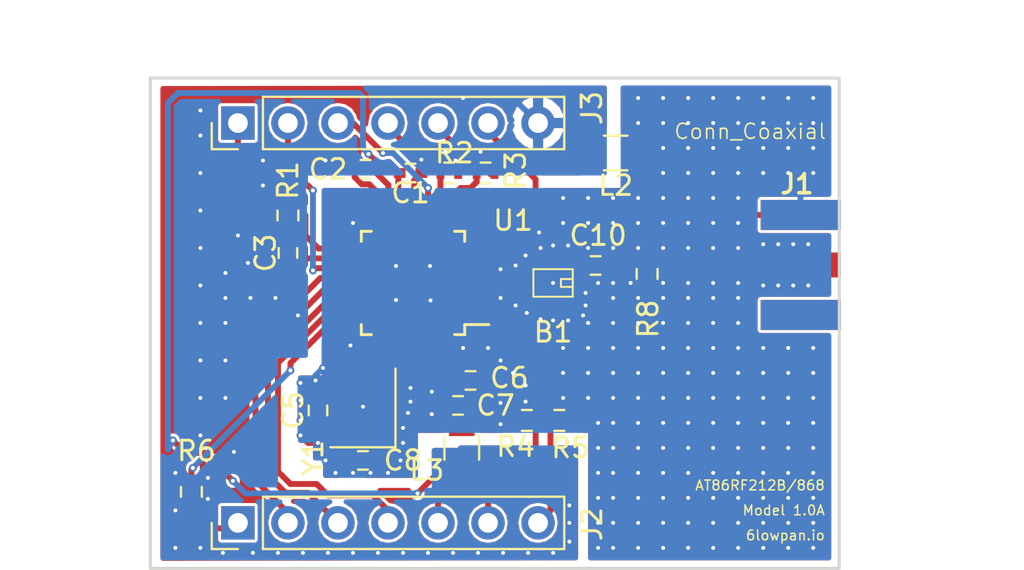
<source format=kicad_pcb>
(kicad_pcb (version 4) (host pcbnew 4.0.7)

  (general
    (links 68)
    (no_connects 1)
    (area 162.965001 67.912 215.329101 98.680619)
    (thickness 1.6)
    (drawings 11)
    (tracks 944)
    (zones 0)
    (modules 23)
    (nets 27)
  )

  (page A4)
  (layers
    (0 F.Cu signal)
    (31 B.Cu signal)
    (32 B.Adhes user)
    (33 F.Adhes user)
    (34 B.Paste user)
    (35 F.Paste user)
    (36 B.SilkS user)
    (37 F.SilkS user)
    (38 B.Mask user)
    (39 F.Mask user)
    (40 Dwgs.User user)
    (41 Cmts.User user)
    (42 Eco1.User user)
    (43 Eco2.User user)
    (44 Edge.Cuts user)
    (45 Margin user)
    (46 B.CrtYd user)
    (47 F.CrtYd user)
    (48 B.Fab user)
    (49 F.Fab user hide)
  )

  (setup
    (last_trace_width 0.3)
    (user_trace_width 0.2)
    (user_trace_width 0.3)
    (user_trace_width 0.4)
    (user_trace_width 0.5)
    (user_trace_width 0.614)
    (user_trace_width 0.7)
    (user_trace_width 0.8)
    (user_trace_width 1)
    (trace_clearance 0.152)
    (zone_clearance 0.152)
    (zone_45_only no)
    (trace_min 0.152)
    (segment_width 0.2)
    (edge_width 0.15)
    (via_size 0.4)
    (via_drill 0.2)
    (via_min_size 0.3)
    (via_min_drill 0.2)
    (user_via 0.55 0.25)
    (user_via 0.6 0.3)
    (user_via 0.7 0.4)
    (user_via 0.8 0.5)
    (user_via 0.9 0.6)
    (user_via 1.2 0.8)
    (blind_buried_vias_allowed yes)
    (uvia_size 0.3)
    (uvia_drill 0.1)
    (uvias_allowed yes)
    (uvia_min_size 0.3)
    (uvia_min_drill 0.1)
    (pcb_text_width 0.3)
    (pcb_text_size 1.5 1.5)
    (mod_edge_width 0.15)
    (mod_text_size 1 1)
    (mod_text_width 0.15)
    (pad_size 1.524 4.064)
    (pad_drill 0)
    (pad_to_mask_clearance 0)
    (pad_to_paste_clearance -0.0762)
    (aux_axis_origin 0 0)
    (visible_elements FFFEFFFF)
    (pcbplotparams
      (layerselection 0x010ff_80000001)
      (usegerberextensions false)
      (excludeedgelayer false)
      (linewidth 0.100000)
      (plotframeref false)
      (viasonmask false)
      (mode 1)
      (useauxorigin false)
      (hpglpennumber 1)
      (hpglpenspeed 20)
      (hpglpendiameter 15)
      (hpglpenoverlay 2)
      (psnegative false)
      (psa4output false)
      (plotreference true)
      (plotvalue true)
      (plotinvisibletext false)
      (padsonsilk false)
      (subtractmaskfromsilk false)
      (outputformat 1)
      (mirror false)
      (drillshape 0)
      (scaleselection 1)
      (outputdirectory ../plots/))
  )

  (net 0 "")
  (net 1 "Net-(B1-Pad1)")
  (net 2 GND)
  (net 3 "Net-(B1-Pad3)")
  (net 4 "Net-(B1-Pad4)")
  (net 5 "Net-(C1-Pad1)")
  (net 6 VCC)
  (net 7 /CLKM)
  (net 8 "Net-(C5-Pad2)")
  (net 9 "Net-(C6-Pad2)")
  (net 10 "Net-(C8-Pad2)")
  (net 11 "Net-(C10-Pad1)")
  (net 12 /SCLK)
  (net 13 /MISO)
  (net 14 /MOSI)
  (net 15 /CS)
  (net 16 /IRQ)
  (net 17 /DIG1)
  (net 18 /DIG2)
  (net 19 /SLPTR)
  (net 20 /DIG4)
  (net 21 /DIG3)
  (net 22 "Net-(R1-Pad2)")
  (net 23 GNDPWR)
  (net 24 VDD)
  (net 25 /RST)
  (net 26 "Net-(R6-Pad1)")

  (net_class Default "This is the default net class."
    (clearance 0.152)
    (trace_width 0.152)
    (via_dia 0.4)
    (via_drill 0.2)
    (uvia_dia 0.3)
    (uvia_drill 0.1)
    (add_net /CLKM)
    (add_net /CS)
    (add_net /DIG1)
    (add_net /DIG2)
    (add_net /DIG3)
    (add_net /DIG4)
    (add_net /IRQ)
    (add_net /MISO)
    (add_net /MOSI)
    (add_net /RST)
    (add_net /SCLK)
    (add_net /SLPTR)
    (add_net GND)
    (add_net GNDPWR)
    (add_net "Net-(B1-Pad1)")
    (add_net "Net-(B1-Pad3)")
    (add_net "Net-(B1-Pad4)")
    (add_net "Net-(C1-Pad1)")
    (add_net "Net-(C10-Pad1)")
    (add_net "Net-(C5-Pad2)")
    (add_net "Net-(C6-Pad2)")
    (add_net "Net-(C8-Pad2)")
    (add_net "Net-(R1-Pad2)")
    (add_net "Net-(R6-Pad1)")
    (add_net VCC)
    (add_net VDD)
  )

  (net_class 50Ohm ""
    (clearance 0.153)
    (trace_width 0.8)
    (via_dia 0.4)
    (via_drill 0.2)
    (uvia_dia 0.3)
    (uvia_drill 0.1)
  )

  (module makerlab:BALUN (layer F.Cu) (tedit 54468335) (tstamp 59EDE79F)
    (at 191.262 81.788)
    (path /59E89372)
    (fp_text reference B1 (at 0 2.5) (layer F.SilkS)
      (effects (font (size 1 1) (thickness 0.15)))
    )
    (fp_text value BALUN (at 0 -2.3) (layer F.SilkS) hide
      (effects (font (size 1 1) (thickness 0.15)))
    )
    (fp_line (start 0.8 0.2) (end 1 0.2) (layer F.SilkS) (width 0.1))
    (fp_line (start 0.8 -0.2) (end 1 -0.2) (layer F.SilkS) (width 0.1))
    (fp_line (start 0.4 -0.2) (end 0.4 0.2) (layer F.SilkS) (width 0.1))
    (fp_line (start 0.4 0.2) (end 0.8 0.2) (layer F.SilkS) (width 0.1))
    (fp_line (start 0.8 -0.2) (end 0.4 -0.2) (layer F.SilkS) (width 0.1))
    (fp_line (start 1 0) (end 1 0.7) (layer F.SilkS) (width 0.1))
    (fp_line (start 1 0.7) (end -1 0.7) (layer F.SilkS) (width 0.1))
    (fp_line (start -1 0.7) (end -1 0) (layer F.SilkS) (width 0.1))
    (fp_line (start -1 0) (end -1 -0.7) (layer F.SilkS) (width 0.1))
    (fp_line (start -1 -0.7) (end 1 -0.7) (layer F.SilkS) (width 0.1))
    (fp_line (start 1 -0.7) (end 1 0) (layer F.SilkS) (width 0.1))
    (pad 1 smd rect (at 0.65 -0.85) (size 0.35 1) (layers F.Cu F.Paste F.Mask)
      (net 1 "Net-(B1-Pad1)"))
    (pad 2 smd rect (at 0 -0.85) (size 0.35 1) (layers F.Cu F.Paste F.Mask)
      (net 2 GND))
    (pad 3 smd rect (at -0.65 -0.85) (size 0.35 1) (layers F.Cu F.Paste F.Mask)
      (net 3 "Net-(B1-Pad3)"))
    (pad 4 smd rect (at -0.65 0.85) (size 0.35 1) (layers F.Cu F.Paste F.Mask)
      (net 4 "Net-(B1-Pad4)"))
    (pad 5 smd rect (at 0 0.85) (size 0.35 1) (layers F.Cu F.Paste F.Mask)
      (net 2 GND))
    (pad 6 smd rect (at 0.65 0.85) (size 0.35 1) (layers F.Cu F.Paste F.Mask)
      (net 2 GND))
  )

  (module Capacitors_SMD:C_0402 (layer F.Cu) (tedit 59EDF87B) (tstamp 59EDE7B0)
    (at 184.023 76.2)
    (descr "Capacitor SMD 0402, reflow soldering, AVX (see smccp.pdf)")
    (tags "capacitor 0402")
    (path /59E7869F)
    (attr smd)
    (fp_text reference C1 (at 0 1.016) (layer F.SilkS)
      (effects (font (size 1 1) (thickness 0.15)))
    )
    (fp_text value 1uF (at 0 1.27) (layer F.Fab)
      (effects (font (size 1 1) (thickness 0.15)))
    )
    (fp_text user %R (at 0 -1.27) (layer F.Fab)
      (effects (font (size 1 1) (thickness 0.15)))
    )
    (fp_line (start -0.5 0.25) (end -0.5 -0.25) (layer F.Fab) (width 0.1))
    (fp_line (start 0.5 0.25) (end -0.5 0.25) (layer F.Fab) (width 0.1))
    (fp_line (start 0.5 -0.25) (end 0.5 0.25) (layer F.Fab) (width 0.1))
    (fp_line (start -0.5 -0.25) (end 0.5 -0.25) (layer F.Fab) (width 0.1))
    (fp_line (start 0.25 -0.47) (end -0.25 -0.47) (layer F.SilkS) (width 0.12))
    (fp_line (start -0.25 0.47) (end 0.25 0.47) (layer F.SilkS) (width 0.12))
    (fp_line (start -1 -0.4) (end 1 -0.4) (layer F.CrtYd) (width 0.05))
    (fp_line (start -1 -0.4) (end -1 0.4) (layer F.CrtYd) (width 0.05))
    (fp_line (start 1 0.4) (end 1 -0.4) (layer F.CrtYd) (width 0.05))
    (fp_line (start 1 0.4) (end -1 0.4) (layer F.CrtYd) (width 0.05))
    (pad 1 smd rect (at -0.55 0) (size 0.6 0.5) (layers F.Cu F.Paste F.Mask)
      (net 5 "Net-(C1-Pad1)"))
    (pad 2 smd rect (at 0.55 0) (size 0.6 0.5) (layers F.Cu F.Paste F.Mask)
      (net 23 GNDPWR))
    (model Capacitors_SMD.3dshapes/C_0402.wrl
      (at (xyz 0 0 0))
      (scale (xyz 1 1 1))
      (rotate (xyz 0 0 0))
    )
  )

  (module Capacitors_SMD:C_0402 (layer F.Cu) (tedit 59EDE78D) (tstamp 59EDE7C1)
    (at 181.737 76.0095 180)
    (descr "Capacitor SMD 0402, reflow soldering, AVX (see smccp.pdf)")
    (tags "capacitor 0402")
    (path /59E79AA1)
    (attr smd)
    (fp_text reference C2 (at 1.905 0 180) (layer F.SilkS)
      (effects (font (size 1 1) (thickness 0.15)))
    )
    (fp_text value 1uF (at 0 1.27 180) (layer F.Fab)
      (effects (font (size 1 1) (thickness 0.15)))
    )
    (fp_text user %R (at 0 -1.27 180) (layer F.Fab)
      (effects (font (size 1 1) (thickness 0.15)))
    )
    (fp_line (start -0.5 0.25) (end -0.5 -0.25) (layer F.Fab) (width 0.1))
    (fp_line (start 0.5 0.25) (end -0.5 0.25) (layer F.Fab) (width 0.1))
    (fp_line (start 0.5 -0.25) (end 0.5 0.25) (layer F.Fab) (width 0.1))
    (fp_line (start -0.5 -0.25) (end 0.5 -0.25) (layer F.Fab) (width 0.1))
    (fp_line (start 0.25 -0.47) (end -0.25 -0.47) (layer F.SilkS) (width 0.12))
    (fp_line (start -0.25 0.47) (end 0.25 0.47) (layer F.SilkS) (width 0.12))
    (fp_line (start -1 -0.4) (end 1 -0.4) (layer F.CrtYd) (width 0.05))
    (fp_line (start -1 -0.4) (end -1 0.4) (layer F.CrtYd) (width 0.05))
    (fp_line (start 1 0.4) (end 1 -0.4) (layer F.CrtYd) (width 0.05))
    (fp_line (start 1 0.4) (end -1 0.4) (layer F.CrtYd) (width 0.05))
    (pad 1 smd rect (at -0.55 0 180) (size 0.6 0.5) (layers F.Cu F.Paste F.Mask)
      (net 6 VCC))
    (pad 2 smd rect (at 0.55 0 180) (size 0.6 0.5) (layers F.Cu F.Paste F.Mask)
      (net 23 GNDPWR))
    (model Capacitors_SMD.3dshapes/C_0402.wrl
      (at (xyz 0 0 0))
      (scale (xyz 1 1 1))
      (rotate (xyz 0 0 0))
    )
  )

  (module Capacitors_SMD:C_0402 (layer F.Cu) (tedit 59F2676A) (tstamp 59EDE7D2)
    (at 177.8 80.264 270)
    (descr "Capacitor SMD 0402, reflow soldering, AVX (see smccp.pdf)")
    (tags "capacitor 0402")
    (path /59E7940B)
    (attr smd)
    (fp_text reference C3 (at 0 1.143 270) (layer F.SilkS)
      (effects (font (size 1 1) (thickness 0.15)))
    )
    (fp_text value 2.2pF (at 0 1.27 270) (layer F.Fab)
      (effects (font (size 1 1) (thickness 0.15)))
    )
    (fp_text user %R (at 0 -1.27 270) (layer F.Fab)
      (effects (font (size 1 1) (thickness 0.15)))
    )
    (fp_line (start -0.5 0.25) (end -0.5 -0.25) (layer F.Fab) (width 0.1))
    (fp_line (start 0.5 0.25) (end -0.5 0.25) (layer F.Fab) (width 0.1))
    (fp_line (start 0.5 -0.25) (end 0.5 0.25) (layer F.Fab) (width 0.1))
    (fp_line (start -0.5 -0.25) (end 0.5 -0.25) (layer F.Fab) (width 0.1))
    (fp_line (start 0.25 -0.47) (end -0.25 -0.47) (layer F.SilkS) (width 0.12))
    (fp_line (start -0.25 0.47) (end 0.25 0.47) (layer F.SilkS) (width 0.12))
    (fp_line (start -1 -0.4) (end 1 -0.4) (layer F.CrtYd) (width 0.05))
    (fp_line (start -1 -0.4) (end -1 0.4) (layer F.CrtYd) (width 0.05))
    (fp_line (start 1 0.4) (end 1 -0.4) (layer F.CrtYd) (width 0.05))
    (fp_line (start 1 0.4) (end -1 0.4) (layer F.CrtYd) (width 0.05))
    (pad 1 smd rect (at -0.55 0 270) (size 0.6 0.5) (layers F.Cu F.Paste F.Mask)
      (net 7 /CLKM))
    (pad 2 smd rect (at 0.55 0 270) (size 0.6 0.5) (layers F.Cu F.Paste F.Mask)
      (net 23 GNDPWR))
    (model Capacitors_SMD.3dshapes/C_0402.wrl
      (at (xyz 0 0 0))
      (scale (xyz 1 1 1))
      (rotate (xyz 0 0 0))
    )
  )

  (module Capacitors_SMD:C_0402 (layer F.Cu) (tedit 58AA841A) (tstamp 59EDE7E3)
    (at 179.324 88.265 90)
    (descr "Capacitor SMD 0402, reflow soldering, AVX (see smccp.pdf)")
    (tags "capacitor 0402")
    (path /59E76611)
    (attr smd)
    (fp_text reference C5 (at 0 -1.27 90) (layer F.SilkS)
      (effects (font (size 1 1) (thickness 0.15)))
    )
    (fp_text value 10pF (at 0 1.27 90) (layer F.Fab)
      (effects (font (size 1 1) (thickness 0.15)))
    )
    (fp_text user %R (at 0 -1.27 90) (layer F.Fab)
      (effects (font (size 1 1) (thickness 0.15)))
    )
    (fp_line (start -0.5 0.25) (end -0.5 -0.25) (layer F.Fab) (width 0.1))
    (fp_line (start 0.5 0.25) (end -0.5 0.25) (layer F.Fab) (width 0.1))
    (fp_line (start 0.5 -0.25) (end 0.5 0.25) (layer F.Fab) (width 0.1))
    (fp_line (start -0.5 -0.25) (end 0.5 -0.25) (layer F.Fab) (width 0.1))
    (fp_line (start 0.25 -0.47) (end -0.25 -0.47) (layer F.SilkS) (width 0.12))
    (fp_line (start -0.25 0.47) (end 0.25 0.47) (layer F.SilkS) (width 0.12))
    (fp_line (start -1 -0.4) (end 1 -0.4) (layer F.CrtYd) (width 0.05))
    (fp_line (start -1 -0.4) (end -1 0.4) (layer F.CrtYd) (width 0.05))
    (fp_line (start 1 0.4) (end 1 -0.4) (layer F.CrtYd) (width 0.05))
    (fp_line (start 1 0.4) (end -1 0.4) (layer F.CrtYd) (width 0.05))
    (pad 1 smd rect (at -0.55 0 90) (size 0.6 0.5) (layers F.Cu F.Paste F.Mask)
      (net 2 GND))
    (pad 2 smd rect (at 0.55 0 90) (size 0.6 0.5) (layers F.Cu F.Paste F.Mask)
      (net 8 "Net-(C5-Pad2)"))
    (model Capacitors_SMD.3dshapes/C_0402.wrl
      (at (xyz 0 0 0))
      (scale (xyz 1 1 1))
      (rotate (xyz 0 0 0))
    )
  )

  (module Capacitors_SMD:C_0402 (layer F.Cu) (tedit 59F4D941) (tstamp 59EDE7F4)
    (at 187.071 86.741 180)
    (descr "Capacitor SMD 0402, reflow soldering, AVX (see smccp.pdf)")
    (tags "capacitor 0402")
    (path /59E777AD)
    (attr smd)
    (fp_text reference C6 (at -1.9685 0.127 180) (layer F.SilkS)
      (effects (font (size 1 1) (thickness 0.15)))
    )
    (fp_text value 1uF (at 0 1.27 180) (layer F.Fab)
      (effects (font (size 1 1) (thickness 0.15)))
    )
    (fp_text user %R (at 0 -1.27 180) (layer F.Fab)
      (effects (font (size 1 1) (thickness 0.15)))
    )
    (fp_line (start -0.5 0.25) (end -0.5 -0.25) (layer F.Fab) (width 0.1))
    (fp_line (start 0.5 0.25) (end -0.5 0.25) (layer F.Fab) (width 0.1))
    (fp_line (start 0.5 -0.25) (end 0.5 0.25) (layer F.Fab) (width 0.1))
    (fp_line (start -0.5 -0.25) (end 0.5 -0.25) (layer F.Fab) (width 0.1))
    (fp_line (start 0.25 -0.47) (end -0.25 -0.47) (layer F.SilkS) (width 0.12))
    (fp_line (start -0.25 0.47) (end 0.25 0.47) (layer F.SilkS) (width 0.12))
    (fp_line (start -1 -0.4) (end 1 -0.4) (layer F.CrtYd) (width 0.05))
    (fp_line (start -1 -0.4) (end -1 0.4) (layer F.CrtYd) (width 0.05))
    (fp_line (start 1 0.4) (end 1 -0.4) (layer F.CrtYd) (width 0.05))
    (fp_line (start 1 0.4) (end -1 0.4) (layer F.CrtYd) (width 0.05))
    (pad 1 smd rect (at -0.55 0 180) (size 0.6 0.5) (layers F.Cu F.Paste F.Mask)
      (net 2 GND))
    (pad 2 smd rect (at 0.55 0 180) (size 0.6 0.5) (layers F.Cu F.Paste F.Mask)
      (net 9 "Net-(C6-Pad2)"))
    (model Capacitors_SMD.3dshapes/C_0402.wrl
      (at (xyz 0 0 0))
      (scale (xyz 1 1 1))
      (rotate (xyz 0 0 0))
    )
  )

  (module Capacitors_SMD:C_0402 (layer F.Cu) (tedit 59EFEAC0) (tstamp 59EDE805)
    (at 186.436 88.011 180)
    (descr "Capacitor SMD 0402, reflow soldering, AVX (see smccp.pdf)")
    (tags "capacitor 0402")
    (path /59E7787B)
    (attr smd)
    (fp_text reference C7 (at -1.905 0 180) (layer F.SilkS)
      (effects (font (size 1 1) (thickness 0.15)))
    )
    (fp_text value 1uF (at 0 1.27 180) (layer F.Fab)
      (effects (font (size 1 1) (thickness 0.15)))
    )
    (fp_text user %R (at 0 -1.27 180) (layer F.Fab)
      (effects (font (size 1 1) (thickness 0.15)))
    )
    (fp_line (start -0.5 0.25) (end -0.5 -0.25) (layer F.Fab) (width 0.1))
    (fp_line (start 0.5 0.25) (end -0.5 0.25) (layer F.Fab) (width 0.1))
    (fp_line (start 0.5 -0.25) (end 0.5 0.25) (layer F.Fab) (width 0.1))
    (fp_line (start -0.5 -0.25) (end 0.5 -0.25) (layer F.Fab) (width 0.1))
    (fp_line (start 0.25 -0.47) (end -0.25 -0.47) (layer F.SilkS) (width 0.12))
    (fp_line (start -0.25 0.47) (end 0.25 0.47) (layer F.SilkS) (width 0.12))
    (fp_line (start -1 -0.4) (end 1 -0.4) (layer F.CrtYd) (width 0.05))
    (fp_line (start -1 -0.4) (end -1 0.4) (layer F.CrtYd) (width 0.05))
    (fp_line (start 1 0.4) (end 1 -0.4) (layer F.CrtYd) (width 0.05))
    (fp_line (start 1 0.4) (end -1 0.4) (layer F.CrtYd) (width 0.05))
    (pad 1 smd rect (at -0.55 0 180) (size 0.6 0.5) (layers F.Cu F.Paste F.Mask)
      (net 2 GND))
    (pad 2 smd rect (at 0.55 0 180) (size 0.6 0.5) (layers F.Cu F.Paste F.Mask)
      (net 24 VDD))
    (model Capacitors_SMD.3dshapes/C_0402.wrl
      (at (xyz 0 0 0))
      (scale (xyz 1 1 1))
      (rotate (xyz 0 0 0))
    )
  )

  (module Capacitors_SMD:C_0402 (layer F.Cu) (tedit 59F266C1) (tstamp 59EDE816)
    (at 181.61 90.805)
    (descr "Capacitor SMD 0402, reflow soldering, AVX (see smccp.pdf)")
    (tags "capacitor 0402")
    (path /59E7669A)
    (attr smd)
    (fp_text reference C8 (at 2.032 0) (layer F.SilkS)
      (effects (font (size 1 1) (thickness 0.15)))
    )
    (fp_text value 10pF (at 0 1.27) (layer F.Fab)
      (effects (font (size 1 1) (thickness 0.15)))
    )
    (fp_text user %R (at 0 -1.27) (layer F.Fab)
      (effects (font (size 1 1) (thickness 0.15)))
    )
    (fp_line (start -0.5 0.25) (end -0.5 -0.25) (layer F.Fab) (width 0.1))
    (fp_line (start 0.5 0.25) (end -0.5 0.25) (layer F.Fab) (width 0.1))
    (fp_line (start 0.5 -0.25) (end 0.5 0.25) (layer F.Fab) (width 0.1))
    (fp_line (start -0.5 -0.25) (end 0.5 -0.25) (layer F.Fab) (width 0.1))
    (fp_line (start 0.25 -0.47) (end -0.25 -0.47) (layer F.SilkS) (width 0.12))
    (fp_line (start -0.25 0.47) (end 0.25 0.47) (layer F.SilkS) (width 0.12))
    (fp_line (start -1 -0.4) (end 1 -0.4) (layer F.CrtYd) (width 0.05))
    (fp_line (start -1 -0.4) (end -1 0.4) (layer F.CrtYd) (width 0.05))
    (fp_line (start 1 0.4) (end 1 -0.4) (layer F.CrtYd) (width 0.05))
    (fp_line (start 1 0.4) (end -1 0.4) (layer F.CrtYd) (width 0.05))
    (pad 1 smd rect (at -0.55 0) (size 0.6 0.5) (layers F.Cu F.Paste F.Mask)
      (net 2 GND))
    (pad 2 smd rect (at 0.55 0) (size 0.6 0.5) (layers F.Cu F.Paste F.Mask)
      (net 10 "Net-(C8-Pad2)"))
    (model Capacitors_SMD.3dshapes/C_0402.wrl
      (at (xyz 0 0 0))
      (scale (xyz 1 1 1))
      (rotate (xyz 0 0 0))
    )
  )

  (module Capacitors_SMD:C_0402 (layer F.Cu) (tedit 59EFD82C) (tstamp 59EDE827)
    (at 193.421 80.899 180)
    (descr "Capacitor SMD 0402, reflow soldering, AVX (see smccp.pdf)")
    (tags "capacitor 0402")
    (path /59E8B41C)
    (attr smd)
    (fp_text reference C10 (at -0.127 1.524 180) (layer F.SilkS)
      (effects (font (size 1 1) (thickness 0.15)))
    )
    (fp_text value 100pF (at 0 1.27 180) (layer F.Fab)
      (effects (font (size 1 1) (thickness 0.15)))
    )
    (fp_text user %R (at 0 -1.27 180) (layer F.Fab)
      (effects (font (size 1 1) (thickness 0.15)))
    )
    (fp_line (start -0.5 0.25) (end -0.5 -0.25) (layer F.Fab) (width 0.1))
    (fp_line (start 0.5 0.25) (end -0.5 0.25) (layer F.Fab) (width 0.1))
    (fp_line (start 0.5 -0.25) (end 0.5 0.25) (layer F.Fab) (width 0.1))
    (fp_line (start -0.5 -0.25) (end 0.5 -0.25) (layer F.Fab) (width 0.1))
    (fp_line (start 0.25 -0.47) (end -0.25 -0.47) (layer F.SilkS) (width 0.12))
    (fp_line (start -0.25 0.47) (end 0.25 0.47) (layer F.SilkS) (width 0.12))
    (fp_line (start -1 -0.4) (end 1 -0.4) (layer F.CrtYd) (width 0.05))
    (fp_line (start -1 -0.4) (end -1 0.4) (layer F.CrtYd) (width 0.05))
    (fp_line (start 1 0.4) (end 1 -0.4) (layer F.CrtYd) (width 0.05))
    (fp_line (start 1 0.4) (end -1 0.4) (layer F.CrtYd) (width 0.05))
    (pad 1 smd rect (at -0.55 0 180) (size 0.6 0.5) (layers F.Cu F.Paste F.Mask)
      (net 11 "Net-(C10-Pad1)"))
    (pad 2 smd rect (at 0.55 0 180) (size 0.6 0.5) (layers F.Cu F.Paste F.Mask)
      (net 1 "Net-(B1-Pad1)"))
    (model Capacitors_SMD.3dshapes/C_0402.wrl
      (at (xyz 0 0 0))
      (scale (xyz 1 1 1))
      (rotate (xyz 0 0 0))
    )
  )

  (module adafruit:SMA_EDGELAUNCH (layer F.Cu) (tedit 59F33573) (tstamp 59EDE854)
    (at 205.867 80.8736 180)
    (path /59E8B2F8)
    (fp_text reference J1 (at 1.27 4.6736 180) (layer F.SilkS)
      (effects (font (size 0.9652 0.9652) (thickness 0.18288)) (justify right top))
    )
    (fp_text value Conn_Coaxial (at 0.6858 7.239 180) (layer F.SilkS)
      (effects (font (size 0.77216 0.77216) (thickness 0.08128)) (justify right top))
    )
    (fp_line (start -9.2075 -2.54) (end -8.255 -2.54) (layer Dwgs.User) (width 0.2032))
    (fp_line (start -8.255 -2.54) (end -8.255 -3.175) (layer Dwgs.User) (width 0.2032))
    (fp_line (start -8.255 -3.175) (end -7.62 -3.175) (layer Dwgs.User) (width 0.2032))
    (fp_line (start -7.62 -3.175) (end -6.985 -3.175) (layer Dwgs.User) (width 0.2032))
    (fp_line (start -6.985 -3.175) (end -6.35 -3.175) (layer Dwgs.User) (width 0.2032))
    (fp_line (start -6.35 -3.175) (end -5.715 -3.175) (layer Dwgs.User) (width 0.2032))
    (fp_line (start -5.715 -3.175) (end -5.08 -3.175) (layer Dwgs.User) (width 0.2032))
    (fp_line (start -5.08 -3.175) (end -4.445 -3.175) (layer Dwgs.User) (width 0.2032))
    (fp_line (start -4.445 -3.175) (end -3.4925 -3.175) (layer Dwgs.User) (width 0.2032))
    (fp_line (start -3.4925 -3.175) (end -3.4925 -2.54) (layer Dwgs.User) (width 0.2032))
    (fp_line (start -3.4925 -2.54) (end -1.5875 -2.54) (layer Dwgs.User) (width 0.2032))
    (fp_line (start -1.5875 -2.54) (end -1.5875 2.54) (layer Dwgs.User) (width 0.2032))
    (fp_line (start -1.5875 2.54) (end -3.4925 2.54) (layer Dwgs.User) (width 0.2032))
    (fp_line (start -3.4925 2.54) (end -3.4925 3.175) (layer Dwgs.User) (width 0.2032))
    (fp_line (start -3.4925 3.175) (end -4.445 3.175) (layer Dwgs.User) (width 0.2032))
    (fp_line (start -4.445 3.175) (end -5.08 3.175) (layer Dwgs.User) (width 0.2032))
    (fp_line (start -5.08 3.175) (end -5.715 3.175) (layer Dwgs.User) (width 0.2032))
    (fp_line (start -5.715 3.175) (end -6.35 3.175) (layer Dwgs.User) (width 0.2032))
    (fp_line (start -6.35 3.175) (end -6.985 3.175) (layer Dwgs.User) (width 0.2032))
    (fp_line (start -6.985 3.175) (end -7.62 3.175) (layer Dwgs.User) (width 0.2032))
    (fp_line (start -7.62 3.175) (end -8.255 3.175) (layer Dwgs.User) (width 0.2032))
    (fp_line (start -8.255 3.175) (end -8.255 2.54) (layer Dwgs.User) (width 0.2032))
    (fp_line (start -8.255 2.54) (end -9.2075 2.54) (layer Dwgs.User) (width 0.2032))
    (fp_line (start -9.2075 2.54) (end -9.2075 -2.54) (layer Dwgs.User) (width 0.2032))
    (fp_line (start -8.255 -2.54) (end -8.255 2.54) (layer Dwgs.User) (width 0.2032))
    (fp_line (start -8.255 -3.175) (end -7.62 3.175) (layer Dwgs.User) (width 0.2032))
    (fp_line (start -7.62 -3.175) (end -6.985 3.175) (layer Dwgs.User) (width 0.2032))
    (fp_line (start -6.985 -3.175) (end -6.35 3.175) (layer Dwgs.User) (width 0.2032))
    (fp_line (start -6.35 -3.175) (end -5.715 3.175) (layer Dwgs.User) (width 0.2032))
    (fp_line (start -5.715 -3.175) (end -5.08 3.175) (layer Dwgs.User) (width 0.2032))
    (fp_line (start -5.08 -3.175) (end -4.445 3.175) (layer Dwgs.User) (width 0.2032))
    (fp_line (start -4.445 -3.175) (end -3.81 3.175) (layer Dwgs.User) (width 0.2032))
    (fp_poly (pts (xy 0 0.3175) (xy 3.175 0.3175) (xy 3.175 -0.3175) (xy 0 -0.3175)) (layer Dwgs.User) (width 0))
    (fp_poly (pts (xy -1.524 -3.048) (xy 3.81 -3.048) (xy 3.81 -2.032) (xy 0 -2.032)
      (xy 0 2.032) (xy 3.81 2.032) (xy 3.81 3.048) (xy -1.524 3.048)) (layer Dwgs.User) (width 0))
    (fp_poly (pts (xy -1.524 -5.08) (xy 0 -5.08) (xy 0 5.08) (xy -1.524 5.08)) (layer Dwgs.User) (width 0))
    (pad GND smd rect (at 2.032 -2.54 270) (size 1.524 4.064) (layers F.Cu F.Paste F.Mask))
    (pad GND smd rect (at 2.032 2.54 270) (size 1.524 4.064) (layers F.Cu F.Paste F.Mask))
    (pad P smd rect (at 2.032 0 270) (size 1.27 4.064) (layers F.Cu F.Paste F.Mask))
    (pad GND smd rect (at 2.032 -2.54 270) (size 1.524 4.064) (layers B.Cu B.Paste B.Mask))
    (pad GND smd rect (at 2.032 2.54 270) (size 1.524 4.064) (layers B.Cu B.Paste B.Mask))
  )

  (module Pin_Headers:Pin_Header_Straight_1x07_Pitch2.54mm (layer F.Cu) (tedit 59EDF8A8) (tstamp 59EDE86F)
    (at 175.26 93.98 90)
    (descr "Through hole straight pin header, 1x07, 2.54mm pitch, single row")
    (tags "Through hole pin header THT 1x07 2.54mm single row")
    (path /59E9EAAB)
    (fp_text reference J2 (at -0.0635 17.9705 90) (layer F.SilkS)
      (effects (font (size 1 1) (thickness 0.15)))
    )
    (fp_text value Conn_01x07 (at 0 17.57 90) (layer F.Fab)
      (effects (font (size 1 1) (thickness 0.15)))
    )
    (fp_line (start -0.635 -1.27) (end 1.27 -1.27) (layer F.Fab) (width 0.1))
    (fp_line (start 1.27 -1.27) (end 1.27 16.51) (layer F.Fab) (width 0.1))
    (fp_line (start 1.27 16.51) (end -1.27 16.51) (layer F.Fab) (width 0.1))
    (fp_line (start -1.27 16.51) (end -1.27 -0.635) (layer F.Fab) (width 0.1))
    (fp_line (start -1.27 -0.635) (end -0.635 -1.27) (layer F.Fab) (width 0.1))
    (fp_line (start -1.33 16.57) (end 1.33 16.57) (layer F.SilkS) (width 0.12))
    (fp_line (start -1.33 1.27) (end -1.33 16.57) (layer F.SilkS) (width 0.12))
    (fp_line (start 1.33 1.27) (end 1.33 16.57) (layer F.SilkS) (width 0.12))
    (fp_line (start -1.33 1.27) (end 1.33 1.27) (layer F.SilkS) (width 0.12))
    (fp_line (start -1.33 0) (end -1.33 -1.33) (layer F.SilkS) (width 0.12))
    (fp_line (start -1.33 -1.33) (end 0 -1.33) (layer F.SilkS) (width 0.12))
    (fp_line (start -1.8 -1.8) (end -1.8 17.05) (layer F.CrtYd) (width 0.05))
    (fp_line (start -1.8 17.05) (end 1.8 17.05) (layer F.CrtYd) (width 0.05))
    (fp_line (start 1.8 17.05) (end 1.8 -1.8) (layer F.CrtYd) (width 0.05))
    (fp_line (start 1.8 -1.8) (end -1.8 -1.8) (layer F.CrtYd) (width 0.05))
    (fp_text user %R (at 0 7.62 180) (layer F.Fab)
      (effects (font (size 1 1) (thickness 0.15)))
    )
    (pad 1 thru_hole rect (at 0 0 90) (size 1.7 1.7) (drill 1) (layers *.Cu *.Mask)
      (net 16 /IRQ))
    (pad 2 thru_hole oval (at 0 2.54 90) (size 1.7 1.7) (drill 1) (layers *.Cu *.Mask)
      (net 13 /MISO))
    (pad 3 thru_hole oval (at 0 5.08 90) (size 1.7 1.7) (drill 1) (layers *.Cu *.Mask)
      (net 14 /MOSI))
    (pad 4 thru_hole oval (at 0 7.62 90) (size 1.7 1.7) (drill 1) (layers *.Cu *.Mask)
      (net 15 /CS))
    (pad 5 thru_hole oval (at 0 10.16 90) (size 1.7 1.7) (drill 1) (layers *.Cu *.Mask)
      (net 6 VCC))
    (pad 6 thru_hole oval (at 0 12.7 90) (size 1.7 1.7) (drill 1) (layers *.Cu *.Mask)
      (net 21 /DIG3))
    (pad 7 thru_hole oval (at 0 15.24 90) (size 1.7 1.7) (drill 1) (layers *.Cu *.Mask)
      (net 20 /DIG4))
    (model ${KISYS3DMOD}/Pin_Headers.3dshapes/Pin_Header_Straight_1x07_Pitch2.54mm.wrl
      (at (xyz 0 0 0))
      (scale (xyz 1 1 1))
      (rotate (xyz 0 0 0))
    )
  )

  (module Pin_Headers:Pin_Header_Straight_1x07_Pitch2.54mm (layer F.Cu) (tedit 59EDF8A2) (tstamp 59EDE88A)
    (at 175.26 73.66 90)
    (descr "Through hole straight pin header, 1x07, 2.54mm pitch, single row")
    (tags "Through hole pin header THT 1x07 2.54mm single row")
    (path /59EA38E4)
    (fp_text reference J3 (at 0.762 17.9705 90) (layer F.SilkS)
      (effects (font (size 1 1) (thickness 0.15)))
    )
    (fp_text value Conn_01x07 (at 0 17.57 90) (layer F.Fab)
      (effects (font (size 1 1) (thickness 0.15)))
    )
    (fp_line (start -0.635 -1.27) (end 1.27 -1.27) (layer F.Fab) (width 0.1))
    (fp_line (start 1.27 -1.27) (end 1.27 16.51) (layer F.Fab) (width 0.1))
    (fp_line (start 1.27 16.51) (end -1.27 16.51) (layer F.Fab) (width 0.1))
    (fp_line (start -1.27 16.51) (end -1.27 -0.635) (layer F.Fab) (width 0.1))
    (fp_line (start -1.27 -0.635) (end -0.635 -1.27) (layer F.Fab) (width 0.1))
    (fp_line (start -1.33 16.57) (end 1.33 16.57) (layer F.SilkS) (width 0.12))
    (fp_line (start -1.33 1.27) (end -1.33 16.57) (layer F.SilkS) (width 0.12))
    (fp_line (start 1.33 1.27) (end 1.33 16.57) (layer F.SilkS) (width 0.12))
    (fp_line (start -1.33 1.27) (end 1.33 1.27) (layer F.SilkS) (width 0.12))
    (fp_line (start -1.33 0) (end -1.33 -1.33) (layer F.SilkS) (width 0.12))
    (fp_line (start -1.33 -1.33) (end 0 -1.33) (layer F.SilkS) (width 0.12))
    (fp_line (start -1.8 -1.8) (end -1.8 17.05) (layer F.CrtYd) (width 0.05))
    (fp_line (start -1.8 17.05) (end 1.8 17.05) (layer F.CrtYd) (width 0.05))
    (fp_line (start 1.8 17.05) (end 1.8 -1.8) (layer F.CrtYd) (width 0.05))
    (fp_line (start 1.8 -1.8) (end -1.8 -1.8) (layer F.CrtYd) (width 0.05))
    (fp_text user %R (at 0 7.62 180) (layer F.Fab)
      (effects (font (size 1 1) (thickness 0.15)))
    )
    (pad 1 thru_hole rect (at 0 0 90) (size 1.7 1.7) (drill 1) (layers *.Cu *.Mask)
      (net 7 /CLKM))
    (pad 2 thru_hole oval (at 0 2.54 90) (size 1.7 1.7) (drill 1) (layers *.Cu *.Mask)
      (net 12 /SCLK))
    (pad 3 thru_hole oval (at 0 5.08 90) (size 1.7 1.7) (drill 1) (layers *.Cu *.Mask)
      (net 19 /SLPTR))
    (pad 4 thru_hole oval (at 0 7.62 90) (size 1.7 1.7) (drill 1) (layers *.Cu *.Mask)
      (net 18 /DIG2))
    (pad 5 thru_hole oval (at 0 10.16 90) (size 1.7 1.7) (drill 1) (layers *.Cu *.Mask)
      (net 17 /DIG1))
    (pad 6 thru_hole oval (at 0 12.7 90) (size 1.7 1.7) (drill 1) (layers *.Cu *.Mask)
      (net 25 /RST))
    (pad 7 thru_hole oval (at 0 15.24 90) (size 1.7 1.7) (drill 1) (layers *.Cu *.Mask)
      (net 23 GNDPWR))
    (model ${KISYS3DMOD}/Pin_Headers.3dshapes/Pin_Header_Straight_1x07_Pitch2.54mm.wrl
      (at (xyz 0 0 0))
      (scale (xyz 1 1 1))
      (rotate (xyz 0 0 0))
    )
  )

  (module Resistors_SMD:R_0805 (layer F.Cu) (tedit 58E0A804) (tstamp 59EDE89B)
    (at 194.437 75.184 180)
    (descr "Resistor SMD 0805, reflow soldering, Vishay (see dcrcw.pdf)")
    (tags "resistor 0805")
    (path /59E747E7)
    (attr smd)
    (fp_text reference L2 (at 0 -1.65 180) (layer F.SilkS)
      (effects (font (size 1 1) (thickness 0.15)))
    )
    (fp_text value FB2 (at 0 1.75 180) (layer F.Fab)
      (effects (font (size 1 1) (thickness 0.15)))
    )
    (fp_text user %R (at 0 0 180) (layer F.Fab)
      (effects (font (size 0.5 0.5) (thickness 0.075)))
    )
    (fp_line (start -1 0.62) (end -1 -0.62) (layer F.Fab) (width 0.1))
    (fp_line (start 1 0.62) (end -1 0.62) (layer F.Fab) (width 0.1))
    (fp_line (start 1 -0.62) (end 1 0.62) (layer F.Fab) (width 0.1))
    (fp_line (start -1 -0.62) (end 1 -0.62) (layer F.Fab) (width 0.1))
    (fp_line (start 0.6 0.88) (end -0.6 0.88) (layer F.SilkS) (width 0.12))
    (fp_line (start -0.6 -0.88) (end 0.6 -0.88) (layer F.SilkS) (width 0.12))
    (fp_line (start -1.55 -0.9) (end 1.55 -0.9) (layer F.CrtYd) (width 0.05))
    (fp_line (start -1.55 -0.9) (end -1.55 0.9) (layer F.CrtYd) (width 0.05))
    (fp_line (start 1.55 0.9) (end 1.55 -0.9) (layer F.CrtYd) (width 0.05))
    (fp_line (start 1.55 0.9) (end -1.55 0.9) (layer F.CrtYd) (width 0.05))
    (pad 1 smd rect (at -0.95 0 180) (size 0.7 1.3) (layers F.Cu F.Paste F.Mask)
      (net 2 GND))
    (pad 2 smd rect (at 0.95 0 180) (size 0.7 1.3) (layers F.Cu F.Paste F.Mask)
      (net 23 GNDPWR))
    (model ${KISYS3DMOD}/Resistors_SMD.3dshapes/R_0805.wrl
      (at (xyz 0 0 0))
      (scale (xyz 1 1 1))
      (rotate (xyz 0 0 0))
    )
  )

  (module Resistors_SMD:R_0805 (layer F.Cu) (tedit 59EDE948) (tstamp 59EDE8AC)
    (at 186.6265 90.17 270)
    (descr "Resistor SMD 0805, reflow soldering, Vishay (see dcrcw.pdf)")
    (tags "resistor 0805")
    (path /59E749BD)
    (attr smd)
    (fp_text reference L3 (at 1.143 1.778 360) (layer F.SilkS)
      (effects (font (size 1 1) (thickness 0.15)))
    )
    (fp_text value FB1 (at 0 1.75 270) (layer F.Fab)
      (effects (font (size 1 1) (thickness 0.15)))
    )
    (fp_text user %R (at 0 0 270) (layer F.Fab)
      (effects (font (size 0.5 0.5) (thickness 0.075)))
    )
    (fp_line (start -1 0.62) (end -1 -0.62) (layer F.Fab) (width 0.1))
    (fp_line (start 1 0.62) (end -1 0.62) (layer F.Fab) (width 0.1))
    (fp_line (start 1 -0.62) (end 1 0.62) (layer F.Fab) (width 0.1))
    (fp_line (start -1 -0.62) (end 1 -0.62) (layer F.Fab) (width 0.1))
    (fp_line (start 0.6 0.88) (end -0.6 0.88) (layer F.SilkS) (width 0.12))
    (fp_line (start -0.6 -0.88) (end 0.6 -0.88) (layer F.SilkS) (width 0.12))
    (fp_line (start -1.55 -0.9) (end 1.55 -0.9) (layer F.CrtYd) (width 0.05))
    (fp_line (start -1.55 -0.9) (end -1.55 0.9) (layer F.CrtYd) (width 0.05))
    (fp_line (start 1.55 0.9) (end 1.55 -0.9) (layer F.CrtYd) (width 0.05))
    (fp_line (start 1.55 0.9) (end -1.55 0.9) (layer F.CrtYd) (width 0.05))
    (pad 1 smd rect (at -0.95 0 270) (size 0.7 1.3) (layers F.Cu F.Paste F.Mask)
      (net 24 VDD))
    (pad 2 smd rect (at 0.95 0 270) (size 0.7 1.3) (layers F.Cu F.Paste F.Mask)
      (net 6 VCC))
    (model ${KISYS3DMOD}/Resistors_SMD.3dshapes/R_0805.wrl
      (at (xyz 0 0 0))
      (scale (xyz 1 1 1))
      (rotate (xyz 0 0 0))
    )
  )

  (module Resistors_SMD:R_0402 (layer F.Cu) (tedit 59F2675E) (tstamp 59EDE8BD)
    (at 177.8 78.359 90)
    (descr "Resistor SMD 0402, reflow soldering, Vishay (see dcrcw.pdf)")
    (tags "resistor 0402")
    (path /59E7922A)
    (attr smd)
    (fp_text reference R1 (at 1.778 0 90) (layer F.SilkS)
      (effects (font (size 1 1) (thickness 0.15)))
    )
    (fp_text value 470 (at 0 1.45 90) (layer F.Fab)
      (effects (font (size 1 1) (thickness 0.15)))
    )
    (fp_text user %R (at 0 -1.35 90) (layer F.Fab)
      (effects (font (size 1 1) (thickness 0.15)))
    )
    (fp_line (start -0.5 0.25) (end -0.5 -0.25) (layer F.Fab) (width 0.1))
    (fp_line (start 0.5 0.25) (end -0.5 0.25) (layer F.Fab) (width 0.1))
    (fp_line (start 0.5 -0.25) (end 0.5 0.25) (layer F.Fab) (width 0.1))
    (fp_line (start -0.5 -0.25) (end 0.5 -0.25) (layer F.Fab) (width 0.1))
    (fp_line (start 0.25 -0.53) (end -0.25 -0.53) (layer F.SilkS) (width 0.12))
    (fp_line (start -0.25 0.53) (end 0.25 0.53) (layer F.SilkS) (width 0.12))
    (fp_line (start -0.8 -0.45) (end 0.8 -0.45) (layer F.CrtYd) (width 0.05))
    (fp_line (start -0.8 -0.45) (end -0.8 0.45) (layer F.CrtYd) (width 0.05))
    (fp_line (start 0.8 0.45) (end 0.8 -0.45) (layer F.CrtYd) (width 0.05))
    (fp_line (start 0.8 0.45) (end -0.8 0.45) (layer F.CrtYd) (width 0.05))
    (pad 1 smd rect (at -0.45 0 90) (size 0.4 0.6) (layers F.Cu F.Paste F.Mask)
      (net 7 /CLKM))
    (pad 2 smd rect (at 0.45 0 90) (size 0.4 0.6) (layers F.Cu F.Paste F.Mask)
      (net 22 "Net-(R1-Pad2)"))
    (model ${KISYS3DMOD}/Resistors_SMD.3dshapes/R_0402.wrl
      (at (xyz 0 0 0))
      (scale (xyz 1 1 1))
      (rotate (xyz 0 0 0))
    )
  )

  (module Resistors_SMD:R_0402 (layer F.Cu) (tedit 59F4DB82) (tstamp 59EDE8CE)
    (at 185.9915 76.2 180)
    (descr "Resistor SMD 0402, reflow soldering, Vishay (see dcrcw.pdf)")
    (tags "resistor 0402")
    (path /59E9DB23)
    (attr smd)
    (fp_text reference R2 (at -0.254 1.016 360) (layer F.SilkS)
      (effects (font (size 1 1) (thickness 0.15)))
    )
    (fp_text value 0 (at 0 1.45 180) (layer F.Fab)
      (effects (font (size 1 1) (thickness 0.15)))
    )
    (fp_text user %R (at 0 -1.35 180) (layer F.Fab)
      (effects (font (size 1 1) (thickness 0.15)))
    )
    (fp_line (start -0.5 0.25) (end -0.5 -0.25) (layer F.Fab) (width 0.1))
    (fp_line (start 0.5 0.25) (end -0.5 0.25) (layer F.Fab) (width 0.1))
    (fp_line (start 0.5 -0.25) (end 0.5 0.25) (layer F.Fab) (width 0.1))
    (fp_line (start -0.5 -0.25) (end 0.5 -0.25) (layer F.Fab) (width 0.1))
    (fp_line (start 0.25 -0.53) (end -0.25 -0.53) (layer F.SilkS) (width 0.12))
    (fp_line (start -0.25 0.53) (end 0.25 0.53) (layer F.SilkS) (width 0.12))
    (fp_line (start -0.8 -0.45) (end 0.8 -0.45) (layer F.CrtYd) (width 0.05))
    (fp_line (start -0.8 -0.45) (end -0.8 0.45) (layer F.CrtYd) (width 0.05))
    (fp_line (start 0.8 0.45) (end 0.8 -0.45) (layer F.CrtYd) (width 0.05))
    (fp_line (start 0.8 0.45) (end -0.8 0.45) (layer F.CrtYd) (width 0.05))
    (pad 1 smd rect (at -0.45 0 180) (size 0.4 0.6) (layers F.Cu F.Paste F.Mask)
      (net 23 GNDPWR))
    (pad 2 smd rect (at 0.45 0 180) (size 0.4 0.6) (layers F.Cu F.Paste F.Mask)
      (net 18 /DIG2))
    (model ${KISYS3DMOD}/Resistors_SMD.3dshapes/R_0402.wrl
      (at (xyz 0 0 0))
      (scale (xyz 1 1 1))
      (rotate (xyz 0 0 0))
    )
  )

  (module Resistors_SMD:R_0402 (layer F.Cu) (tedit 59F4DB69) (tstamp 59EDE8DF)
    (at 187.833 76.2 180)
    (descr "Resistor SMD 0402, reflow soldering, Vishay (see dcrcw.pdf)")
    (tags "resistor 0402")
    (path /59E903BD)
    (attr smd)
    (fp_text reference R3 (at -1.524 0.127 270) (layer F.SilkS)
      (effects (font (size 1 1) (thickness 0.15)))
    )
    (fp_text value 0 (at 0 1.45 180) (layer F.Fab)
      (effects (font (size 1 1) (thickness 0.15)))
    )
    (fp_text user %R (at 0 -1.35 180) (layer F.Fab)
      (effects (font (size 1 1) (thickness 0.15)))
    )
    (fp_line (start -0.5 0.25) (end -0.5 -0.25) (layer F.Fab) (width 0.1))
    (fp_line (start 0.5 0.25) (end -0.5 0.25) (layer F.Fab) (width 0.1))
    (fp_line (start 0.5 -0.25) (end 0.5 0.25) (layer F.Fab) (width 0.1))
    (fp_line (start -0.5 -0.25) (end 0.5 -0.25) (layer F.Fab) (width 0.1))
    (fp_line (start 0.25 -0.53) (end -0.25 -0.53) (layer F.SilkS) (width 0.12))
    (fp_line (start -0.25 0.53) (end 0.25 0.53) (layer F.SilkS) (width 0.12))
    (fp_line (start -0.8 -0.45) (end 0.8 -0.45) (layer F.CrtYd) (width 0.05))
    (fp_line (start -0.8 -0.45) (end -0.8 0.45) (layer F.CrtYd) (width 0.05))
    (fp_line (start 0.8 0.45) (end 0.8 -0.45) (layer F.CrtYd) (width 0.05))
    (fp_line (start 0.8 0.45) (end -0.8 0.45) (layer F.CrtYd) (width 0.05))
    (pad 1 smd rect (at -0.45 0 180) (size 0.4 0.6) (layers F.Cu F.Paste F.Mask)
      (net 23 GNDPWR))
    (pad 2 smd rect (at 0.45 0 180) (size 0.4 0.6) (layers F.Cu F.Paste F.Mask)
      (net 17 /DIG1))
    (model ${KISYS3DMOD}/Resistors_SMD.3dshapes/R_0402.wrl
      (at (xyz 0 0 0))
      (scale (xyz 1 1 1))
      (rotate (xyz 0 0 0))
    )
  )

  (module Resistors_SMD:R_0402 (layer F.Cu) (tedit 59F4D946) (tstamp 59EDE8F0)
    (at 189.9285 88.773)
    (descr "Resistor SMD 0402, reflow soldering, Vishay (see dcrcw.pdf)")
    (tags "resistor 0402")
    (path /59E9E2AD)
    (attr smd)
    (fp_text reference R4 (at -0.5715 1.3335) (layer F.SilkS)
      (effects (font (size 1 1) (thickness 0.15)))
    )
    (fp_text value 0 (at 0 1.45) (layer F.Fab)
      (effects (font (size 1 1) (thickness 0.15)))
    )
    (fp_text user %R (at 0 -1.35) (layer F.Fab)
      (effects (font (size 1 1) (thickness 0.15)))
    )
    (fp_line (start -0.5 0.25) (end -0.5 -0.25) (layer F.Fab) (width 0.1))
    (fp_line (start 0.5 0.25) (end -0.5 0.25) (layer F.Fab) (width 0.1))
    (fp_line (start 0.5 -0.25) (end 0.5 0.25) (layer F.Fab) (width 0.1))
    (fp_line (start -0.5 -0.25) (end 0.5 -0.25) (layer F.Fab) (width 0.1))
    (fp_line (start 0.25 -0.53) (end -0.25 -0.53) (layer F.SilkS) (width 0.12))
    (fp_line (start -0.25 0.53) (end 0.25 0.53) (layer F.SilkS) (width 0.12))
    (fp_line (start -0.8 -0.45) (end 0.8 -0.45) (layer F.CrtYd) (width 0.05))
    (fp_line (start -0.8 -0.45) (end -0.8 0.45) (layer F.CrtYd) (width 0.05))
    (fp_line (start 0.8 0.45) (end 0.8 -0.45) (layer F.CrtYd) (width 0.05))
    (fp_line (start 0.8 0.45) (end -0.8 0.45) (layer F.CrtYd) (width 0.05))
    (pad 1 smd rect (at -0.45 0) (size 0.4 0.6) (layers F.Cu F.Paste F.Mask)
      (net 2 GND))
    (pad 2 smd rect (at 0.45 0) (size 0.4 0.6) (layers F.Cu F.Paste F.Mask)
      (net 21 /DIG3))
    (model ${KISYS3DMOD}/Resistors_SMD.3dshapes/R_0402.wrl
      (at (xyz 0 0 0))
      (scale (xyz 1 1 1))
      (rotate (xyz 0 0 0))
    )
  )

  (module Resistors_SMD:R_0402 (layer F.Cu) (tedit 59F4D922) (tstamp 59EDE901)
    (at 191.5795 88.773 180)
    (descr "Resistor SMD 0402, reflow soldering, Vishay (see dcrcw.pdf)")
    (tags "resistor 0402")
    (path /59E9E4BC)
    (attr smd)
    (fp_text reference R5 (at -0.5715 -1.397 180) (layer F.SilkS)
      (effects (font (size 1 1) (thickness 0.15)))
    )
    (fp_text value 0 (at 0 1.45 180) (layer F.Fab)
      (effects (font (size 1 1) (thickness 0.15)))
    )
    (fp_text user %R (at 0 -1.35 180) (layer F.Fab)
      (effects (font (size 1 1) (thickness 0.15)))
    )
    (fp_line (start -0.5 0.25) (end -0.5 -0.25) (layer F.Fab) (width 0.1))
    (fp_line (start 0.5 0.25) (end -0.5 0.25) (layer F.Fab) (width 0.1))
    (fp_line (start 0.5 -0.25) (end 0.5 0.25) (layer F.Fab) (width 0.1))
    (fp_line (start -0.5 -0.25) (end 0.5 -0.25) (layer F.Fab) (width 0.1))
    (fp_line (start 0.25 -0.53) (end -0.25 -0.53) (layer F.SilkS) (width 0.12))
    (fp_line (start -0.25 0.53) (end 0.25 0.53) (layer F.SilkS) (width 0.12))
    (fp_line (start -0.8 -0.45) (end 0.8 -0.45) (layer F.CrtYd) (width 0.05))
    (fp_line (start -0.8 -0.45) (end -0.8 0.45) (layer F.CrtYd) (width 0.05))
    (fp_line (start 0.8 0.45) (end 0.8 -0.45) (layer F.CrtYd) (width 0.05))
    (fp_line (start 0.8 0.45) (end -0.8 0.45) (layer F.CrtYd) (width 0.05))
    (pad 1 smd rect (at -0.45 0 180) (size 0.4 0.6) (layers F.Cu F.Paste F.Mask)
      (net 2 GND))
    (pad 2 smd rect (at 0.45 0 180) (size 0.4 0.6) (layers F.Cu F.Paste F.Mask)
      (net 20 /DIG4))
    (model ${KISYS3DMOD}/Resistors_SMD.3dshapes/R_0402.wrl
      (at (xyz 0 0 0))
      (scale (xyz 1 1 1))
      (rotate (xyz 0 0 0))
    )
  )

  (module Resistors_SMD:R_0402 (layer F.Cu) (tedit 59EFE2F6) (tstamp 59EDE912)
    (at 196.0372 81.3308 90)
    (descr "Resistor SMD 0402, reflow soldering, Vishay (see dcrcw.pdf)")
    (tags "resistor 0402")
    (path /59E9E8F4)
    (attr smd)
    (fp_text reference R8 (at -2.286 0.0508 90) (layer F.SilkS)
      (effects (font (size 1 1) (thickness 0.15)))
    )
    (fp_text value 10k (at 0 1.45 90) (layer F.Fab)
      (effects (font (size 1 1) (thickness 0.15)))
    )
    (fp_text user %R (at 0 -1.35 90) (layer F.Fab)
      (effects (font (size 1 1) (thickness 0.15)))
    )
    (fp_line (start -0.5 0.25) (end -0.5 -0.25) (layer F.Fab) (width 0.1))
    (fp_line (start 0.5 0.25) (end -0.5 0.25) (layer F.Fab) (width 0.1))
    (fp_line (start 0.5 -0.25) (end 0.5 0.25) (layer F.Fab) (width 0.1))
    (fp_line (start -0.5 -0.25) (end 0.5 -0.25) (layer F.Fab) (width 0.1))
    (fp_line (start 0.25 -0.53) (end -0.25 -0.53) (layer F.SilkS) (width 0.12))
    (fp_line (start -0.25 0.53) (end 0.25 0.53) (layer F.SilkS) (width 0.12))
    (fp_line (start -0.8 -0.45) (end 0.8 -0.45) (layer F.CrtYd) (width 0.05))
    (fp_line (start -0.8 -0.45) (end -0.8 0.45) (layer F.CrtYd) (width 0.05))
    (fp_line (start 0.8 0.45) (end 0.8 -0.45) (layer F.CrtYd) (width 0.05))
    (fp_line (start 0.8 0.45) (end -0.8 0.45) (layer F.CrtYd) (width 0.05))
    (pad 1 smd rect (at -0.45 0 90) (size 0.4 0.6) (layers F.Cu F.Paste F.Mask)
      (net 2 GND))
    (pad 2 smd rect (at 0.45 0 90) (size 0.4 0.6) (layers F.Cu F.Paste F.Mask)
      (net 11 "Net-(C10-Pad1)"))
    (model ${KISYS3DMOD}/Resistors_SMD.3dshapes/R_0402.wrl
      (at (xyz 0 0 0))
      (scale (xyz 1 1 1))
      (rotate (xyz 0 0 0))
    )
  )

  (module Housings_QFP:LQFP-32-1EP_5x5mm_Pitch0.5mm (layer F.Cu) (tedit 59EDE7A7) (tstamp 59EDE948)
    (at 184.15 81.788 180)
    (descr "LQFP32: plastic low profile quad flat package; 32 leads; body 5 x 5 x 1.4 mm (see NXP sot401-1_fr.pdf and sot401-1_po.pdf)")
    (tags "QFP 0.5")
    (path /59E50A93)
    (attr smd)
    (fp_text reference U1 (at -5.08 3.175 180) (layer F.SilkS)
      (effects (font (size 1 1) (thickness 0.15)))
    )
    (fp_text value AT86RF212B (at 0 4.85 180) (layer F.Fab)
      (effects (font (size 1 1) (thickness 0.15)))
    )
    (fp_text user %R (at 0 0 180) (layer F.Fab)
      (effects (font (size 1 1) (thickness 0.15)))
    )
    (fp_line (start -4.1 -4.1) (end -4.1 4.1) (layer F.CrtYd) (width 0.05))
    (fp_line (start 4.1 -4.1) (end 4.1 4.1) (layer F.CrtYd) (width 0.05))
    (fp_line (start -4.1 -4.1) (end 4.1 -4.1) (layer F.CrtYd) (width 0.05))
    (fp_line (start -4.1 4.1) (end 4.1 4.1) (layer F.CrtYd) (width 0.05))
    (fp_line (start -2.625 -2.625) (end -2.625 -2.115) (layer F.SilkS) (width 0.15))
    (fp_line (start 2.625 -2.625) (end 2.625 -2.115) (layer F.SilkS) (width 0.15))
    (fp_line (start 2.625 2.625) (end 2.625 2.115) (layer F.SilkS) (width 0.15))
    (fp_line (start -2.625 2.625) (end -2.625 2.115) (layer F.SilkS) (width 0.15))
    (fp_line (start -2.625 -2.625) (end -2.115 -2.625) (layer F.SilkS) (width 0.15))
    (fp_line (start -2.625 2.625) (end -2.115 2.625) (layer F.SilkS) (width 0.15))
    (fp_line (start 2.625 2.625) (end 2.115 2.625) (layer F.SilkS) (width 0.15))
    (fp_line (start 2.625 -2.625) (end 2.115 -2.625) (layer F.SilkS) (width 0.15))
    (fp_line (start -2.625 -2.115) (end -3.85 -2.115) (layer F.SilkS) (width 0.15))
    (pad 1 smd rect (at -3.25 -1.75 180) (size 1.2 0.28) (layers F.Cu F.Paste F.Mask)
      (net 21 /DIG3))
    (pad 2 smd rect (at -3.25 -1.25 180) (size 1.2 0.28) (layers F.Cu F.Paste F.Mask)
      (net 20 /DIG4))
    (pad 3 smd rect (at -3.25 -0.75 180) (size 1.2 0.28) (layers F.Cu F.Paste F.Mask)
      (net 2 GND))
    (pad 4 smd rect (at -3.25 -0.25 180) (size 1.2 0.28) (layers F.Cu F.Paste F.Mask)
      (net 4 "Net-(B1-Pad4)"))
    (pad 5 smd rect (at -3.25 0.25 180) (size 1.2 0.28) (layers F.Cu F.Paste F.Mask)
      (net 3 "Net-(B1-Pad3)"))
    (pad 6 smd rect (at -3.25 0.75 180) (size 1.2 0.28) (layers F.Cu F.Paste F.Mask)
      (net 2 GND))
    (pad 7 smd rect (at -3.25 1.25 180) (size 1.2 0.28) (layers F.Cu F.Paste F.Mask)
      (net 2 GND))
    (pad 8 smd rect (at -3.25 1.75 180) (size 1.2 0.28) (layers F.Cu F.Paste F.Mask)
      (net 25 /RST))
    (pad 9 smd rect (at -1.75 3.25 270) (size 1.2 0.28) (layers F.Cu F.Paste F.Mask)
      (net 17 /DIG1))
    (pad 10 smd rect (at -1.25 3.25 270) (size 1.2 0.28) (layers F.Cu F.Paste F.Mask)
      (net 18 /DIG2))
    (pad 11 smd rect (at -0.75 3.25 270) (size 1.2 0.28) (layers F.Cu F.Paste F.Mask)
      (net 19 /SLPTR))
    (pad 12 smd rect (at -0.25 3.25 270) (size 1.2 0.28) (layers F.Cu F.Paste F.Mask)
      (net 23 GNDPWR))
    (pad 13 smd rect (at 0.25 3.25 270) (size 1.2 0.28) (layers F.Cu F.Paste F.Mask)
      (net 5 "Net-(C1-Pad1)"))
    (pad 14 smd rect (at 0.75 3.25 270) (size 1.2 0.28) (layers F.Cu F.Paste F.Mask)
      (net 5 "Net-(C1-Pad1)"))
    (pad 15 smd rect (at 1.25 3.25 270) (size 1.2 0.28) (layers F.Cu F.Paste F.Mask)
      (net 6 VCC))
    (pad 16 smd rect (at 1.75 3.25 270) (size 1.2 0.28) (layers F.Cu F.Paste F.Mask)
      (net 23 GNDPWR))
    (pad 17 smd rect (at 3.25 1.75 180) (size 1.2 0.28) (layers F.Cu F.Paste F.Mask)
      (net 22 "Net-(R1-Pad2)"))
    (pad 18 smd rect (at 3.25 1.25 180) (size 1.2 0.28) (layers F.Cu F.Paste F.Mask)
      (net 23 GNDPWR))
    (pad 19 smd rect (at 3.25 0.75 180) (size 1.2 0.28) (layers F.Cu F.Paste F.Mask)
      (net 12 /SCLK))
    (pad 20 smd rect (at 3.25 0.25 180) (size 1.2 0.28) (layers F.Cu F.Paste F.Mask)
      (net 13 /MISO))
    (pad 21 smd rect (at 3.25 -0.25 180) (size 1.2 0.28) (layers F.Cu F.Paste F.Mask)
      (net 23 GNDPWR))
    (pad 22 smd rect (at 3.25 -0.75 180) (size 1.2 0.28) (layers F.Cu F.Paste F.Mask)
      (net 14 /MOSI))
    (pad 23 smd rect (at 3.25 -1.25 180) (size 1.2 0.28) (layers F.Cu F.Paste F.Mask)
      (net 15 /CS))
    (pad 24 smd rect (at 3.25 -1.75 180) (size 1.2 0.28) (layers F.Cu F.Paste F.Mask)
      (net 26 "Net-(R6-Pad1)"))
    (pad 25 smd rect (at 1.75 -3.25 270) (size 1.2 0.28) (layers F.Cu F.Paste F.Mask)
      (net 8 "Net-(C5-Pad2)"))
    (pad 26 smd rect (at 1.25 -3.25 270) (size 1.2 0.28) (layers F.Cu F.Paste F.Mask)
      (net 10 "Net-(C8-Pad2)"))
    (pad 27 smd rect (at 0.75 -3.25 270) (size 1.2 0.28) (layers F.Cu F.Paste F.Mask)
      (net 2 GND))
    (pad 28 smd rect (at 0.25 -3.25 270) (size 1.2 0.28) (layers F.Cu F.Paste F.Mask)
      (net 24 VDD))
    (pad 29 smd rect (at -0.25 -3.25 270) (size 1.2 0.28) (layers F.Cu F.Paste F.Mask)
      (net 9 "Net-(C6-Pad2)"))
    (pad 30 smd rect (at -0.75 -3.25 270) (size 1.2 0.28) (layers F.Cu F.Paste F.Mask)
      (net 2 GND))
    (pad 31 smd rect (at -1.25 -3.25 270) (size 1.2 0.28) (layers F.Cu F.Paste F.Mask)
      (net 2 GND))
    (pad 32 smd rect (at -1.75 -3.25 270) (size 1.2 0.28) (layers F.Cu F.Paste F.Mask)
      (net 2 GND))
    (pad 33 smd rect (at -0.8625 -0.8625 180) (size 1.725 1.725) (layers F.Cu F.Paste F.Mask)
      (net 2 GND) (solder_paste_margin_ratio -0.16))
    (pad 33 smd rect (at 0.8625 -0.8625 180) (size 1.725 1.725) (layers F.Cu F.Paste F.Mask)
      (net 2 GND) (solder_paste_margin_ratio -0.16))
    (pad 33 smd rect (at -0.8625 0.8625 180) (size 1.725 1.725) (layers F.Cu F.Paste F.Mask)
      (net 2 GND) (solder_paste_margin_ratio -0.16))
    (pad 33 smd rect (at 0.8625 0.8625 180) (size 1.725 1.725) (layers F.Cu F.Paste F.Mask)
      (net 2 GND) (solder_paste_margin_ratio -0.16))
    (model ${KISYS3DMOD}/Housings_QFP.3dshapes/LQFP-32-1EP_5x5mm_Pitch0.5mm.wrl
      (at (xyz 0 0 0))
      (scale (xyz 1 1 1))
      (rotate (xyz 0 0 0))
    )
  )

  (module Crystals:Crystal_SMD_3225-4pin_3.2x2.5mm (layer F.Cu) (tedit 59EDE69E) (tstamp 59EDE95C)
    (at 181.61 88.138 90)
    (descr "SMD Crystal SERIES SMD3225/4 http://www.txccrystal.com/images/pdf/7m-accuracy.pdf, 3.2x2.5mm^2 package")
    (tags "SMD SMT crystal")
    (path /59E74FE2)
    (attr smd)
    (fp_text reference Y1 (at -2.54 -2.54 90) (layer F.SilkS)
      (effects (font (size 1 1) (thickness 0.15)))
    )
    (fp_text value 16.0Mhz (at 0 2.45 90) (layer F.Fab)
      (effects (font (size 1 1) (thickness 0.15)))
    )
    (fp_text user %R (at 0 0 90) (layer F.Fab)
      (effects (font (size 0.7 0.7) (thickness 0.105)))
    )
    (fp_line (start -1.6 -1.25) (end -1.6 1.25) (layer F.Fab) (width 0.1))
    (fp_line (start -1.6 1.25) (end 1.6 1.25) (layer F.Fab) (width 0.1))
    (fp_line (start 1.6 1.25) (end 1.6 -1.25) (layer F.Fab) (width 0.1))
    (fp_line (start 1.6 -1.25) (end -1.6 -1.25) (layer F.Fab) (width 0.1))
    (fp_line (start -1.6 0.25) (end -0.6 1.25) (layer F.Fab) (width 0.1))
    (fp_line (start -2 -1.65) (end -2 1.65) (layer F.SilkS) (width 0.12))
    (fp_line (start -2 1.65) (end 2 1.65) (layer F.SilkS) (width 0.12))
    (fp_line (start -2.1 -1.7) (end -2.1 1.7) (layer F.CrtYd) (width 0.05))
    (fp_line (start -2.1 1.7) (end 2.1 1.7) (layer F.CrtYd) (width 0.05))
    (fp_line (start 2.1 1.7) (end 2.1 -1.7) (layer F.CrtYd) (width 0.05))
    (fp_line (start 2.1 -1.7) (end -2.1 -1.7) (layer F.CrtYd) (width 0.05))
    (pad 1 smd rect (at -1.1 0.85 90) (size 1.4 1.2) (layers F.Cu F.Paste F.Mask)
      (net 10 "Net-(C8-Pad2)"))
    (pad 2 smd rect (at 1.1 0.85 90) (size 1.4 1.2) (layers F.Cu F.Paste F.Mask)
      (net 2 GND))
    (pad 3 smd rect (at 1.1 -0.85 90) (size 1.4 1.2) (layers F.Cu F.Paste F.Mask)
      (net 8 "Net-(C5-Pad2)"))
    (pad 4 smd rect (at -1.1 -0.85 90) (size 1.4 1.2) (layers F.Cu F.Paste F.Mask)
      (net 2 GND))
    (model ${KISYS3DMOD}/Crystals.3dshapes/Crystal_SMD_3225-4pin_3.2x2.5mm.wrl
      (at (xyz 0 0 0))
      (scale (xyz 1 1 1))
      (rotate (xyz 0 0 0))
    )
  )

  (module Resistors_SMD:R_0402 (layer F.Cu) (tedit 59F1EF52) (tstamp 59F1EEFC)
    (at 172.8978 92.4052 270)
    (descr "Resistor SMD 0402, reflow soldering, Vishay (see dcrcw.pdf)")
    (tags "resistor 0402")
    (path /59F1F458)
    (attr smd)
    (fp_text reference R6 (at -2.0828 -0.254 360) (layer F.SilkS)
      (effects (font (size 1 1) (thickness 0.15)))
    )
    (fp_text value 22 (at 0 1.45 270) (layer F.Fab)
      (effects (font (size 1 1) (thickness 0.15)))
    )
    (fp_text user %R (at 0 -1.35 270) (layer F.Fab)
      (effects (font (size 1 1) (thickness 0.15)))
    )
    (fp_line (start -0.5 0.25) (end -0.5 -0.25) (layer F.Fab) (width 0.1))
    (fp_line (start 0.5 0.25) (end -0.5 0.25) (layer F.Fab) (width 0.1))
    (fp_line (start 0.5 -0.25) (end 0.5 0.25) (layer F.Fab) (width 0.1))
    (fp_line (start -0.5 -0.25) (end 0.5 -0.25) (layer F.Fab) (width 0.1))
    (fp_line (start 0.25 -0.53) (end -0.25 -0.53) (layer F.SilkS) (width 0.12))
    (fp_line (start -0.25 0.53) (end 0.25 0.53) (layer F.SilkS) (width 0.12))
    (fp_line (start -0.8 -0.45) (end 0.8 -0.45) (layer F.CrtYd) (width 0.05))
    (fp_line (start -0.8 -0.45) (end -0.8 0.45) (layer F.CrtYd) (width 0.05))
    (fp_line (start 0.8 0.45) (end 0.8 -0.45) (layer F.CrtYd) (width 0.05))
    (fp_line (start 0.8 0.45) (end -0.8 0.45) (layer F.CrtYd) (width 0.05))
    (pad 1 smd rect (at -0.45 0 270) (size 0.4 0.6) (layers F.Cu F.Paste F.Mask)
      (net 26 "Net-(R6-Pad1)"))
    (pad 2 smd rect (at 0.45 0 270) (size 0.4 0.6) (layers F.Cu F.Paste F.Mask)
      (net 16 /IRQ))
    (model ${KISYS3DMOD}/Resistors_SMD.3dshapes/R_0402.wrl
      (at (xyz 0 0 0))
      (scale (xyz 1 1 1))
      (rotate (xyz 0 0 0))
    )
  )

  (dimension 34.925 (width 0.3) (layer Dwgs.User)
    (gr_text "34.925 mm" (at 188.2775 69.262) (layer Dwgs.User)
      (effects (font (size 1.5 1.5) (thickness 0.3)))
    )
    (feature1 (pts (xy 205.74 70.612) (xy 205.74 67.912)))
    (feature2 (pts (xy 170.815 70.612) (xy 170.815 67.912)))
    (crossbar (pts (xy 170.815 70.612) (xy 205.74 70.612)))
    (arrow1a (pts (xy 205.74 70.612) (xy 204.613496 71.198421)))
    (arrow1b (pts (xy 205.74 70.612) (xy 204.613496 70.025579)))
    (arrow2a (pts (xy 170.815 70.612) (xy 171.941504 71.198421)))
    (arrow2b (pts (xy 170.815 70.612) (xy 171.941504 70.025579)))
  )
  (gr_text 6lowpan.io (at 205.105 94.615) (layer F.SilkS)
    (effects (font (size 0.5 0.5) (thickness 0.075)) (justify right))
  )
  (gr_text "Model 1.0A" (at 205.105 93.345) (layer F.SilkS)
    (effects (font (size 0.5 0.5) (thickness 0.075)) (justify right))
  )
  (gr_text AT86RF212B/868 (at 205.105 92.075) (layer F.SilkS)
    (effects (font (size 0.5 0.5) (thickness 0.075)) (justify right))
  )
  (gr_line (start 170.815 71.374) (end 205.7908 71.374) (angle 90) (layer Edge.Cuts) (width 0.15))
  (gr_line (start 205.7908 96.2914) (end 205.7908 71.374) (angle 90) (layer Edge.Cuts) (width 0.15))
  (gr_line (start 170.815 96.2914) (end 205.7908 96.2914) (angle 90) (layer Edge.Cuts) (width 0.15))
  (gr_line (start 170.815 96.2914) (end 170.815 71.374) (angle 90) (layer Edge.Cuts) (width 0.15))
  (dimension 24.13 (width 0.3) (layer Dwgs.User)
    (gr_text "24.130 mm" (at 169.465 83.82 270) (layer Dwgs.User)
      (effects (font (size 1.5 1.5) (thickness 0.3)))
    )
    (feature1 (pts (xy 170.815 95.885) (xy 168.115 95.885)))
    (feature2 (pts (xy 170.815 71.755) (xy 168.115 71.755)))
    (crossbar (pts (xy 170.815 71.755) (xy 170.815 95.885)))
    (arrow1a (pts (xy 170.815 95.885) (xy 170.228579 94.758496)))
    (arrow1b (pts (xy 170.815 95.885) (xy 171.401421 94.758496)))
    (arrow2a (pts (xy 170.815 71.755) (xy 170.228579 72.881504)))
    (arrow2b (pts (xy 170.815 71.755) (xy 171.401421 72.881504)))
  )
  (gr_line (start 171.45 71.755) (end 172.974 71.755) (angle 90) (layer Dwgs.User) (width 0.2))
  (gr_line (start 171.45 95.885) (end 173.228 95.885) (angle 90) (layer Dwgs.User) (width 0.2))

  (segment (start 191.912 80.938) (end 192.832 80.938) (width 0.614) (layer F.Cu) (net 1))
  (segment (start 192.832 80.938) (end 192.871 80.899) (width 0.614) (layer F.Cu) (net 1) (tstamp 59EFEC19))
  (segment (start 184.023 87.122) (end 184.912 87.122) (width 0.3) (layer B.Cu) (net 2))
  (segment (start 183.642 88.646) (end 183.896 88.392) (width 0.3) (layer F.Cu) (net 2) (tstamp 59EE25B2))
  (via (at 183.896 88.392) (size 0.4) (drill 0.2) (layers F.Cu B.Cu) (net 2))
  (segment (start 183.896 88.392) (end 184.023 88.265) (width 0.3) (layer B.Cu) (net 2) (tstamp 59EE25B7))
  (segment (start 184.023 88.265) (end 184.023 87.8205) (width 0.3) (layer B.Cu) (net 2) (tstamp 59EE25B8))
  (via (at 184.023 87.8205) (size 0.4) (drill 0.2) (layers F.Cu B.Cu) (net 2))
  (segment (start 184.023 87.8205) (end 184.023 87.122) (width 0.3) (layer F.Cu) (net 2) (tstamp 59EE25BA))
  (via (at 184.023 87.122) (size 0.4) (drill 0.2) (layers F.Cu B.Cu) (net 2))
  (segment (start 181.102 91.44) (end 181.991 91.44) (width 0.3) (layer B.Cu) (net 2))
  (via (at 180.975 84.963) (size 0.4) (drill 0.2) (layers F.Cu B.Cu) (net 2))
  (segment (start 183.2875 82.6505) (end 180.975 84.963) (width 0.3) (layer F.Cu) (net 2))
  (segment (start 180.975 84.963) (end 180.086 85.852) (width 0.3) (layer F.Cu) (net 2) (tstamp 59EE1366))
  (via (at 179.705 90.805) (size 0.4) (drill 0.2) (layers F.Cu B.Cu) (net 2))
  (segment (start 179.705 90.297) (end 179.705 90.805) (width 0.3) (layer B.Cu) (net 2) (tstamp 59EE0285))
  (segment (start 179.324 89.916) (end 179.705 90.297) (width 0.3) (layer B.Cu) (net 2) (tstamp 59EE0284))
  (via (at 179.324 89.916) (size 0.4) (drill 0.2) (layers F.Cu B.Cu) (net 2))
  (segment (start 178.816 89.916) (end 179.324 89.916) (width 0.3) (layer F.Cu) (net 2) (tstamp 59EE0282))
  (segment (start 178.435 89.535) (end 178.816 89.916) (width 0.3) (layer F.Cu) (net 2) (tstamp 59EE0281))
  (via (at 178.435 89.535) (size 0.4) (drill 0.2) (layers F.Cu B.Cu) (net 2))
  (segment (start 178.435 88.773) (end 178.435 89.535) (width 0.3) (layer B.Cu) (net 2) (tstamp 59EE027E))
  (via (at 178.435 88.773) (size 0.4) (drill 0.2) (layers F.Cu B.Cu) (net 2))
  (segment (start 178.435 87.757) (end 178.435 88.773) (width 0.3) (layer F.Cu) (net 2) (tstamp 59EE027B))
  (via (at 178.435 87.757) (size 0.4) (drill 0.2) (layers F.Cu B.Cu) (net 2))
  (segment (start 178.435 86.868) (end 178.435 87.757) (width 0.3) (layer B.Cu) (net 2) (tstamp 59EE0278))
  (via (at 178.435 86.868) (size 0.4) (drill 0.2) (layers F.Cu B.Cu) (net 2))
  (segment (start 179.07 86.868) (end 178.435 86.868) (width 0.3) (layer F.Cu) (net 2) (tstamp 59EE0276))
  (segment (start 179.197 86.741) (end 179.07 86.868) (width 0.3) (layer F.Cu) (net 2) (tstamp 59EE0275))
  (via (at 179.197 86.741) (size 0.4) (drill 0.2) (layers F.Cu B.Cu) (net 2))
  (segment (start 179.197 86.487) (end 179.197 86.741) (width 0.3) (layer B.Cu) (net 2) (tstamp 59EE0273))
  (segment (start 179.578 86.106) (end 179.197 86.487) (width 0.3) (layer B.Cu) (net 2) (tstamp 59EE0272))
  (via (at 179.578 86.106) (size 0.4) (drill 0.2) (layers F.Cu B.Cu) (net 2))
  (segment (start 179.832 85.852) (end 179.578 86.106) (width 0.3) (layer F.Cu) (net 2) (tstamp 59EE026F))
  (segment (start 180.086 85.852) (end 179.832 85.852) (width 0.3) (layer F.Cu) (net 2) (tstamp 59EE026E))
  (segment (start 179.705 90.805) (end 179.705 90.932) (width 0.3) (layer B.Cu) (net 2))
  (segment (start 179.705 90.932) (end 180.213 91.44) (width 0.3) (layer B.Cu) (net 2) (tstamp 59EE22D7))
  (via (at 180.213 91.44) (size 0.4) (drill 0.2) (layers F.Cu B.Cu) (net 2))
  (segment (start 180.213 91.44) (end 181.102 91.44) (width 0.3) (layer F.Cu) (net 2) (tstamp 59EE22DA))
  (via (at 181.102 91.44) (size 0.4) (drill 0.2) (layers F.Cu B.Cu) (net 2))
  (via (at 183.642 89.154) (size 0.4) (drill 0.2) (layers F.Cu B.Cu) (net 2))
  (segment (start 183.642 89.916) (end 183.642 89.154) (width 0.3) (layer B.Cu) (net 2) (tstamp 59EE241D))
  (via (at 183.642 89.916) (size 0.4) (drill 0.2) (layers F.Cu B.Cu) (net 2))
  (segment (start 183.642 90.678) (end 183.642 89.916) (width 0.3) (layer F.Cu) (net 2) (tstamp 59EE241B))
  (segment (start 183.515 90.805) (end 183.642 90.678) (width 0.3) (layer F.Cu) (net 2) (tstamp 59EE241A))
  (via (at 183.515 90.805) (size 0.4) (drill 0.2) (layers F.Cu B.Cu) (net 2))
  (segment (start 182.88 91.44) (end 183.515 90.805) (width 0.3) (layer B.Cu) (net 2) (tstamp 59EE2417))
  (via (at 182.88 91.44) (size 0.4) (drill 0.2) (layers F.Cu B.Cu) (net 2))
  (segment (start 181.991 91.44) (end 182.88 91.44) (width 0.3) (layer F.Cu) (net 2) (tstamp 59EE2414))
  (via (at 181.991 91.44) (size 0.4) (drill 0.2) (layers F.Cu B.Cu) (net 2))
  (segment (start 183.642 89.154) (end 183.642 88.646) (width 0.3) (layer F.Cu) (net 2))
  (via (at 185.1025 88.4555) (size 0.4) (drill 0.2) (layers F.Cu B.Cu) (net 2))
  (segment (start 185.1025 87.3125) (end 185.1025 88.4555) (width 0.3) (layer F.Cu) (net 2) (tstamp 59F4D9E4))
  (via (at 185.1025 87.3125) (size 0.4) (drill 0.2) (layers F.Cu B.Cu) (net 2))
  (segment (start 184.912 87.122) (end 185.1025 87.3125) (width 0.3) (layer B.Cu) (net 2) (tstamp 59F4D9E2))
  (segment (start 189.865 86.995) (end 189.865 87.8205) (width 0.3) (layer B.Cu) (net 2))
  (segment (start 186.638 85.038) (end 186.69 85.09) (width 0.3) (layer F.Cu) (net 2) (tstamp 59F3373A))
  (via (at 186.69 85.09) (size 0.4) (drill 0.2) (layers F.Cu B.Cu) (net 2))
  (segment (start 186.69 85.09) (end 187.96 85.09) (width 0.3) (layer B.Cu) (net 2) (tstamp 59F33741))
  (via (at 187.96 85.09) (size 0.4) (drill 0.2) (layers F.Cu B.Cu) (net 2))
  (segment (start 187.96 85.09) (end 188.595 85.725) (width 0.3) (layer F.Cu) (net 2) (tstamp 59F33744))
  (via (at 188.595 85.725) (size 0.4) (drill 0.2) (layers F.Cu B.Cu) (net 2))
  (segment (start 188.595 85.725) (end 189.23 86.36) (width 0.3) (layer B.Cu) (net 2) (tstamp 59F3374D))
  (via (at 189.23 86.36) (size 0.4) (drill 0.2) (layers F.Cu B.Cu) (net 2))
  (segment (start 189.23 86.36) (end 189.865 86.995) (width 0.3) (layer F.Cu) (net 2) (tstamp 59F33751))
  (via (at 189.865 86.995) (size 0.4) (drill 0.2) (layers F.Cu B.Cu) (net 2))
  (segment (start 185.9 85.038) (end 186.638 85.038) (width 0.3) (layer F.Cu) (net 2))
  (via (at 188.595 88.9635) (size 0.4) (drill 0.2) (layers F.Cu B.Cu) (net 2))
  (segment (start 188.595 87.884) (end 188.595 88.9635) (width 0.3) (layer B.Cu) (net 2) (tstamp 59F4D9CF))
  (via (at 188.595 87.884) (size 0.4) (drill 0.2) (layers F.Cu B.Cu) (net 2))
  (segment (start 189.8015 87.884) (end 188.595 87.884) (width 0.3) (layer F.Cu) (net 2) (tstamp 59F4D9CD))
  (segment (start 189.865 87.8205) (end 189.8015 87.884) (width 0.3) (layer F.Cu) (net 2) (tstamp 59F4D9CC))
  (via (at 189.865 87.8205) (size 0.4) (drill 0.2) (layers F.Cu B.Cu) (net 2))
  (segment (start 196.85 82.55) (end 196.85 81.788) (width 0.3) (layer F.Cu) (net 2))
  (via (at 204.216 81.915) (size 0.4) (drill 0.2) (layers F.Cu B.Cu) (net 2))
  (segment (start 203.454 81.915) (end 204.216 81.915) (width 0.3) (layer B.Cu) (net 2) (tstamp 59F3363D))
  (via (at 203.454 81.915) (size 0.4) (drill 0.2) (layers F.Cu B.Cu) (net 2))
  (segment (start 202.692 81.915) (end 203.454 81.915) (width 0.3) (layer F.Cu) (net 2) (tstamp 59F3363A))
  (via (at 202.692 81.915) (size 0.4) (drill 0.2) (layers F.Cu B.Cu) (net 2))
  (segment (start 201.93 81.915) (end 202.692 81.915) (width 0.3) (layer B.Cu) (net 2) (tstamp 59F33637))
  (via (at 201.93 81.915) (size 0.4) (drill 0.2) (layers F.Cu B.Cu) (net 2))
  (segment (start 200.914 82.042) (end 201.93 81.915) (width 0.3) (layer F.Cu) (net 2) (tstamp 59F33635))
  (segment (start 200.66 81.788) (end 200.914 82.042) (width 0.3) (layer F.Cu) (net 2) (tstamp 59F33634))
  (via (at 200.66 81.788) (size 0.4) (drill 0.2) (layers F.Cu B.Cu) (net 2))
  (segment (start 199.39 81.788) (end 200.66 81.788) (width 0.3) (layer B.Cu) (net 2) (tstamp 59F33631))
  (via (at 199.39 81.788) (size 0.4) (drill 0.2) (layers F.Cu B.Cu) (net 2))
  (segment (start 198.12 81.788) (end 199.39 81.788) (width 0.3) (layer F.Cu) (net 2) (tstamp 59F3362E))
  (via (at 198.12 81.788) (size 0.4) (drill 0.2) (layers F.Cu B.Cu) (net 2))
  (segment (start 196.85 81.788) (end 198.12 81.788) (width 0.3) (layer B.Cu) (net 2) (tstamp 59F3362B))
  (via (at 196.85 81.788) (size 0.4) (drill 0.2) (layers F.Cu B.Cu) (net 2))
  (segment (start 193.04 85.09) (end 193.04 83.82) (width 0.3) (layer B.Cu) (net 2))
  (via (at 193.04 83.82) (size 0.4) (drill 0.2) (layers F.Cu B.Cu) (net 2))
  (segment (start 198.12 85.09) (end 196.85 85.09) (width 0.3) (layer F.Cu) (net 2))
  (via (at 198.12 85.09) (size 0.4) (drill 0.2) (layers F.Cu B.Cu) (net 2))
  (segment (start 196.85 86.36) (end 198.12 85.09) (width 0.3) (layer B.Cu) (net 2))
  (via (at 194.31 82.55) (size 0.4) (drill 0.2) (layers F.Cu B.Cu) (net 2))
  (segment (start 195.58 82.55) (end 194.31 82.55) (width 0.3) (layer F.Cu) (net 2) (tstamp 59F33618))
  (via (at 195.58 82.55) (size 0.4) (drill 0.2) (layers F.Cu B.Cu) (net 2))
  (segment (start 196.85 82.55) (end 195.58 82.55) (width 0.3) (layer B.Cu) (net 2) (tstamp 59F33615))
  (via (at 196.85 82.55) (size 0.4) (drill 0.2) (layers F.Cu B.Cu) (net 2))
  (segment (start 198.12 82.55) (end 196.85 82.55) (width 0.3) (layer F.Cu) (net 2) (tstamp 59F33612))
  (via (at 198.12 82.55) (size 0.4) (drill 0.2) (layers F.Cu B.Cu) (net 2))
  (segment (start 199.39 82.55) (end 198.12 82.55) (width 0.3) (layer B.Cu) (net 2) (tstamp 59F3360F))
  (via (at 199.39 82.55) (size 0.4) (drill 0.2) (layers F.Cu B.Cu) (net 2))
  (segment (start 200.66 82.55) (end 199.39 82.55) (width 0.3) (layer F.Cu) (net 2) (tstamp 59F3360C))
  (via (at 200.66 82.55) (size 0.4) (drill 0.2) (layers F.Cu B.Cu) (net 2))
  (segment (start 200.66 83.82) (end 200.66 82.55) (width 0.3) (layer B.Cu) (net 2) (tstamp 59F33609))
  (via (at 200.66 83.82) (size 0.4) (drill 0.2) (layers F.Cu B.Cu) (net 2))
  (segment (start 199.39 83.82) (end 200.66 83.82) (width 0.3) (layer F.Cu) (net 2) (tstamp 59F33606))
  (via (at 199.39 83.82) (size 0.4) (drill 0.2) (layers F.Cu B.Cu) (net 2))
  (segment (start 198.12 83.82) (end 199.39 83.82) (width 0.3) (layer B.Cu) (net 2) (tstamp 59F33603))
  (via (at 198.12 83.82) (size 0.4) (drill 0.2) (layers F.Cu B.Cu) (net 2))
  (segment (start 196.85 83.82) (end 198.12 83.82) (width 0.3) (layer F.Cu) (net 2) (tstamp 59F33600))
  (via (at 196.85 83.82) (size 0.4) (drill 0.2) (layers F.Cu B.Cu) (net 2))
  (segment (start 195.58 83.82) (end 196.85 83.82) (width 0.3) (layer B.Cu) (net 2) (tstamp 59F335FD))
  (via (at 195.58 83.82) (size 0.4) (drill 0.2) (layers F.Cu B.Cu) (net 2))
  (segment (start 194.31 83.82) (end 195.58 83.82) (width 0.3) (layer F.Cu) (net 2) (tstamp 59F335FA))
  (via (at 194.31 83.82) (size 0.4) (drill 0.2) (layers F.Cu B.Cu) (net 2))
  (segment (start 194.31 85.09) (end 194.31 83.82) (width 0.3) (layer B.Cu) (net 2) (tstamp 59F335F7))
  (via (at 194.31 85.09) (size 0.4) (drill 0.2) (layers F.Cu B.Cu) (net 2))
  (segment (start 195.58 85.09) (end 194.31 85.09) (width 0.3) (layer F.Cu) (net 2) (tstamp 59F335F4))
  (via (at 195.58 85.09) (size 0.4) (drill 0.2) (layers F.Cu B.Cu) (net 2))
  (segment (start 196.85 85.09) (end 195.58 85.09) (width 0.3) (layer B.Cu) (net 2) (tstamp 59F335F1))
  (via (at 196.85 85.09) (size 0.4) (drill 0.2) (layers F.Cu B.Cu) (net 2))
  (segment (start 201.93 79.8195) (end 202.692 79.8195) (width 0.152) (layer F.Cu) (net 2))
  (via (at 201.93 79.8195) (size 0.4) (drill 0.2) (layers F.Cu B.Cu) (net 2))
  (segment (start 201.803 79.9465) (end 201.93 79.8195) (width 0.3) (layer B.Cu) (net 2) (tstamp 59F1F27C))
  (segment (start 200.66 80.01) (end 201.803 79.9465) (width 0.3) (layer B.Cu) (net 2))
  (via (at 204.216 79.8195) (size 0.4) (drill 0.2) (layers F.Cu B.Cu) (net 2))
  (segment (start 203.454 79.8195) (end 204.216 79.8195) (width 0.152) (layer F.Cu) (net 2) (tstamp 59F27683))
  (via (at 203.454 79.8195) (size 0.4) (drill 0.2) (layers F.Cu B.Cu) (net 2))
  (segment (start 202.692 79.8195) (end 203.454 79.8195) (width 0.152) (layer B.Cu) (net 2) (tstamp 59F2767E))
  (via (at 202.692 79.8195) (size 0.4) (drill 0.2) (layers F.Cu B.Cu) (net 2))
  (via (at 193.548 95.25) (size 0.4) (drill 0.2) (layers F.Cu B.Cu) (net 2))
  (segment (start 193.548 93.98) (end 193.548 95.25) (width 0.3) (layer F.Cu) (net 2) (tstamp 59F1F2AA))
  (via (at 193.548 93.98) (size 0.4) (drill 0.2) (layers F.Cu B.Cu) (net 2))
  (segment (start 193.548 92.71) (end 193.548 93.98) (width 0.3) (layer B.Cu) (net 2) (tstamp 59F1F2A7))
  (via (at 193.548 92.71) (size 0.4) (drill 0.2) (layers F.Cu B.Cu) (net 2))
  (segment (start 193.548 91.44) (end 193.548 92.71) (width 0.3) (layer F.Cu) (net 2) (tstamp 59F1F2A4))
  (via (at 193.548 91.44) (size 0.4) (drill 0.2) (layers F.Cu B.Cu) (net 2))
  (segment (start 193.548 90.17) (end 193.548 91.44) (width 0.3) (layer B.Cu) (net 2) (tstamp 59F1F2A1))
  (via (at 193.548 90.17) (size 0.4) (drill 0.2) (layers F.Cu B.Cu) (net 2))
  (segment (start 193.548 88.9) (end 193.548 90.17) (width 0.3) (layer F.Cu) (net 2) (tstamp 59F1F29E))
  (via (at 193.548 88.9) (size 0.4) (drill 0.2) (layers F.Cu B.Cu) (net 2))
  (segment (start 194.31 88.9) (end 193.548 88.9) (width 0.3) (layer B.Cu) (net 2))
  (segment (start 192.913 82.296) (end 193.167 82.296) (width 0.3) (layer F.Cu) (net 2))
  (segment (start 192.532 83.693) (end 192.786 83.439) (width 0.3) (layer F.Cu) (net 2) (tstamp 59EFD7BE))
  (via (at 192.786 83.439) (size 0.4) (drill 0.2) (layers F.Cu B.Cu) (net 2))
  (segment (start 192.786 83.439) (end 192.913 83.312) (width 0.3) (layer B.Cu) (net 2) (tstamp 59EFD7C3))
  (segment (start 192.913 83.312) (end 192.913 82.931) (width 0.3) (layer B.Cu) (net 2) (tstamp 59EFD7C4))
  (via (at 192.913 82.931) (size 0.4) (drill 0.2) (layers F.Cu B.Cu) (net 2))
  (segment (start 192.913 82.931) (end 192.913 82.296) (width 0.3) (layer F.Cu) (net 2) (tstamp 59EFD7C6))
  (via (at 192.913 82.296) (size 0.4) (drill 0.2) (layers F.Cu B.Cu) (net 2))
  (segment (start 192.024 83.693) (end 192.532 83.693) (width 0.3) (layer F.Cu) (net 2))
  (segment (start 195.326 81.661) (end 196.088 81.788) (width 0.3) (layer B.Cu) (net 2) (tstamp 59F1F25B))
  (segment (start 195.199 81.788) (end 195.326 81.661) (width 0.3) (layer B.Cu) (net 2) (tstamp 59F1F25A))
  (via (at 195.199 81.788) (size 0.4) (drill 0.2) (layers F.Cu B.Cu) (net 2))
  (segment (start 194.31 81.788) (end 195.199 81.788) (width 0.3) (layer F.Cu) (net 2) (tstamp 59F1F257))
  (via (at 194.31 81.788) (size 0.4) (drill 0.2) (layers F.Cu B.Cu) (net 2))
  (segment (start 193.548 81.788) (end 194.31 81.788) (width 0.3) (layer B.Cu) (net 2) (tstamp 59F1F254))
  (via (at 193.548 81.788) (size 0.4) (drill 0.2) (layers F.Cu B.Cu) (net 2))
  (segment (start 193.167 82.296) (end 193.548 81.788) (width 0.3) (layer F.Cu) (net 2) (tstamp 59F1F252))
  (via (at 193.04 85.09) (size 0.4) (drill 0.2) (layers F.Cu B.Cu) (net 2))
  (segment (start 191.77 85.09) (end 193.04 85.09) (width 0.3) (layer B.Cu) (net 2))
  (via (at 199.39 85.09) (size 0.4) (drill 0.2) (layers F.Cu B.Cu) (net 2))
  (segment (start 200.66 85.09) (end 199.39 85.09) (width 0.3) (layer F.Cu) (net 2) (tstamp 59F1F21C))
  (via (at 200.66 85.09) (size 0.4) (drill 0.2) (layers F.Cu B.Cu) (net 2))
  (segment (start 201.93 85.09) (end 200.66 85.09) (width 0.3) (layer B.Cu) (net 2) (tstamp 59F1F219))
  (via (at 201.93 85.09) (size 0.4) (drill 0.2) (layers F.Cu B.Cu) (net 2))
  (segment (start 203.2 85.09) (end 201.93 85.09) (width 0.3) (layer F.Cu) (net 2) (tstamp 59F1F216))
  (via (at 203.2 85.09) (size 0.4) (drill 0.2) (layers F.Cu B.Cu) (net 2))
  (segment (start 204.47 85.09) (end 203.2 85.09) (width 0.3) (layer B.Cu) (net 2) (tstamp 59F1F213))
  (via (at 204.47 85.09) (size 0.4) (drill 0.2) (layers F.Cu B.Cu) (net 2))
  (segment (start 204.47 86.36) (end 204.47 85.09) (width 0.3) (layer F.Cu) (net 2) (tstamp 59F1F210))
  (via (at 204.47 86.36) (size 0.4) (drill 0.2) (layers F.Cu B.Cu) (net 2))
  (segment (start 203.2 86.36) (end 204.47 86.36) (width 0.3) (layer B.Cu) (net 2) (tstamp 59F1F20D))
  (via (at 203.2 86.36) (size 0.4) (drill 0.2) (layers F.Cu B.Cu) (net 2))
  (segment (start 201.93 86.36) (end 203.2 86.36) (width 0.3) (layer F.Cu) (net 2) (tstamp 59F1F20A))
  (via (at 201.93 86.36) (size 0.4) (drill 0.2) (layers F.Cu B.Cu) (net 2))
  (segment (start 200.66 86.36) (end 201.93 86.36) (width 0.3) (layer B.Cu) (net 2) (tstamp 59F1F207))
  (via (at 200.66 86.36) (size 0.4) (drill 0.2) (layers F.Cu B.Cu) (net 2))
  (segment (start 199.39 86.36) (end 200.66 86.36) (width 0.3) (layer F.Cu) (net 2) (tstamp 59F1F204))
  (via (at 199.39 86.36) (size 0.4) (drill 0.2) (layers F.Cu B.Cu) (net 2))
  (segment (start 198.12 86.36) (end 199.39 86.36) (width 0.3) (layer B.Cu) (net 2) (tstamp 59F1F201))
  (via (at 198.12 86.36) (size 0.4) (drill 0.2) (layers F.Cu B.Cu) (net 2))
  (segment (start 196.85 86.36) (end 198.12 86.36) (width 0.3) (layer F.Cu) (net 2) (tstamp 59F1F1FE))
  (via (at 196.85 86.36) (size 0.4) (drill 0.2) (layers F.Cu B.Cu) (net 2))
  (segment (start 195.58 86.36) (end 196.85 86.36) (width 0.3) (layer B.Cu) (net 2) (tstamp 59F1F1FB))
  (via (at 195.58 86.36) (size 0.4) (drill 0.2) (layers F.Cu B.Cu) (net 2))
  (segment (start 194.31 86.36) (end 195.58 86.36) (width 0.3) (layer F.Cu) (net 2) (tstamp 59F1F1F8))
  (via (at 194.31 86.36) (size 0.4) (drill 0.2) (layers F.Cu B.Cu) (net 2))
  (segment (start 193.04 86.36) (end 194.31 86.36) (width 0.3) (layer B.Cu) (net 2) (tstamp 59F1F1F5))
  (via (at 193.04 86.36) (size 0.4) (drill 0.2) (layers F.Cu B.Cu) (net 2))
  (segment (start 193.04 85.09) (end 193.04 86.36) (width 0.3) (layer F.Cu) (net 2) (tstamp 59F1F1F2))
  (segment (start 192.024 83.693) (end 192.024 84.836) (width 0.3) (layer F.Cu) (net 2))
  (via (at 204.47 87.63) (size 0.4) (drill 0.2) (layers F.Cu B.Cu) (net 2))
  (segment (start 203.2 87.63) (end 204.47 87.63) (width 0.3) (layer F.Cu) (net 2) (tstamp 59F1F1EB))
  (via (at 203.2 87.63) (size 0.4) (drill 0.2) (layers F.Cu B.Cu) (net 2))
  (segment (start 201.93 87.63) (end 203.2 87.63) (width 0.3) (layer B.Cu) (net 2) (tstamp 59F1F1E8))
  (via (at 201.93 87.63) (size 0.4) (drill 0.2) (layers F.Cu B.Cu) (net 2))
  (segment (start 200.66 87.63) (end 201.93 87.63) (width 0.3) (layer F.Cu) (net 2) (tstamp 59F1F1E5))
  (via (at 200.66 87.63) (size 0.4) (drill 0.2) (layers F.Cu B.Cu) (net 2))
  (segment (start 199.39 87.63) (end 200.66 87.63) (width 0.3) (layer B.Cu) (net 2) (tstamp 59F1F1E2))
  (via (at 199.39 87.63) (size 0.4) (drill 0.2) (layers F.Cu B.Cu) (net 2))
  (segment (start 198.12 87.63) (end 199.39 87.63) (width 0.3) (layer F.Cu) (net 2) (tstamp 59F1F1DF))
  (via (at 198.12 87.63) (size 0.4) (drill 0.2) (layers F.Cu B.Cu) (net 2))
  (segment (start 196.85 87.63) (end 198.12 87.63) (width 0.3) (layer B.Cu) (net 2) (tstamp 59F1F1DC))
  (via (at 196.85 87.63) (size 0.4) (drill 0.2) (layers F.Cu B.Cu) (net 2))
  (segment (start 195.58 87.63) (end 196.85 87.63) (width 0.3) (layer F.Cu) (net 2) (tstamp 59F1F1D9))
  (via (at 195.58 87.63) (size 0.4) (drill 0.2) (layers F.Cu B.Cu) (net 2))
  (segment (start 195.58 88.9) (end 195.58 87.63) (width 0.3) (layer B.Cu) (net 2) (tstamp 59F1F1D6))
  (via (at 195.58 88.9) (size 0.4) (drill 0.2) (layers F.Cu B.Cu) (net 2))
  (segment (start 196.85 88.9) (end 195.58 88.9) (width 0.3) (layer F.Cu) (net 2) (tstamp 59F1F1D3))
  (via (at 196.85 88.9) (size 0.4) (drill 0.2) (layers F.Cu B.Cu) (net 2))
  (segment (start 198.12 88.9) (end 196.85 88.9) (width 0.3) (layer B.Cu) (net 2) (tstamp 59F1F1D0))
  (via (at 198.12 88.9) (size 0.4) (drill 0.2) (layers F.Cu B.Cu) (net 2))
  (segment (start 199.39 88.9) (end 198.12 88.9) (width 0.3) (layer F.Cu) (net 2) (tstamp 59F1F1CD))
  (via (at 199.39 88.9) (size 0.4) (drill 0.2) (layers F.Cu B.Cu) (net 2))
  (segment (start 200.66 88.9) (end 199.39 88.9) (width 0.3) (layer B.Cu) (net 2) (tstamp 59F1F1CA))
  (via (at 200.66 88.9) (size 0.4) (drill 0.2) (layers F.Cu B.Cu) (net 2))
  (segment (start 201.93 88.9) (end 200.66 88.9) (width 0.3) (layer F.Cu) (net 2) (tstamp 59F1F1C7))
  (via (at 201.93 88.9) (size 0.4) (drill 0.2) (layers F.Cu B.Cu) (net 2))
  (segment (start 203.2 88.9) (end 201.93 88.9) (width 0.3) (layer B.Cu) (net 2) (tstamp 59F1F1C4))
  (via (at 203.2 88.9) (size 0.4) (drill 0.2) (layers F.Cu B.Cu) (net 2))
  (segment (start 204.47 88.9) (end 203.2 88.9) (width 0.3) (layer F.Cu) (net 2) (tstamp 59F1F1C1))
  (via (at 204.47 88.9) (size 0.4) (drill 0.2) (layers F.Cu B.Cu) (net 2))
  (segment (start 204.47 90.17) (end 204.47 88.9) (width 0.3) (layer B.Cu) (net 2) (tstamp 59F1F1BE))
  (via (at 204.47 90.17) (size 0.4) (drill 0.2) (layers F.Cu B.Cu) (net 2))
  (segment (start 203.2 90.17) (end 204.47 90.17) (width 0.3) (layer F.Cu) (net 2) (tstamp 59F1F1BB))
  (via (at 203.2 90.17) (size 0.4) (drill 0.2) (layers F.Cu B.Cu) (net 2))
  (segment (start 201.93 90.17) (end 203.2 90.17) (width 0.3) (layer B.Cu) (net 2) (tstamp 59F1F1B8))
  (via (at 201.93 90.17) (size 0.4) (drill 0.2) (layers F.Cu B.Cu) (net 2))
  (segment (start 200.66 90.17) (end 201.93 90.17) (width 0.3) (layer F.Cu) (net 2) (tstamp 59F1F1B5))
  (via (at 200.66 90.17) (size 0.4) (drill 0.2) (layers F.Cu B.Cu) (net 2))
  (segment (start 199.39 90.17) (end 200.66 90.17) (width 0.3) (layer B.Cu) (net 2) (tstamp 59F1F1B2))
  (via (at 199.39 90.17) (size 0.4) (drill 0.2) (layers F.Cu B.Cu) (net 2))
  (segment (start 198.12 90.17) (end 199.39 90.17) (width 0.3) (layer F.Cu) (net 2) (tstamp 59F1F1AF))
  (via (at 198.12 90.17) (size 0.4) (drill 0.2) (layers F.Cu B.Cu) (net 2))
  (segment (start 196.85 90.17) (end 198.12 90.17) (width 0.3) (layer B.Cu) (net 2) (tstamp 59F1F1AC))
  (via (at 196.85 90.17) (size 0.4) (drill 0.2) (layers F.Cu B.Cu) (net 2))
  (segment (start 195.58 90.17) (end 196.85 90.17) (width 0.3) (layer F.Cu) (net 2) (tstamp 59F1F1A9))
  (via (at 195.58 90.17) (size 0.4) (drill 0.2) (layers F.Cu B.Cu) (net 2))
  (segment (start 195.58 91.44) (end 195.58 90.17) (width 0.3) (layer B.Cu) (net 2) (tstamp 59F1F1A6))
  (via (at 195.58 91.44) (size 0.4) (drill 0.2) (layers F.Cu B.Cu) (net 2))
  (segment (start 196.85 91.44) (end 195.58 91.44) (width 0.3) (layer F.Cu) (net 2) (tstamp 59F1F1A3))
  (via (at 196.85 91.44) (size 0.4) (drill 0.2) (layers F.Cu B.Cu) (net 2))
  (segment (start 198.12 91.44) (end 196.85 91.44) (width 0.3) (layer B.Cu) (net 2) (tstamp 59F1F1A0))
  (via (at 198.12 91.44) (size 0.4) (drill 0.2) (layers F.Cu B.Cu) (net 2))
  (segment (start 199.39 91.44) (end 198.12 91.44) (width 0.3) (layer F.Cu) (net 2) (tstamp 59F1F19D))
  (via (at 199.39 91.44) (size 0.4) (drill 0.2) (layers F.Cu B.Cu) (net 2))
  (segment (start 200.66 91.44) (end 199.39 91.44) (width 0.3) (layer B.Cu) (net 2) (tstamp 59F1F19A))
  (via (at 200.66 91.44) (size 0.4) (drill 0.2) (layers F.Cu B.Cu) (net 2))
  (segment (start 201.93 91.44) (end 200.66 91.44) (width 0.3) (layer F.Cu) (net 2) (tstamp 59F1F197))
  (via (at 201.93 91.44) (size 0.4) (drill 0.2) (layers F.Cu B.Cu) (net 2))
  (segment (start 203.2 91.44) (end 201.93 91.44) (width 0.3) (layer B.Cu) (net 2) (tstamp 59F1F194))
  (via (at 203.2 91.44) (size 0.4) (drill 0.2) (layers F.Cu B.Cu) (net 2))
  (segment (start 204.47 91.44) (end 203.2 91.44) (width 0.3) (layer F.Cu) (net 2) (tstamp 59F1F191))
  (via (at 204.47 91.44) (size 0.4) (drill 0.2) (layers F.Cu B.Cu) (net 2))
  (segment (start 204.47 92.71) (end 204.47 91.44) (width 0.3) (layer B.Cu) (net 2) (tstamp 59F1F18E))
  (via (at 204.47 92.71) (size 0.4) (drill 0.2) (layers F.Cu B.Cu) (net 2))
  (segment (start 203.2 92.71) (end 204.47 92.71) (width 0.3) (layer F.Cu) (net 2) (tstamp 59F1F18B))
  (via (at 203.2 92.71) (size 0.4) (drill 0.2) (layers F.Cu B.Cu) (net 2))
  (segment (start 201.93 92.71) (end 203.2 92.71) (width 0.3) (layer B.Cu) (net 2) (tstamp 59F1F188))
  (via (at 201.93 92.71) (size 0.4) (drill 0.2) (layers F.Cu B.Cu) (net 2))
  (segment (start 200.66 92.71) (end 201.93 92.71) (width 0.3) (layer F.Cu) (net 2) (tstamp 59F1F185))
  (via (at 200.66 92.71) (size 0.4) (drill 0.2) (layers F.Cu B.Cu) (net 2))
  (segment (start 199.39 92.71) (end 200.66 92.71) (width 0.3) (layer B.Cu) (net 2) (tstamp 59F1F182))
  (via (at 199.39 92.71) (size 0.4) (drill 0.2) (layers F.Cu B.Cu) (net 2))
  (segment (start 198.12 92.71) (end 199.39 92.71) (width 0.3) (layer F.Cu) (net 2) (tstamp 59F1F17F))
  (via (at 198.12 92.71) (size 0.4) (drill 0.2) (layers F.Cu B.Cu) (net 2))
  (segment (start 196.85 92.71) (end 198.12 92.71) (width 0.3) (layer B.Cu) (net 2) (tstamp 59F1F17C))
  (via (at 196.85 92.71) (size 0.4) (drill 0.2) (layers F.Cu B.Cu) (net 2))
  (segment (start 195.58 92.71) (end 196.85 92.71) (width 0.3) (layer F.Cu) (net 2) (tstamp 59F1F179))
  (via (at 195.58 92.71) (size 0.4) (drill 0.2) (layers F.Cu B.Cu) (net 2))
  (segment (start 195.58 93.98) (end 195.58 92.71) (width 0.3) (layer B.Cu) (net 2) (tstamp 59F1F176))
  (via (at 195.58 93.98) (size 0.4) (drill 0.2) (layers F.Cu B.Cu) (net 2))
  (segment (start 196.85 93.98) (end 195.58 93.98) (width 0.3) (layer F.Cu) (net 2) (tstamp 59F1F173))
  (via (at 196.85 93.98) (size 0.4) (drill 0.2) (layers F.Cu B.Cu) (net 2))
  (segment (start 198.12 93.98) (end 196.85 93.98) (width 0.3) (layer B.Cu) (net 2) (tstamp 59F1F170))
  (via (at 198.12 93.98) (size 0.4) (drill 0.2) (layers F.Cu B.Cu) (net 2))
  (segment (start 199.39 93.98) (end 198.12 93.98) (width 0.3) (layer F.Cu) (net 2) (tstamp 59F1F16D))
  (via (at 199.39 93.98) (size 0.4) (drill 0.2) (layers F.Cu B.Cu) (net 2))
  (segment (start 200.66 93.98) (end 199.39 93.98) (width 0.3) (layer B.Cu) (net 2) (tstamp 59F1F16A))
  (via (at 200.66 93.98) (size 0.4) (drill 0.2) (layers F.Cu B.Cu) (net 2))
  (segment (start 201.93 93.98) (end 200.66 93.98) (width 0.3) (layer F.Cu) (net 2) (tstamp 59F1F167))
  (via (at 201.93 93.98) (size 0.4) (drill 0.2) (layers F.Cu B.Cu) (net 2))
  (segment (start 203.2 93.98) (end 201.93 93.98) (width 0.3) (layer B.Cu) (net 2) (tstamp 59F1F164))
  (via (at 203.2 93.98) (size 0.4) (drill 0.2) (layers F.Cu B.Cu) (net 2))
  (segment (start 204.47 93.98) (end 203.2 93.98) (width 0.3) (layer F.Cu) (net 2) (tstamp 59F1F161))
  (via (at 204.47 93.98) (size 0.4) (drill 0.2) (layers F.Cu B.Cu) (net 2))
  (segment (start 204.47 95.25) (end 204.47 93.98) (width 0.3) (layer B.Cu) (net 2) (tstamp 59F1F15E))
  (via (at 204.47 95.25) (size 0.4) (drill 0.2) (layers F.Cu B.Cu) (net 2))
  (segment (start 203.2 95.25) (end 204.47 95.25) (width 0.3) (layer F.Cu) (net 2) (tstamp 59F1F15B))
  (via (at 203.2 95.25) (size 0.4) (drill 0.2) (layers F.Cu B.Cu) (net 2))
  (segment (start 201.93 95.25) (end 203.2 95.25) (width 0.3) (layer B.Cu) (net 2) (tstamp 59F1F158))
  (via (at 201.93 95.25) (size 0.4) (drill 0.2) (layers F.Cu B.Cu) (net 2))
  (segment (start 200.66 95.25) (end 201.93 95.25) (width 0.3) (layer F.Cu) (net 2) (tstamp 59F1F155))
  (via (at 200.66 95.25) (size 0.4) (drill 0.2) (layers F.Cu B.Cu) (net 2))
  (segment (start 199.39 95.25) (end 200.66 95.25) (width 0.3) (layer B.Cu) (net 2) (tstamp 59F1F152))
  (via (at 199.39 95.25) (size 0.4) (drill 0.2) (layers F.Cu B.Cu) (net 2))
  (segment (start 198.12 95.25) (end 199.39 95.25) (width 0.3) (layer F.Cu) (net 2) (tstamp 59F1F14F))
  (via (at 198.12 95.25) (size 0.4) (drill 0.2) (layers F.Cu B.Cu) (net 2))
  (segment (start 196.85 95.25) (end 198.12 95.25) (width 0.3) (layer B.Cu) (net 2) (tstamp 59F1F14C))
  (via (at 196.85 95.25) (size 0.4) (drill 0.2) (layers F.Cu B.Cu) (net 2))
  (segment (start 195.58 95.25) (end 196.85 95.25) (width 0.3) (layer F.Cu) (net 2) (tstamp 59F1F149))
  (via (at 195.58 95.25) (size 0.4) (drill 0.2) (layers F.Cu B.Cu) (net 2))
  (segment (start 194.31 95.25) (end 195.58 95.25) (width 0.3) (layer B.Cu) (net 2) (tstamp 59F1F146))
  (via (at 194.31 95.25) (size 0.4) (drill 0.2) (layers F.Cu B.Cu) (net 2))
  (segment (start 194.31 93.98) (end 194.31 95.25) (width 0.3) (layer F.Cu) (net 2) (tstamp 59F1F143))
  (via (at 194.31 93.98) (size 0.4) (drill 0.2) (layers F.Cu B.Cu) (net 2))
  (segment (start 194.31 92.71) (end 194.31 93.98) (width 0.3) (layer B.Cu) (net 2) (tstamp 59F1F140))
  (via (at 194.31 92.71) (size 0.4) (drill 0.2) (layers F.Cu B.Cu) (net 2))
  (segment (start 194.31 91.44) (end 194.31 92.71) (width 0.3) (layer F.Cu) (net 2) (tstamp 59F1F13D))
  (via (at 194.31 91.44) (size 0.4) (drill 0.2) (layers F.Cu B.Cu) (net 2))
  (segment (start 194.31 90.17) (end 194.31 91.44) (width 0.3) (layer B.Cu) (net 2) (tstamp 59F1F13A))
  (via (at 194.31 90.17) (size 0.4) (drill 0.2) (layers F.Cu B.Cu) (net 2))
  (segment (start 194.31 88.9) (end 194.31 90.17) (width 0.3) (layer F.Cu) (net 2) (tstamp 59F1F137))
  (via (at 194.31 88.9) (size 0.4) (drill 0.2) (layers F.Cu B.Cu) (net 2))
  (segment (start 194.31 87.63) (end 194.31 88.9) (width 0.3) (layer B.Cu) (net 2) (tstamp 59F1F134))
  (via (at 194.31 87.63) (size 0.4) (drill 0.2) (layers F.Cu B.Cu) (net 2))
  (segment (start 193.04 87.63) (end 194.31 87.63) (width 0.3) (layer F.Cu) (net 2) (tstamp 59F1F131))
  (via (at 193.04 87.63) (size 0.4) (drill 0.2) (layers F.Cu B.Cu) (net 2))
  (segment (start 191.77 87.63) (end 193.04 87.63) (width 0.3) (layer B.Cu) (net 2) (tstamp 59F1F12E))
  (via (at 191.77 87.63) (size 0.4) (drill 0.2) (layers F.Cu B.Cu) (net 2))
  (segment (start 191.77 86.36) (end 191.77 87.63) (width 0.3) (layer F.Cu) (net 2) (tstamp 59F1F12B))
  (via (at 191.77 86.36) (size 0.4) (drill 0.2) (layers F.Cu B.Cu) (net 2))
  (segment (start 191.77 85.09) (end 191.77 86.36) (width 0.3) (layer B.Cu) (net 2) (tstamp 59F1F128))
  (via (at 191.77 85.09) (size 0.4) (drill 0.2) (layers F.Cu B.Cu) (net 2))
  (segment (start 192.024 84.836) (end 191.77 85.09) (width 0.3) (layer F.Cu) (net 2) (tstamp 59F1F126))
  (segment (start 187.4 80.538) (end 188.9814 80.538) (width 0.3) (layer F.Cu) (net 2))
  (via (at 190.5508 79.2226) (size 0.4) (drill 0.2) (layers F.Cu B.Cu) (net 2))
  (segment (start 190.2968 79.2226) (end 190.5508 79.2226) (width 0.3) (layer F.Cu) (net 2) (tstamp 59F1EEFF))
  (segment (start 188.9814 80.538) (end 190.2968 79.2226) (width 0.3) (layer F.Cu) (net 2) (tstamp 59F1EEFE))
  (segment (start 189.9285 83.312) (end 189.9285 83.5025) (width 0.152) (layer F.Cu) (net 2))
  (segment (start 189.865 83.566) (end 189.9285 83.566) (width 0.152) (layer F.Cu) (net 2) (tstamp 59EFE61B))
  (segment (start 189.9285 83.5025) (end 189.865 83.566) (width 0.152) (layer F.Cu) (net 2) (tstamp 59EFE619))
  (segment (start 189.9285 83.312) (end 189.738 83.312) (width 0.152) (layer F.Cu) (net 2))
  (segment (start 189.738 83.312) (end 189.6745 83.3755) (width 0.152) (layer F.Cu) (net 2) (tstamp 59EFE616))
  (segment (start 189.9285 83.312) (end 189.865 83.312) (width 0.152) (layer F.Cu) (net 2))
  (segment (start 189.865 83.312) (end 189.738 83.439) (width 0.152) (layer F.Cu) (net 2) (tstamp 59EFE613))
  (segment (start 189.9285 83.312) (end 189.9285 83.3755) (width 0.152) (layer F.Cu) (net 2))
  (segment (start 189.9285 83.3755) (end 189.738 83.566) (width 0.152) (layer F.Cu) (net 2) (tstamp 59EFE60D))
  (segment (start 195.58 78.74) (end 194.31 78.74) (width 0.3) (layer F.Cu) (net 2))
  (via (at 200.66 80.01) (size 0.4) (drill 0.2) (layers F.Cu B.Cu) (net 2))
  (segment (start 199.39 80.01) (end 200.66 80.01) (width 0.3) (layer F.Cu) (net 2) (tstamp 59EFE3D5))
  (via (at 199.39 80.01) (size 0.4) (drill 0.2) (layers F.Cu B.Cu) (net 2))
  (segment (start 198.12 80.01) (end 199.39 80.01) (width 0.3) (layer B.Cu) (net 2) (tstamp 59EFE3D2))
  (via (at 198.12 80.01) (size 0.4) (drill 0.2) (layers F.Cu B.Cu) (net 2))
  (segment (start 196.85 80.01) (end 198.12 80.01) (width 0.3) (layer F.Cu) (net 2) (tstamp 59EFE3CF))
  (via (at 196.85 80.01) (size 0.4) (drill 0.2) (layers F.Cu B.Cu) (net 2))
  (segment (start 195.58 80.01) (end 196.85 80.01) (width 0.3) (layer B.Cu) (net 2) (tstamp 59EFE3CC))
  (via (at 195.58 80.01) (size 0.4) (drill 0.2) (layers F.Cu B.Cu) (net 2))
  (segment (start 194.31 80.01) (end 195.58 80.01) (width 0.3) (layer F.Cu) (net 2) (tstamp 59EFE3C9))
  (via (at 194.31 80.01) (size 0.4) (drill 0.2) (layers F.Cu B.Cu) (net 2))
  (segment (start 193.04 80.01) (end 194.31 80.01) (width 0.3) (layer B.Cu) (net 2) (tstamp 59EFE3C6))
  (via (at 193.04 80.01) (size 0.4) (drill 0.2) (layers F.Cu B.Cu) (net 2))
  (segment (start 193.04 78.74) (end 193.04 80.01) (width 0.3) (layer F.Cu) (net 2) (tstamp 59EFE3C3))
  (via (at 193.04 78.74) (size 0.4) (drill 0.2) (layers F.Cu B.Cu) (net 2))
  (segment (start 191.77 78.74) (end 193.04 78.74) (width 0.3) (layer B.Cu) (net 2) (tstamp 59EFE3C0))
  (via (at 191.77 78.74) (size 0.4) (drill 0.2) (layers F.Cu B.Cu) (net 2))
  (segment (start 191.77 77.47) (end 191.77 78.74) (width 0.3) (layer F.Cu) (net 2) (tstamp 59EFE3BD))
  (via (at 191.77 77.47) (size 0.4) (drill 0.2) (layers F.Cu B.Cu) (net 2))
  (segment (start 193.04 77.47) (end 191.77 77.47) (width 0.3) (layer B.Cu) (net 2) (tstamp 59EFE3BA))
  (via (at 193.04 77.47) (size 0.4) (drill 0.2) (layers F.Cu B.Cu) (net 2))
  (segment (start 194.31 77.47) (end 193.04 77.47) (width 0.3) (layer F.Cu) (net 2) (tstamp 59EFE3B7))
  (via (at 194.31 77.47) (size 0.4) (drill 0.2) (layers F.Cu B.Cu) (net 2))
  (segment (start 194.31 78.74) (end 194.31 77.47) (width 0.3) (layer B.Cu) (net 2) (tstamp 59EFE3B4))
  (via (at 194.31 78.74) (size 0.4) (drill 0.2) (layers F.Cu B.Cu) (net 2))
  (segment (start 202.3618 78.3336) (end 203.835 78.3336) (width 0.3) (layer B.Cu) (net 2) (tstamp 59EFE3D9) (status 30))
  (segment (start 195.58 77.47) (end 195.58 78.74) (width 0.3) (layer B.Cu) (net 2))
  (segment (start 201.0664 78.3336) (end 203.835 78.3336) (width 0.3) (layer F.Cu) (net 2) (tstamp 59EFE3AF) (status 20))
  (segment (start 200.66 78.74) (end 201.0664 78.3336) (width 0.3) (layer F.Cu) (net 2) (tstamp 59EFE3AE))
  (via (at 200.66 78.74) (size 0.4) (drill 0.2) (layers F.Cu B.Cu) (net 2))
  (segment (start 199.39 78.74) (end 200.66 78.74) (width 0.3) (layer B.Cu) (net 2) (tstamp 59EFE3AB))
  (via (at 199.39 78.74) (size 0.4) (drill 0.2) (layers F.Cu B.Cu) (net 2))
  (segment (start 198.12 78.74) (end 199.39 78.74) (width 0.3) (layer F.Cu) (net 2) (tstamp 59EFE3A8))
  (via (at 198.12 78.74) (size 0.4) (drill 0.2) (layers F.Cu B.Cu) (net 2))
  (segment (start 196.85 78.74) (end 198.12 78.74) (width 0.3) (layer B.Cu) (net 2) (tstamp 59EFE3A5))
  (via (at 196.85 78.74) (size 0.4) (drill 0.2) (layers F.Cu B.Cu) (net 2))
  (segment (start 195.58 78.74) (end 196.85 78.74) (width 0.3) (layer F.Cu) (net 2) (tstamp 59EFE3A2))
  (via (at 195.58 78.74) (size 0.4) (drill 0.2) (layers F.Cu B.Cu) (net 2))
  (segment (start 195.387 75.184) (end 195.387 72.583) (width 0.3) (layer F.Cu) (net 2))
  (via (at 203.2 76.2) (size 0.4) (drill 0.2) (layers F.Cu B.Cu) (net 2))
  (segment (start 204.47 76.2) (end 203.2 76.2) (width 0.3) (layer F.Cu) (net 2) (tstamp 59EFE377))
  (via (at 204.47 76.2) (size 0.4) (drill 0.2) (layers F.Cu B.Cu) (net 2))
  (segment (start 204.47 74.93) (end 204.47 76.2) (width 0.3) (layer B.Cu) (net 2) (tstamp 59EFE374))
  (via (at 204.47 74.93) (size 0.4) (drill 0.2) (layers F.Cu B.Cu) (net 2))
  (segment (start 203.2 74.93) (end 204.47 74.93) (width 0.3) (layer F.Cu) (net 2) (tstamp 59EFE371))
  (via (at 203.2 74.93) (size 0.4) (drill 0.2) (layers F.Cu B.Cu) (net 2))
  (segment (start 201.93 74.93) (end 203.2 74.93) (width 0.3) (layer B.Cu) (net 2) (tstamp 59EFE36E))
  (via (at 201.93 74.93) (size 0.4) (drill 0.2) (layers F.Cu B.Cu) (net 2))
  (segment (start 200.66 74.93) (end 201.93 74.93) (width 0.3) (layer F.Cu) (net 2) (tstamp 59EFE36B))
  (via (at 200.66 74.93) (size 0.4) (drill 0.2) (layers F.Cu B.Cu) (net 2))
  (segment (start 199.39 74.93) (end 200.66 74.93) (width 0.3) (layer B.Cu) (net 2) (tstamp 59EFE368))
  (via (at 199.39 74.93) (size 0.4) (drill 0.2) (layers F.Cu B.Cu) (net 2))
  (segment (start 198.12 74.93) (end 199.39 74.93) (width 0.3) (layer F.Cu) (net 2) (tstamp 59EFE365))
  (via (at 198.12 74.93) (size 0.4) (drill 0.2) (layers F.Cu B.Cu) (net 2))
  (segment (start 196.85 74.93) (end 198.12 74.93) (width 0.3) (layer B.Cu) (net 2) (tstamp 59EFE362))
  (via (at 196.85 74.93) (size 0.4) (drill 0.2) (layers F.Cu B.Cu) (net 2))
  (segment (start 195.58 73.66) (end 196.85 74.93) (width 0.3) (layer F.Cu) (net 2) (tstamp 59EFE35F))
  (via (at 195.58 73.66) (size 0.4) (drill 0.2) (layers F.Cu B.Cu) (net 2))
  (segment (start 196.85 73.66) (end 195.58 73.66) (width 0.3) (layer B.Cu) (net 2) (tstamp 59EFE35C))
  (via (at 196.85 73.66) (size 0.4) (drill 0.2) (layers F.Cu B.Cu) (net 2))
  (segment (start 198.12 73.66) (end 196.85 73.66) (width 0.3) (layer F.Cu) (net 2) (tstamp 59EFE359))
  (via (at 198.12 73.66) (size 0.4) (drill 0.2) (layers F.Cu B.Cu) (net 2))
  (segment (start 199.39 73.66) (end 198.12 73.66) (width 0.3) (layer B.Cu) (net 2) (tstamp 59EFE356))
  (via (at 199.39 73.66) (size 0.4) (drill 0.2) (layers F.Cu B.Cu) (net 2))
  (segment (start 200.66 73.66) (end 199.39 73.66) (width 0.3) (layer F.Cu) (net 2) (tstamp 59EFE353))
  (via (at 200.66 73.66) (size 0.4) (drill 0.2) (layers F.Cu B.Cu) (net 2))
  (segment (start 201.93 73.66) (end 200.66 73.66) (width 0.3) (layer B.Cu) (net 2) (tstamp 59EFE350))
  (via (at 201.93 73.66) (size 0.4) (drill 0.2) (layers F.Cu B.Cu) (net 2))
  (segment (start 203.2 73.66) (end 201.93 73.66) (width 0.3) (layer F.Cu) (net 2) (tstamp 59EFE34D))
  (via (at 203.2 73.66) (size 0.4) (drill 0.2) (layers F.Cu B.Cu) (net 2))
  (segment (start 204.47 73.66) (end 203.2 73.66) (width 0.3) (layer B.Cu) (net 2) (tstamp 59EFE34A))
  (via (at 204.47 73.66) (size 0.4) (drill 0.2) (layers F.Cu B.Cu) (net 2))
  (segment (start 204.47 72.39) (end 204.47 73.66) (width 0.3) (layer F.Cu) (net 2) (tstamp 59EFE347))
  (via (at 204.47 72.39) (size 0.4) (drill 0.2) (layers F.Cu B.Cu) (net 2))
  (segment (start 203.2 72.39) (end 204.47 72.39) (width 0.3) (layer B.Cu) (net 2) (tstamp 59EFE344))
  (via (at 203.2 72.39) (size 0.4) (drill 0.2) (layers F.Cu B.Cu) (net 2))
  (segment (start 201.93 72.39) (end 203.2 72.39) (width 0.3) (layer F.Cu) (net 2) (tstamp 59EFE341))
  (via (at 201.93 72.39) (size 0.4) (drill 0.2) (layers F.Cu B.Cu) (net 2))
  (segment (start 200.66 72.39) (end 201.93 72.39) (width 0.3) (layer B.Cu) (net 2) (tstamp 59EFE33E))
  (via (at 200.66 72.39) (size 0.4) (drill 0.2) (layers F.Cu B.Cu) (net 2))
  (segment (start 199.39 72.39) (end 200.66 72.39) (width 0.3) (layer F.Cu) (net 2) (tstamp 59EFE33B))
  (via (at 199.39 72.39) (size 0.4) (drill 0.2) (layers F.Cu B.Cu) (net 2))
  (segment (start 198.12 72.39) (end 199.39 72.39) (width 0.3) (layer B.Cu) (net 2) (tstamp 59EFE338))
  (via (at 198.12 72.39) (size 0.4) (drill 0.2) (layers F.Cu B.Cu) (net 2))
  (segment (start 196.85 72.39) (end 198.12 72.39) (width 0.3) (layer F.Cu) (net 2) (tstamp 59EFE335))
  (via (at 196.85 72.39) (size 0.4) (drill 0.2) (layers F.Cu B.Cu) (net 2))
  (segment (start 195.58 72.39) (end 196.85 72.39) (width 0.3) (layer B.Cu) (net 2) (tstamp 59EFE332))
  (via (at 195.58 72.39) (size 0.4) (drill 0.2) (layers F.Cu B.Cu) (net 2))
  (segment (start 195.387 72.583) (end 195.58 72.39) (width 0.3) (layer F.Cu) (net 2) (tstamp 59EFE32C))
  (segment (start 203.2 76.2) (end 201.93 76.2) (width 0.3) (layer B.Cu) (net 2) (tstamp 59EFE37A))
  (via (at 201.93 76.2) (size 0.4) (drill 0.2) (layers F.Cu B.Cu) (net 2))
  (segment (start 201.93 76.2) (end 200.66 76.2) (width 0.3) (layer F.Cu) (net 2) (tstamp 59EFE37D))
  (via (at 200.66 76.2) (size 0.4) (drill 0.2) (layers F.Cu B.Cu) (net 2))
  (segment (start 200.66 76.2) (end 199.39 76.2) (width 0.3) (layer B.Cu) (net 2) (tstamp 59EFE380))
  (via (at 199.39 76.2) (size 0.4) (drill 0.2) (layers F.Cu B.Cu) (net 2))
  (segment (start 199.39 76.2) (end 198.12 76.2) (width 0.3) (layer F.Cu) (net 2) (tstamp 59EFE383))
  (via (at 198.12 76.2) (size 0.4) (drill 0.2) (layers F.Cu B.Cu) (net 2))
  (segment (start 198.12 76.2) (end 196.85 76.2) (width 0.3) (layer B.Cu) (net 2) (tstamp 59EFE386))
  (via (at 196.85 76.2) (size 0.4) (drill 0.2) (layers F.Cu B.Cu) (net 2))
  (segment (start 196.85 76.2) (end 195.58 77.47) (width 0.3) (layer F.Cu) (net 2) (tstamp 59EFE389))
  (via (at 195.58 77.47) (size 0.4) (drill 0.2) (layers F.Cu B.Cu) (net 2))
  (segment (start 195.58 77.47) (end 196.85 77.47) (width 0.3) (layer B.Cu) (net 2) (tstamp 59EFE38C))
  (via (at 196.85 77.47) (size 0.4) (drill 0.2) (layers F.Cu B.Cu) (net 2))
  (segment (start 196.85 77.47) (end 198.12 77.47) (width 0.3) (layer F.Cu) (net 2) (tstamp 59EFE38F))
  (via (at 198.12 77.47) (size 0.4) (drill 0.2) (layers F.Cu B.Cu) (net 2))
  (segment (start 198.12 77.47) (end 199.39 77.47) (width 0.3) (layer B.Cu) (net 2) (tstamp 59EFE392))
  (via (at 199.39 77.47) (size 0.4) (drill 0.2) (layers F.Cu B.Cu) (net 2))
  (segment (start 199.39 77.47) (end 200.66 77.47) (width 0.3) (layer F.Cu) (net 2) (tstamp 59EFE395))
  (via (at 200.66 77.47) (size 0.4) (drill 0.2) (layers F.Cu B.Cu) (net 2))
  (segment (start 200.66 77.47) (end 201.93 76.2) (width 0.3) (layer B.Cu) (net 2) (tstamp 59EFE398))
  (segment (start 201.93 76.2) (end 203.2 76.2) (width 0.3) (layer B.Cu) (net 2) (tstamp 59EFE399))
  (segment (start 203.2 76.2) (end 203.8096 76.8096) (width 0.3) (layer B.Cu) (net 2) (tstamp 59EFE39A))
  (segment (start 203.8096 76.8096) (end 203.835 78.3336) (width 0.3) (layer B.Cu) (net 2) (tstamp 59EFE39B) (status 20))
  (segment (start 190.3095 83.5025) (end 190.5 83.5025) (width 0.152) (layer F.Cu) (net 2))
  (segment (start 190.5 83.5025) (end 190.627 83.6295) (width 0.152) (layer F.Cu) (net 2) (tstamp 59EFDAF1))
  (segment (start 190.2587 83.5025) (end 190.3095 83.5025) (width 0.152) (layer F.Cu) (net 2))
  (segment (start 190.3095 83.5025) (end 190.373 83.566) (width 0.152) (layer F.Cu) (net 2) (tstamp 59EFDAEE))
  (segment (start 190.15075 83.40725) (end 190.373 83.6295) (width 0.152) (layer F.Cu) (net 2))
  (segment (start 190.373 83.6295) (end 190.373 83.566) (width 0.152) (layer F.Cu) (net 2) (tstamp 59EFDAEA))
  (segment (start 190.1825 83.8835) (end 190.373 83.8835) (width 0.152) (layer F.Cu) (net 2))
  (segment (start 190.0555 83.8835) (end 190.1825 83.8835) (width 0.152) (layer F.Cu) (net 2) (tstamp 59EFDA68))
  (segment (start 189.865 83.693) (end 190.0555 83.8835) (width 0.152) (layer F.Cu) (net 2) (tstamp 59EFDA66))
  (segment (start 190.627 84.1375) (end 190.627 84.074) (width 0.152) (layer F.Cu) (net 2) (tstamp 59EFDAE5))
  (segment (start 190.373 83.8835) (end 190.627 84.1375) (width 0.152) (layer F.Cu) (net 2) (tstamp 59EFDAE3))
  (segment (start 189.9285 83.312) (end 190.0555 83.312) (width 0.152) (layer F.Cu) (net 2))
  (segment (start 190.0555 83.312) (end 190.15075 83.40725) (width 0.152) (layer F.Cu) (net 2) (tstamp 59EFDAE0))
  (segment (start 190.15075 83.40725) (end 190.1825 83.439) (width 0.152) (layer F.Cu) (net 2) (tstamp 59EFDAE8))
  (segment (start 190.0809 83.6168) (end 190.373 83.6168) (width 0.152) (layer F.Cu) (net 2))
  (segment (start 190.2587 83.5025) (end 190.246 83.5025) (width 0.152) (layer F.Cu) (net 2) (tstamp 59EFDADC))
  (segment (start 190.373 83.6168) (end 190.2587 83.5025) (width 0.152) (layer F.Cu) (net 2) (tstamp 59EFDADB))
  (segment (start 190.627 83.6295) (end 190.4365 83.6295) (width 0.152) (layer F.Cu) (net 2))
  (segment (start 190.4365 83.6295) (end 190.373 83.566) (width 0.152) (layer F.Cu) (net 2) (tstamp 59EFDAD6))
  (segment (start 190.373 83.566) (end 190.373 83.82) (width 0.152) (layer F.Cu) (net 2))
  (segment (start 189.3316 83.185) (end 189.357 83.185) (width 0.152) (layer F.Cu) (net 2))
  (segment (start 189.357 83.185) (end 189.484 83.312) (width 0.152) (layer F.Cu) (net 2) (tstamp 59EFDAA8))
  (segment (start 189.484 83.312) (end 189.5602 83.3882) (width 0.152) (layer F.Cu) (net 2) (tstamp 59EFDA7C))
  (segment (start 189.5602 83.3882) (end 189.5602 83.312) (width 0.152) (layer F.Cu) (net 2))
  (segment (start 189.70752 83.16468) (end 189.679385 83.16468) (width 0.152) (layer F.Cu) (net 2) (tstamp 59EFDAA3))
  (segment (start 189.5602 83.312) (end 189.70752 83.16468) (width 0.152) (layer F.Cu) (net 2) (tstamp 59EFDAA1))
  (segment (start 189.865 83.693) (end 190.034333 83.523667) (width 0.152) (layer F.Cu) (net 2))
  (segment (start 190.034333 83.523667) (end 189.9285 83.6295) (width 0.152) (layer F.Cu) (net 2) (tstamp 59EFDA89))
  (segment (start 189.9285 83.6295) (end 189.9285 83.566) (width 0.152) (layer F.Cu) (net 2) (tstamp 59EFDA8B))
  (segment (start 189.679385 83.145923) (end 189.679385 83.16468) (width 0.152) (layer F.Cu) (net 2))
  (segment (start 189.679385 83.16468) (end 189.679385 83.148365) (width 0.152) (layer F.Cu) (net 2) (tstamp 59EFDAA4))
  (segment (start 189.23 83.185) (end 189.3316 83.185) (width 0.152) (layer F.Cu) (net 2))
  (segment (start 189.103 83.058) (end 189.23 83.185) (width 0.152) (layer F.Cu) (net 2) (tstamp 59EFDA5B))
  (segment (start 189.103 82.931) (end 189.103 83.058) (width 0.152) (layer F.Cu) (net 2))
  (segment (start 189.357 83.185) (end 189.4205 83.2485) (width 0.152) (layer F.Cu) (net 2) (tstamp 59EFDA5E))
  (segment (start 189.4205 83.2485) (end 189.484 83.2485) (width 0.152) (layer F.Cu) (net 2))
  (segment (start 189.5602 83.3882) (end 189.738 83.566) (width 0.152) (layer F.Cu) (net 2) (tstamp 59EFDA9F))
  (segment (start 189.738 83.566) (end 189.865 83.693) (width 0.152) (layer F.Cu) (net 2) (tstamp 59EFE611))
  (segment (start 190.4365 79.883) (end 190.3095 80.01) (width 0.152) (layer F.Cu) (net 2))
  (segment (start 190.3095 80.01) (end 190.627 80.01) (width 0.152) (layer F.Cu) (net 2))
  (segment (start 190.246 80.2005) (end 190.373 80.0735) (width 0.152) (layer F.Cu) (net 2))
  (segment (start 189.9285 80.391) (end 190.119 80.2005) (width 0.152) (layer F.Cu) (net 2) (tstamp 59EFD9C3))
  (segment (start 189.865 80.391) (end 189.9285 80.391) (width 0.152) (layer F.Cu) (net 2))
  (segment (start 190.246 80.2005) (end 190.119 80.2005) (width 0.152) (layer F.Cu) (net 2))
  (segment (start 190.3095 80.137) (end 190.3095 80.0735) (width 0.152) (layer F.Cu) (net 2) (tstamp 59EFDA1C))
  (segment (start 190.373 80.0735) (end 190.3095 80.137) (width 0.152) (layer F.Cu) (net 2) (tstamp 59EFDA1A))
  (segment (start 188.976 81.0895) (end 189.103 81.0895) (width 0.152) (layer F.Cu) (net 2))
  (segment (start 189.2935 80.899) (end 189.103 81.0895) (width 0.152) (layer F.Cu) (net 2) (tstamp 59EFD9EA))
  (segment (start 189.2935 80.899) (end 189.357 80.899) (width 0.152) (layer F.Cu) (net 2))
  (segment (start 188.468 80.772) (end 188.341 80.899) (width 0.152) (layer F.Cu) (net 2))
  (segment (start 188.5315 81.0895) (end 188.341 80.899) (width 0.152) (layer F.Cu) (net 2) (tstamp 59EFD9FD))
  (segment (start 188.5315 81.0895) (end 188.595 81.0895) (width 0.152) (layer F.Cu) (net 2))
  (segment (start 188.468 80.772) (end 188.4045 80.8355) (width 0.152) (layer F.Cu) (net 2) (tstamp 59EFDA0A))
  (segment (start 188.4045 80.8355) (end 188.468 80.8355) (width 0.152) (layer F.Cu) (net 2) (tstamp 59EFDA0C))
  (segment (start 188.595 81.0895) (end 188.595 80.899) (width 0.152) (layer F.Cu) (net 2))
  (segment (start 188.595 81.0895) (end 188.595 81.026) (width 0.152) (layer F.Cu) (net 2))
  (segment (start 188.595 81.026) (end 188.468 80.899) (width 0.152) (layer F.Cu) (net 2) (tstamp 59EFD9F0))
  (segment (start 188.468 80.899) (end 188.468 80.8355) (width 0.152) (layer F.Cu) (net 2) (tstamp 59EFD9F1))
  (segment (start 188.468 80.8355) (end 188.468 80.772) (width 0.152) (layer F.Cu) (net 2) (tstamp 59EFDA0D))
  (segment (start 188.468 80.772) (end 188.595 80.772) (width 0.152) (layer F.Cu) (net 2) (tstamp 59EFD9F2))
  (segment (start 188.595 80.772) (end 188.468 80.899) (width 0.152) (layer F.Cu) (net 2) (tstamp 59EFD9F3))
  (segment (start 188.595 81.0895) (end 188.976 81.0895) (width 0.152) (layer F.Cu) (net 2))
  (segment (start 188.976 81.0895) (end 188.9125 81.026) (width 0.152) (layer F.Cu) (net 2) (tstamp 59EFD9DE))
  (segment (start 188.595 81.0895) (end 188.722 81.0895) (width 0.152) (layer F.Cu) (net 2))
  (segment (start 188.722 81.0895) (end 188.849 80.9625) (width 0.152) (layer F.Cu) (net 2) (tstamp 59EFD9DA))
  (segment (start 190.119 80.0735) (end 190.3095 80.0735) (width 0.152) (layer F.Cu) (net 2))
  (segment (start 190.3095 80.0735) (end 190.5635 80.0735) (width 0.152) (layer F.Cu) (net 2) (tstamp 59EFDA1D))
  (segment (start 190.5635 80.0735) (end 190.627 80.01) (width 0.152) (layer F.Cu) (net 2) (tstamp 59EFD9D3))
  (segment (start 189.865 80.391) (end 189.865 80.3275) (width 0.152) (layer F.Cu) (net 2))
  (segment (start 189.865 80.3275) (end 190.119 80.0735) (width 0.152) (layer F.Cu) (net 2) (tstamp 59EFD9CA))
  (segment (start 190.119 80.0735) (end 190.0555 80.137) (width 0.152) (layer F.Cu) (net 2) (tstamp 59EFD9D1))
  (via (at 189.865 80.391) (size 0.4) (drill 0.2) (layers F.Cu B.Cu) (net 2))
  (segment (start 189.865 80.391) (end 190.119 79.883) (width 0.152) (layer B.Cu) (net 2) (tstamp 59EFD697))
  (segment (start 190.119 79.883) (end 190.627 80.01) (width 0.152) (layer B.Cu) (net 2) (tstamp 59EFD698))
  (via (at 190.627 80.01) (size 0.4) (drill 0.2) (layers F.Cu B.Cu) (net 2))
  (segment (start 190.627 80.01) (end 190.119 80.01) (width 0.152) (layer F.Cu) (net 2))
  (segment (start 189.865 80.391) (end 189.8015 80.4545) (width 0.152) (layer F.Cu) (net 2))
  (segment (start 189.5475 80.4545) (end 189.611 80.4545) (width 0.3) (layer F.Cu) (net 2) (tstamp 59EFD9B0))
  (segment (start 189.8015 80.4545) (end 189.6745 80.4545) (width 0.152) (layer F.Cu) (net 2) (tstamp 59EFD9AA))
  (segment (start 189.6745 80.4545) (end 189.5475 80.5815) (width 0.152) (layer F.Cu) (net 2) (tstamp 59EFD9AD))
  (segment (start 189.5475 80.5815) (end 189.5475 80.4545) (width 0.152) (layer F.Cu) (net 2) (tstamp 59EFD9AF))
  (segment (start 189.357 80.899) (end 189.357 80.7085) (width 0.3) (layer F.Cu) (net 2))
  (segment (start 189.357 80.7085) (end 189.4205 80.645) (width 0.3) (layer F.Cu) (net 2) (tstamp 59EFD98A))
  (segment (start 189.357 80.899) (end 189.0395 80.899) (width 0.3) (layer F.Cu) (net 2))
  (via (at 188.595 81.0895) (size 0.4) (drill 0.2) (layers F.Cu B.Cu) (net 2))
  (via (at 189.357 80.899) (size 0.4) (drill 0.2) (layers F.Cu B.Cu) (net 2))
  (segment (start 188.849 80.772) (end 189.357 80.899) (width 0.152) (layer B.Cu) (net 2) (tstamp 59EFD68E))
  (segment (start 188.595 81.0895) (end 188.849 80.772) (width 0.152) (layer B.Cu) (net 2) (tstamp 59EFD68D))
  (segment (start 188.595 81.0895) (end 187.4515 81.0895) (width 0.3) (layer F.Cu) (net 2))
  (segment (start 187.4515 81.0895) (end 187.4 81.038) (width 0.3) (layer F.Cu) (net 2) (tstamp 59EFD971))
  (segment (start 188.583 81.1015) (end 187.4 81.038) (width 0.152) (layer F.Cu) (net 2))
  (segment (start 188.583 81.1015) (end 188.595 81.0895) (width 0.152) (layer F.Cu) (net 2) (tstamp 59EFD688))
  (segment (start 191.262 79.883) (end 190.627 80.01) (width 0.152) (layer F.Cu) (net 2))
  (segment (start 189.357 80.899) (end 189.865 80.518) (width 0.152) (layer F.Cu) (net 2) (tstamp 59EFD693))
  (segment (start 189.865 80.518) (end 189.865 80.391) (width 0.152) (layer F.Cu) (net 2) (tstamp 59EFD694))
  (segment (start 187.412 81.026) (end 187.4 81.038) (width 0.3) (layer F.Cu) (net 2) (tstamp 59EFD7D4))
  (segment (start 192.024 82.75) (end 192.024 83.693) (width 0.3) (layer F.Cu) (net 2))
  (via (at 192.024 83.693) (size 0.4) (drill 0.2) (layers F.Cu B.Cu) (net 2))
  (via (at 191.262 83.693) (size 0.4) (drill 0.2) (layers F.Cu B.Cu) (net 2))
  (segment (start 192.024 83.693) (end 191.262 83.693) (width 0.3) (layer B.Cu) (net 2))
  (segment (start 192.024 82.75) (end 191.912 82.638) (width 0.3) (layer F.Cu) (net 2) (tstamp 59EFD7AC))
  (segment (start 191.262 79.883) (end 192.024 79.883) (width 0.3) (layer F.Cu) (net 2))
  (via (at 192.024 79.883) (size 0.4) (drill 0.2) (layers F.Cu B.Cu) (net 2))
  (segment (start 191.262 80.938) (end 191.262 79.883) (width 0.3) (layer F.Cu) (net 2))
  (segment (start 191.262 82.638) (end 191.262 83.693) (width 0.3) (layer F.Cu) (net 2))
  (segment (start 190.627 83.6295) (end 191.262 83.693) (width 0.3) (layer F.Cu) (net 2) (tstamp 59EFD6F5))
  (via (at 190.627 83.6295) (size 0.4) (drill 0.2) (layers F.Cu B.Cu) (net 2))
  (via (at 189.9285 83.312) (size 0.4) (drill 0.2) (layers F.Cu B.Cu) (net 2))
  (segment (start 190.119 83.693) (end 189.9285 83.312) (width 0.3) (layer B.Cu) (net 2) (tstamp 59EFD6F1))
  (segment (start 190.119 83.693) (end 190.627 83.6295) (width 0.3) (layer B.Cu) (net 2) (tstamp 59EFD6F2))
  (segment (start 191.262 81.788) (end 191.262 80.938) (width 0.3) (layer F.Cu) (net 2))
  (segment (start 191.262 81.788) (end 191.262 82.638) (width 0.3) (layer F.Cu) (net 2))
  (via (at 189.357 82.931) (size 0.4) (drill 0.2) (layers F.Cu B.Cu) (net 2))
  (segment (start 189.357 82.931) (end 191.262 82.931) (width 0.3) (layer B.Cu) (net 2))
  (segment (start 191.262 82.931) (end 192.151 83.82) (width 0.3) (layer B.Cu) (net 2) (tstamp 59EFD74E))
  (segment (start 189.9285 83.312) (end 189.679385 83.145923) (width 0.3) (layer F.Cu) (net 2))
  (segment (start 189.679385 83.145923) (end 189.357 82.931) (width 0.3) (layer F.Cu) (net 2) (tstamp 59EFDA84))
  (segment (start 189.9285 83.312) (end 189.9285 83.312) (width 0.3) (layer F.Cu) (net 2))
  (segment (start 189.9285 83.312) (end 190.0809 83.6168) (width 0.3) (layer F.Cu) (net 2) (tstamp 59EFDA8C))
  (segment (start 190.0809 83.6168) (end 190.119 83.693) (width 0.3) (layer F.Cu) (net 2) (tstamp 59EFDAD9))
  (segment (start 190.119 83.693) (end 190.246 83.693) (width 0.3) (layer F.Cu) (net 2) (tstamp 59EFD73A))
  (segment (start 190.246 83.693) (end 190.373 83.82) (width 0.3) (layer F.Cu) (net 2) (tstamp 59EFD73E))
  (segment (start 190.373 83.82) (end 190.627 84.074) (width 0.3) (layer F.Cu) (net 2) (tstamp 59EFDAD2))
  (segment (start 190.627 84.074) (end 191.008 84.455) (width 0.3) (layer F.Cu) (net 2) (tstamp 59EFDAE6))
  (segment (start 189.357 82.931) (end 189.103 82.931) (width 0.3) (layer F.Cu) (net 2) (tstamp 59EFD718))
  (segment (start 189.103 82.931) (end 188.980228 82.931) (width 0.3) (layer F.Cu) (net 2) (tstamp 59EFDA59))
  (segment (start 188.980228 82.931) (end 188.599228 82.55) (width 0.3) (layer F.Cu) (net 2) (tstamp 59EFD719))
  (segment (start 188.599228 82.55) (end 188.595 82.55) (width 0.3) (layer F.Cu) (net 2) (tstamp 59EFD71A))
  (via (at 188.595 82.55) (size 0.4) (drill 0.2) (layers F.Cu B.Cu) (net 2))
  (segment (start 188.595 82.55) (end 188.599228 82.55) (width 0.3) (layer F.Cu) (net 2))
  (segment (start 188.980228 82.931) (end 189.357 82.931) (width 0.3) (layer F.Cu) (net 2) (tstamp 59EFD707))
  (segment (start 188.599228 82.55) (end 188.980228 82.931) (width 0.3) (layer F.Cu) (net 2) (tstamp 59EFD702))
  (segment (start 187.4 82.538) (end 188.583 82.538) (width 0.3) (layer F.Cu) (net 2))
  (segment (start 188.583 82.538) (end 188.595 82.55) (width 0.3) (layer F.Cu) (net 2) (tstamp 59EFD6DF))
  (segment (start 191.262 80.899) (end 191.262 79.883) (width 0.152) (layer B.Cu) (net 2))
  (via (at 191.262 79.883) (size 0.4) (drill 0.2) (layers F.Cu B.Cu) (net 2))
  (segment (start 191.262 81.788) (end 191.262 82.677) (width 0.152) (layer B.Cu) (net 2))
  (via (at 191.262 81.788) (size 0.4) (drill 0.2) (layers F.Cu B.Cu) (net 2))
  (segment (start 191.389 82.765) (end 191.262 82.638) (width 0.152) (layer F.Cu) (net 2) (tstamp 59EFD65A))
  (segment (start 182.46 87.038) (end 182.46 87.2245) (width 0.3) (layer F.Cu) (net 2))
  (segment (start 182.46 87.2245) (end 181.61 88.0745) (width 0.3) (layer F.Cu) (net 2) (tstamp 59EE2627))
  (segment (start 180.76 89.238) (end 180.76 88.9245) (width 0.3) (layer F.Cu) (net 2))
  (segment (start 180.76 88.9245) (end 181.61 88.0745) (width 0.3) (layer F.Cu) (net 2) (tstamp 59EE261D))
  (via (at 181.61 88.0745) (size 0.4) (drill 0.2) (layers F.Cu B.Cu) (net 2))
  (segment (start 181.102 78.74) (end 183.261 80.899) (width 0.3) (layer B.Cu) (net 2))
  (segment (start 183.261 80.899) (end 183.2875 80.9255) (width 0.3) (layer B.Cu) (net 2) (tstamp 59EE0220))
  (via (at 183.2875 80.9255) (size 0.4) (drill 0.2) (layers F.Cu B.Cu) (net 2))
  (via (at 181.102 78.74) (size 0.4) (drill 0.2) (layers F.Cu B.Cu) (net 2))
  (segment (start 179.324 88.815) (end 180.337 88.815) (width 0.3) (layer F.Cu) (net 2))
  (segment (start 180.337 88.815) (end 180.76 89.238) (width 0.3) (layer F.Cu) (net 2) (tstamp 59EE026B))
  (segment (start 181.06 90.805) (end 181.06 89.538) (width 0.3) (layer F.Cu) (net 2))
  (segment (start 181.06 89.538) (end 180.76 89.238) (width 0.3) (layer F.Cu) (net 2) (tstamp 59EE0268))
  (segment (start 180.76 89.238) (end 180.76 88.988) (width 0.3) (layer F.Cu) (net 2))
  (segment (start 183.4 85.038) (end 183.4 82.763) (width 0.3) (layer F.Cu) (net 2))
  (segment (start 183.4 82.763) (end 183.2875 82.6505) (width 0.3) (layer F.Cu) (net 2) (tstamp 59EE025D))
  (segment (start 184.9 85.038) (end 184.9 82.763) (width 0.3) (layer F.Cu) (net 2))
  (segment (start 184.9 82.763) (end 185.0125 82.6505) (width 0.3) (layer F.Cu) (net 2) (tstamp 59EE025A))
  (segment (start 185.4 85.038) (end 185.4 83.038) (width 0.3) (layer F.Cu) (net 2))
  (segment (start 185.4 83.038) (end 185.0125 82.6505) (width 0.3) (layer F.Cu) (net 2) (tstamp 59EE0257))
  (segment (start 185.9 85.038) (end 185.9 83.538) (width 0.3) (layer F.Cu) (net 2))
  (segment (start 185.9 83.538) (end 185.0125 82.6505) (width 0.3) (layer F.Cu) (net 2) (tstamp 59EE0254))
  (segment (start 187.4 82.538) (end 185.125 82.538) (width 0.3) (layer F.Cu) (net 2))
  (segment (start 185.125 82.538) (end 185.0125 82.6505) (width 0.3) (layer F.Cu) (net 2) (tstamp 59EE0251))
  (segment (start 187.4 81.038) (end 185.125 81.038) (width 0.3) (layer F.Cu) (net 2))
  (segment (start 185.125 81.038) (end 185.0125 80.9255) (width 0.3) (layer F.Cu) (net 2) (tstamp 59EE024D))
  (segment (start 183.2875 82.6505) (end 183.261 82.677) (width 0.3) (layer B.Cu) (net 2) (tstamp 59EE0232))
  (via (at 183.2875 82.6505) (size 0.4) (drill 0.2) (layers F.Cu B.Cu) (net 2))
  (segment (start 185.039 82.677) (end 185.0125 82.6505) (width 0.3) (layer F.Cu) (net 2) (tstamp 59EE022E))
  (via (at 185.039 82.677) (size 0.4) (drill 0.2) (layers F.Cu B.Cu) (net 2))
  (segment (start 185.0125 80.9255) (end 185.039 80.899) (width 0.3) (layer B.Cu) (net 2) (tstamp 59EE022A))
  (via (at 185.0125 80.9255) (size 0.4) (drill 0.2) (layers F.Cu B.Cu) (net 2))
  (segment (start 187.4 81.538) (end 189.365228 81.538) (width 0.152) (layer F.Cu) (net 3))
  (segment (start 189.365228 81.538) (end 190.131228 80.772) (width 0.152) (layer F.Cu) (net 3) (tstamp 59EFD4C2))
  (segment (start 190.131228 80.772) (end 190.5 80.772) (width 0.152) (layer F.Cu) (net 3) (tstamp 59EFD4C4))
  (segment (start 190.5 80.772) (end 190.612 80.938) (width 0.152) (layer F.Cu) (net 3) (tstamp 59EFD4D0))
  (segment (start 187.4 82.038) (end 189.226 82.038) (width 0.152) (layer F.Cu) (net 4))
  (segment (start 189.226 82.038) (end 189.738 82.55) (width 0.152) (layer F.Cu) (net 4) (tstamp 59EFD4B6))
  (segment (start 189.738 82.55) (end 189.992 82.804) (width 0.152) (layer F.Cu) (net 4) (tstamp 59EFD4B9))
  (segment (start 189.992 82.804) (end 190.446 82.804) (width 0.152) (layer F.Cu) (net 4) (tstamp 59EFD4BB))
  (segment (start 190.446 82.804) (end 190.612 82.638) (width 0.152) (layer F.Cu) (net 4) (tstamp 59EFD4BE))
  (segment (start 183.9 78.538) (end 183.9 77.855) (width 0.3) (layer F.Cu) (net 5))
  (segment (start 183.9 77.855) (end 183.4 77.355) (width 0.3) (layer F.Cu) (net 5) (tstamp 59EE2825))
  (segment (start 183.4 78.538) (end 183.4 77.355) (width 0.3) (layer F.Cu) (net 5))
  (segment (start 183.4 77.355) (end 183.4 76.273) (width 0.3) (layer F.Cu) (net 5) (tstamp 59EE2829))
  (segment (start 183.4 76.273) (end 183.473 76.2) (width 0.3) (layer F.Cu) (net 5) (tstamp 59EE280A))
  (segment (start 171.704 72.898) (end 171.704 72.644) (width 0.3) (layer B.Cu) (net 6))
  (segment (start 171.704 90.2462) (end 171.958 89.789) (width 0.3) (layer B.Cu) (net 6) (tstamp 59EE2216))
  (via (at 171.958 89.789) (size 0.4) (drill 0.2) (layers F.Cu B.Cu) (net 6))
  (segment (start 171.958 89.789) (end 172.593 90.424) (width 0.3) (layer F.Cu) (net 6) (tstamp 59EE221F))
  (segment (start 172.593 90.424) (end 173.5836 90.424) (width 0.3) (layer F.Cu) (net 6) (tstamp 59EE2220))
  (segment (start 173.5836 90.424) (end 175.006 91.8464) (width 0.3) (layer F.Cu) (net 6) (tstamp 59EE2222))
  (segment (start 182.287 76.2) (end 182.287 75.6324) (width 0.3) (layer F.Cu) (net 6))
  (segment (start 185.74 91.12) (end 186.436 91.12) (width 0.3) (layer F.Cu) (net 6) (tstamp 59EE21B7))
  (segment (start 184.3786 92.4814) (end 185.74 91.12) (width 0.3) (layer F.Cu) (net 6) (tstamp 59EE21B6))
  (via (at 184.3786 92.4814) (size 0.4) (drill 0.2) (layers F.Cu B.Cu) (net 6))
  (segment (start 175.641 92.4814) (end 184.3786 92.4814) (width 0.3) (layer B.Cu) (net 6) (tstamp 59EE21A9))
  (segment (start 175.006 91.8464) (end 175.641 92.4814) (width 0.3) (layer B.Cu) (net 6) (tstamp 59EE21A8))
  (via (at 175.006 91.8464) (size 0.4) (drill 0.2) (layers F.Cu B.Cu) (net 6))
  (segment (start 171.704 72.898) (end 171.704 90.17) (width 0.3) (layer B.Cu) (net 6) (tstamp 59EE216C))
  (segment (start 181.61 72.3392) (end 181.4068 72.136) (width 0.3) (layer B.Cu) (net 6) (tstamp 59EE215E))
  (segment (start 181.61 74.9554) (end 181.61 72.3392) (width 0.3) (layer B.Cu) (net 6) (tstamp 59EE2143))
  (segment (start 181.8894 75.2348) (end 181.61 74.9554) (width 0.3) (layer B.Cu) (net 6) (tstamp 59EE2142))
  (via (at 181.8894 75.2348) (size 0.4) (drill 0.2) (layers F.Cu B.Cu) (net 6))
  (segment (start 182.287 75.6324) (end 181.8894 75.2348) (width 0.3) (layer F.Cu) (net 6) (tstamp 59EE213B))
  (segment (start 171.704 90.17) (end 171.704 90.2462) (width 0.3) (layer B.Cu) (net 6))
  (segment (start 172.212 72.136) (end 181.4068 72.136) (width 0.3) (layer B.Cu) (net 6) (tstamp 59EE2746))
  (segment (start 171.704 72.644) (end 172.212 72.136) (width 0.3) (layer B.Cu) (net 6) (tstamp 59EE2745))
  (segment (start 182.9 78.538) (end 182.9 76.813) (width 0.3) (layer F.Cu) (net 6))
  (segment (start 182.9 76.813) (end 182.287 76.2) (width 0.3) (layer F.Cu) (net 6) (tstamp 59EE05C2))
  (segment (start 185.42 93.98) (end 185.42 92.964) (width 0.3) (layer F.Cu) (net 6))
  (segment (start 186.436 91.948) (end 186.436 91.12) (width 0.3) (layer F.Cu) (net 6) (tstamp 59EE036F))
  (segment (start 185.42 92.964) (end 186.436 91.948) (width 0.3) (layer F.Cu) (net 6) (tstamp 59EE036E))
  (segment (start 177.8 78.809) (end 176.853 78.809) (width 0.3) (layer F.Cu) (net 7))
  (segment (start 175.26 77.216) (end 175.26 73.66) (width 0.3) (layer F.Cu) (net 7) (tstamp 59EE0573))
  (segment (start 176.853 78.809) (end 175.26 77.216) (width 0.3) (layer F.Cu) (net 7) (tstamp 59EE0572))
  (segment (start 177.8 79.714) (end 177.8 78.809) (width 0.3) (layer F.Cu) (net 7))
  (segment (start 182.4 85.038) (end 181.9414 85.038) (width 0.3) (layer F.Cu) (net 8))
  (segment (start 181.9414 85.038) (end 180.76 86.2194) (width 0.3) (layer F.Cu) (net 8) (tstamp 59EE1D56))
  (segment (start 180.76 86.2194) (end 180.76 87.3624) (width 0.3) (layer F.Cu) (net 8) (tstamp 59EE1D5B))
  (segment (start 180.76 87.3624) (end 180.4074 87.715) (width 0.3) (layer F.Cu) (net 8) (tstamp 59EE1D5D))
  (segment (start 180.4074 87.715) (end 179.324 87.715) (width 0.3) (layer F.Cu) (net 8) (tstamp 59EE1D61))
  (segment (start 184.4 85.038) (end 184.4 85.848) (width 0.3) (layer F.Cu) (net 9))
  (segment (start 186.013 86.233) (end 186.521 86.741) (width 0.3) (layer F.Cu) (net 9) (tstamp 59EE039C))
  (segment (start 184.785 86.233) (end 186.013 86.233) (width 0.3) (layer F.Cu) (net 9) (tstamp 59EE039B))
  (segment (start 184.4 85.848) (end 184.785 86.233) (width 0.3) (layer F.Cu) (net 9) (tstamp 59EE039A))
  (segment (start 182.46 89.238) (end 182.46 89.828) (width 0.3) (layer F.Cu) (net 10))
  (segment (start 182.46 89.828) (end 182.16 90.128) (width 0.3) (layer F.Cu) (net 10) (tstamp 59EF7C3F))
  (segment (start 182.16 90.128) (end 182.16 90.805) (width 0.3) (layer F.Cu) (net 10) (tstamp 59EF7C41))
  (segment (start 182.9 85.038) (end 182.9 85.872) (width 0.3) (layer F.Cu) (net 10))
  (segment (start 182.88 88.138) (end 182.46 88.558) (width 0.3) (layer F.Cu) (net 10) (tstamp 59EE2400))
  (segment (start 183.388 88.138) (end 182.88 88.138) (width 0.3) (layer F.Cu) (net 10) (tstamp 59EE23FE))
  (segment (start 183.515 88.011) (end 183.388 88.138) (width 0.3) (layer F.Cu) (net 10) (tstamp 59EE23FD))
  (segment (start 183.515 86.364228) (end 183.515 88.011) (width 0.3) (layer F.Cu) (net 10) (tstamp 59EE23FA))
  (segment (start 183.129772 85.979) (end 183.515 86.364228) (width 0.3) (layer F.Cu) (net 10) (tstamp 59EE23F5))
  (segment (start 183.007 85.979) (end 183.129772 85.979) (width 0.3) (layer F.Cu) (net 10) (tstamp 59EE23F3))
  (segment (start 182.9 85.872) (end 183.007 85.979) (width 0.3) (layer F.Cu) (net 10) (tstamp 59EE23F1))
  (segment (start 182.46 88.558) (end 182.46 89.238) (width 0.3) (layer F.Cu) (net 10) (tstamp 59EE2401))
  (segment (start 193.971 80.899) (end 203.8096 80.899) (width 0.8) (layer F.Cu) (net 11) (status 20))
  (segment (start 203.8096 80.899) (end 203.835 80.8736) (width 0.8) (layer F.Cu) (net 11) (tstamp 59F11A25) (status 30))
  (segment (start 203.8096 80.899) (end 203.835 80.8736) (width 0.8) (layer F.Cu) (net 11) (tstamp 59EFDF25) (status 30))
  (segment (start 179.07 81.153) (end 179.07 77.089) (width 0.3) (layer B.Cu) (net 12))
  (via (at 179.07 81.153) (size 0.4) (drill 0.2) (layers F.Cu B.Cu) (net 12))
  (segment (start 179.185 81.038) (end 179.07 81.153) (width 0.3) (layer F.Cu) (net 12) (tstamp 59EE0577))
  (segment (start 180.9 81.038) (end 179.185 81.038) (width 0.3) (layer F.Cu) (net 12))
  (segment (start 177.8 76.454) (end 177.8 73.66) (width 0.3) (layer F.Cu) (net 12) (tstamp 59EE0586))
  (segment (start 178.181 76.835) (end 177.8 76.454) (width 0.3) (layer F.Cu) (net 12) (tstamp 59EE0585))
  (segment (start 178.816 76.835) (end 178.181 76.835) (width 0.3) (layer F.Cu) (net 12) (tstamp 59EE0584))
  (segment (start 179.07 77.089) (end 178.816 76.835) (width 0.3) (layer F.Cu) (net 12) (tstamp 59EE0583))
  (via (at 179.07 77.089) (size 0.4) (drill 0.2) (layers F.Cu B.Cu) (net 12))
  (segment (start 180.9 81.538) (end 179.447 81.538) (width 0.3) (layer F.Cu) (net 13))
  (segment (start 176.149 91.821) (end 177.8 93.472) (width 0.3) (layer F.Cu) (net 13) (tstamp 59EE058F))
  (segment (start 176.149 84.836) (end 176.149 91.821) (width 0.3) (layer F.Cu) (net 13) (tstamp 59EE058D))
  (segment (start 179.447 81.538) (end 176.149 84.836) (width 0.3) (layer F.Cu) (net 13) (tstamp 59EE058C))
  (segment (start 177.8 93.472) (end 177.8 93.98) (width 0.3) (layer F.Cu) (net 13) (tstamp 59EE0590))
  (segment (start 180.9 82.538) (end 179.971 82.538) (width 0.3) (layer F.Cu) (net 14))
  (segment (start 178.816 92.456) (end 180.34 93.98) (width 0.3) (layer F.Cu) (net 14) (tstamp 59EE0598))
  (segment (start 177.673 92.456) (end 178.816 92.456) (width 0.3) (layer F.Cu) (net 14) (tstamp 59EE0597))
  (segment (start 176.784 91.567) (end 177.673 92.456) (width 0.3) (layer F.Cu) (net 14) (tstamp 59EE0596))
  (segment (start 176.784 85.725) (end 176.784 91.567) (width 0.3) (layer F.Cu) (net 14) (tstamp 59EE0594))
  (segment (start 179.971 82.538) (end 176.784 85.725) (width 0.3) (layer F.Cu) (net 14) (tstamp 59EE0593))
  (segment (start 180.9 83.038) (end 180.110228 83.038) (width 0.3) (layer F.Cu) (net 15))
  (segment (start 182.118 92.583) (end 182.88 93.345) (width 0.3) (layer F.Cu) (net 15) (tstamp 59EE1254))
  (segment (start 179.832 92.583) (end 182.118 92.583) (width 0.3) (layer F.Cu) (net 15) (tstamp 59EE1251))
  (segment (start 179.252998 92.003998) (end 179.832 92.583) (width 0.3) (layer F.Cu) (net 15) (tstamp 59EE124C))
  (segment (start 177.927 92.003998) (end 179.252998 92.003998) (width 0.3) (layer F.Cu) (net 15) (tstamp 59EE1248))
  (segment (start 177.294114 91.371112) (end 177.927 92.003998) (width 0.3) (layer F.Cu) (net 15) (tstamp 59EE1246))
  (segment (start 177.294114 85.854114) (end 177.294114 91.371112) (width 0.3) (layer F.Cu) (net 15) (tstamp 59EE123B))
  (segment (start 180.110228 83.038) (end 177.294114 85.854114) (width 0.3) (layer F.Cu) (net 15) (tstamp 59EE1236))
  (segment (start 182.88 93.345) (end 182.88 93.98) (width 0.3) (layer F.Cu) (net 15) (tstamp 59EE1258))
  (segment (start 172.8978 92.8552) (end 172.8978 93.7768) (width 0.3) (layer F.Cu) (net 16))
  (segment (start 173.3804 94.2594) (end 174.9806 94.2594) (width 0.3) (layer F.Cu) (net 16) (tstamp 59F1EF40))
  (segment (start 172.8978 93.7768) (end 173.3804 94.2594) (width 0.3) (layer F.Cu) (net 16) (tstamp 59F1EF3F))
  (segment (start 174.9806 94.2594) (end 175.26 93.98) (width 0.3) (layer F.Cu) (net 16) (tstamp 59F1EF41))
  (segment (start 187.383 76.2) (end 187.383 75.877) (width 0.3) (layer F.Cu) (net 17))
  (segment (start 187.383 75.877) (end 185.42 73.914) (width 0.3) (layer F.Cu) (net 17) (tstamp 59F4DAE5))
  (segment (start 185.42 73.914) (end 185.42 73.66) (width 0.3) (layer F.Cu) (net 17) (tstamp 59F4DAED))
  (segment (start 185.9 78.538) (end 185.9 77.625) (width 0.3) (layer F.Cu) (net 17))
  (segment (start 187.383 76.65) (end 187.383 76.2) (width 0.3) (layer F.Cu) (net 17) (tstamp 59F4DAE0))
  (segment (start 187.071 76.962) (end 187.383 76.65) (width 0.3) (layer F.Cu) (net 17) (tstamp 59F4DADE))
  (segment (start 186.563 76.962) (end 187.071 76.962) (width 0.3) (layer F.Cu) (net 17) (tstamp 59F4DADD))
  (segment (start 185.9 77.625) (end 186.563 76.962) (width 0.3) (layer F.Cu) (net 17) (tstamp 59F4DADC))
  (segment (start 185.9 78.538) (end 185.9 78.387) (width 0.3) (layer F.Cu) (net 17))
  (segment (start 185.5415 76.2) (end 185.5415 75.6865) (width 0.3) (layer F.Cu) (net 18))
  (segment (start 185.5415 75.6865) (end 184.8485 74.9935) (width 0.3) (layer F.Cu) (net 18) (tstamp 59F4DA49))
  (segment (start 185.4 78.538) (end 185.4 77.4265) (width 0.3) (layer F.Cu) (net 18))
  (segment (start 185.5415 77.285) (end 185.5415 76.2) (width 0.3) (layer F.Cu) (net 18) (tstamp 59F4DA46))
  (segment (start 185.4 77.4265) (end 185.5415 77.285) (width 0.3) (layer F.Cu) (net 18) (tstamp 59F4DA45))
  (segment (start 184.8485 74.9935) (end 184.023 74.9935) (width 0.3) (layer F.Cu) (net 18) (tstamp 59F4DA50))
  (segment (start 184.023 74.9935) (end 182.88 73.8505) (width 0.3) (layer F.Cu) (net 18) (tstamp 59EE2B38))
  (segment (start 182.88 73.8505) (end 182.88 73.66) (width 0.3) (layer F.Cu) (net 18) (tstamp 59EE2B3A))
  (segment (start 184.9 78.538) (end 184.9 77.482) (width 0.3) (layer F.Cu) (net 19))
  (segment (start 182.626 75.184) (end 181.102 73.66) (width 0.3) (layer F.Cu) (net 19) (tstamp 59EE27B8))
  (via (at 182.626 75.184) (size 0.4) (drill 0.2) (layers F.Cu B.Cu) (net 19))
  (segment (start 183.134 75.184) (end 182.626 75.184) (width 0.3) (layer B.Cu) (net 19) (tstamp 59EE27B0))
  (segment (start 184.912 76.962) (end 183.134 75.184) (width 0.3) (layer B.Cu) (net 19) (tstamp 59EE27AF))
  (via (at 184.912 76.962) (size 0.4) (drill 0.2) (layers F.Cu B.Cu) (net 19))
  (segment (start 184.912 77.47) (end 184.912 76.962) (width 0.3) (layer F.Cu) (net 19) (tstamp 59EE279F))
  (segment (start 184.9 77.482) (end 184.912 77.47) (width 0.3) (layer F.Cu) (net 19) (tstamp 59EE279E))
  (segment (start 181.102 73.66) (end 180.34 73.66) (width 0.3) (layer F.Cu) (net 19) (tstamp 59EE27B9))
  (segment (start 191.1295 88.773) (end 191.1295 93.3505) (width 0.3) (layer F.Cu) (net 20) (status 10))
  (segment (start 191.1295 93.3505) (end 190.5 93.98) (width 0.3) (layer F.Cu) (net 20) (tstamp 59F4D94D))
  (segment (start 191.135 85.725) (end 191.135 88.704) (width 0.3) (layer F.Cu) (net 20) (status 20))
  (segment (start 191.077 85.667) (end 191.135 85.725) (width 0.3) (layer F.Cu) (net 20) (tstamp 59EE049C))
  (segment (start 191.135 85.725) (end 188.448 83.038) (width 0.3) (layer F.Cu) (net 20) (tstamp 59F4D91B))
  (segment (start 188.448 83.038) (end 187.4 83.038) (width 0.3) (layer F.Cu) (net 20) (tstamp 59EE049E))
  (segment (start 190.3785 88.773) (end 190.3785 90.5455) (width 0.3) (layer F.Cu) (net 21))
  (segment (start 187.96 92.964) (end 187.96 93.98) (width 0.3) (layer F.Cu) (net 21) (tstamp 59F4D9C7))
  (segment (start 190.3785 90.5455) (end 187.96 92.964) (width 0.3) (layer F.Cu) (net 21) (tstamp 59F4D9C6))
  (segment (start 187.4 83.538) (end 187.9955 83.538) (width 0.3) (layer F.Cu) (net 21))
  (segment (start 187.9955 83.538) (end 190.3785 85.921) (width 0.3) (layer F.Cu) (net 21) (tstamp 59F4D9C1))
  (segment (start 190.3785 85.921) (end 190.3785 88.773) (width 0.3) (layer F.Cu) (net 21) (tstamp 59F4D9C2))
  (segment (start 188.018 93.922) (end 187.96 93.98) (width 0.3) (layer F.Cu) (net 21) (tstamp 59F26721))
  (segment (start 188.018 93.922) (end 187.96 93.98) (width 0.3) (layer F.Cu) (net 21) (tstamp 59EE04A9))
  (segment (start 180.9 80.038) (end 179.352 80.038) (width 0.3) (layer F.Cu) (net 22))
  (segment (start 178.239 77.909) (end 177.8 77.909) (width 0.3) (layer F.Cu) (net 22) (tstamp 59EE0569))
  (segment (start 178.689 78.359) (end 178.239 77.909) (width 0.3) (layer F.Cu) (net 22) (tstamp 59EE0568))
  (segment (start 178.689 79.375) (end 178.689 78.359) (width 0.3) (layer F.Cu) (net 22) (tstamp 59EE0567))
  (segment (start 179.352 80.038) (end 178.689 79.375) (width 0.3) (layer F.Cu) (net 22) (tstamp 59EE0566))
  (segment (start 186.4415 76.2) (end 186.4415 75.6975) (width 0.3) (layer F.Cu) (net 23) (status 400000))
  (segment (start 186.69 74.2315) (end 186.69 72.39) (width 0.3) (layer F.Cu) (net 23))
  (via (at 186.309 75.565) (size 0.4) (drill 0.2) (layers F.Cu B.Cu) (net 23))
  (segment (start 186.2455 75.565) (end 186.309 75.565) (width 0.3) (layer F.Cu) (net 23) (tstamp 59F4DB2A))
  (segment (start 185.801 75.1205) (end 186.2455 75.565) (width 0.3) (layer F.Cu) (net 23) (tstamp 59F4DB29))
  (via (at 185.801 75.1205) (size 0.4) (drill 0.2) (layers F.Cu B.Cu) (net 23))
  (segment (start 187.579 75.1205) (end 185.801 75.1205) (width 0.3) (layer B.Cu) (net 23) (tstamp 59F4DB24))
  (via (at 187.579 75.1205) (size 0.4) (drill 0.2) (layers F.Cu B.Cu) (net 23))
  (segment (start 186.69 74.2315) (end 187.579 75.1205) (width 0.3) (layer F.Cu) (net 23) (tstamp 59F4DB1B))
  (segment (start 186.4415 75.6975) (end 186.309 75.565) (width 0.3) (layer F.Cu) (net 23) (tstamp 59F4DB41))
  (segment (start 188.087 76.258) (end 188.0815 76.258) (width 0.3) (layer F.Cu) (net 23))
  (segment (start 192.0875 94.9325) (end 191.8335 94.9325) (width 0.3) (layer B.Cu) (net 23))
  (via (at 192.0875 93.091) (size 0.4) (drill 0.2) (layers F.Cu B.Cu) (net 23))
  (segment (start 192.0875 93.091) (end 192.0875 93.98) (width 0.3) (layer B.Cu) (net 23) (tstamp 59EFE5A1))
  (via (at 192.0875 93.98) (size 0.4) (drill 0.2) (layers F.Cu B.Cu) (net 23))
  (segment (start 192.0875 93.98) (end 192.0875 94.9325) (width 0.3) (layer F.Cu) (net 23) (tstamp 59EFE5A4))
  (via (at 192.0875 94.9325) (size 0.4) (drill 0.2) (layers F.Cu B.Cu) (net 23))
  (via (at 188.722 95.504) (size 0.4) (drill 0.2) (layers F.Cu B.Cu) (net 23))
  (segment (start 189.992 95.504) (end 188.722 95.504) (width 0.3) (layer B.Cu) (net 23) (tstamp 59EFE5B2))
  (via (at 189.992 95.504) (size 0.4) (drill 0.2) (layers F.Cu B.Cu) (net 23))
  (segment (start 191.262 95.504) (end 189.992 95.504) (width 0.3) (layer F.Cu) (net 23) (tstamp 59EFE5AF))
  (via (at 191.262 95.504) (size 0.4) (drill 0.2) (layers F.Cu B.Cu) (net 23))
  (segment (start 191.8335 94.9325) (end 191.262 95.504) (width 0.3) (layer B.Cu) (net 23) (tstamp 59EFE5AD))
  (via (at 187.452 95.504) (size 0.4) (drill 0.2) (layers F.Cu B.Cu) (net 23))
  (segment (start 188.722 95.504) (end 187.452 95.504) (width 0.3) (layer F.Cu) (net 23) (tstamp 59EFE5B5))
  (via (at 186.182 95.504) (size 0.4) (drill 0.2) (layers F.Cu B.Cu) (net 23))
  (segment (start 187.452 95.504) (end 186.182 95.504) (width 0.3) (layer B.Cu) (net 23) (tstamp 59EFE5B8))
  (via (at 184.912 95.504) (size 0.4) (drill 0.2) (layers F.Cu B.Cu) (net 23))
  (segment (start 186.182 95.504) (end 184.912 95.504) (width 0.3) (layer F.Cu) (net 23) (tstamp 59EFE5BB))
  (via (at 183.642 95.504) (size 0.4) (drill 0.2) (layers F.Cu B.Cu) (net 23))
  (segment (start 184.912 95.504) (end 183.642 95.504) (width 0.3) (layer B.Cu) (net 23) (tstamp 59EFE5BE))
  (via (at 173.355 95.25) (size 0.4) (drill 0.2) (layers F.Cu B.Cu) (net 23))
  (segment (start 172.085 95.25) (end 173.355 95.25) (width 0.3) (layer F.Cu) (net 23) (tstamp 59EE294B))
  (via (at 172.085 95.25) (size 0.4) (drill 0.2) (layers F.Cu B.Cu) (net 23))
  (segment (start 172.085 93.345) (end 172.085 95.25) (width 0.3) (layer B.Cu) (net 23) (tstamp 59EE2948))
  (via (at 172.085 93.345) (size 0.4) (drill 0.2) (layers F.Cu B.Cu) (net 23))
  (segment (start 172.085 91.44) (end 172.085 93.345) (width 0.3) (layer F.Cu) (net 23) (tstamp 59EE2944))
  (via (at 172.085 91.44) (size 0.4) (drill 0.2) (layers F.Cu B.Cu) (net 23))
  (segment (start 173.482 95.25) (end 173.355 95.25) (width 0.3) (layer B.Cu) (net 23) (tstamp 59EFE5D8))
  (segment (start 173.736 95.504) (end 173.482 95.25) (width 0.3) (layer B.Cu) (net 23) (tstamp 59EFE5D7))
  (segment (start 174.498 95.504) (end 173.736 95.504) (width 0.3) (layer B.Cu) (net 23) (tstamp 59EFE5D6))
  (via (at 174.498 95.504) (size 0.4) (drill 0.2) (layers F.Cu B.Cu) (net 23))
  (segment (start 176.022 95.504) (end 174.498 95.504) (width 0.3) (layer F.Cu) (net 23) (tstamp 59EFE5D3))
  (via (at 176.022 95.504) (size 0.4) (drill 0.2) (layers F.Cu B.Cu) (net 23))
  (segment (start 177.292 95.504) (end 176.022 95.504) (width 0.3) (layer B.Cu) (net 23) (tstamp 59EFE5D0))
  (via (at 177.292 95.504) (size 0.4) (drill 0.2) (layers F.Cu B.Cu) (net 23))
  (segment (start 178.562 95.504) (end 177.292 95.504) (width 0.3) (layer F.Cu) (net 23) (tstamp 59EFE5CD))
  (via (at 178.562 95.504) (size 0.4) (drill 0.2) (layers F.Cu B.Cu) (net 23))
  (segment (start 179.832 95.504) (end 178.562 95.504) (width 0.3) (layer B.Cu) (net 23) (tstamp 59EFE5CA))
  (via (at 179.832 95.504) (size 0.4) (drill 0.2) (layers F.Cu B.Cu) (net 23))
  (segment (start 181.102 95.504) (end 179.832 95.504) (width 0.3) (layer F.Cu) (net 23) (tstamp 59EFE5C7))
  (via (at 181.102 95.504) (size 0.4) (drill 0.2) (layers F.Cu B.Cu) (net 23))
  (segment (start 182.372 95.504) (end 181.102 95.504) (width 0.3) (layer B.Cu) (net 23) (tstamp 59EFE5C4))
  (via (at 182.372 95.504) (size 0.4) (drill 0.2) (layers F.Cu B.Cu) (net 23))
  (segment (start 183.642 95.504) (end 182.372 95.504) (width 0.3) (layer F.Cu) (net 23) (tstamp 59EFE5C1))
  (segment (start 173.355 73.025) (end 173.355 74.295) (width 0.3) (layer F.Cu) (net 23))
  (via (at 173.355 74.295) (size 0.4) (drill 0.2) (layers F.Cu B.Cu) (net 23))
  (segment (start 173.355 76.2) (end 173.355 74.295) (width 0.3) (layer B.Cu) (net 23) (tstamp 59EF7681))
  (via (at 173.355 76.2) (size 0.4) (drill 0.2) (layers F.Cu B.Cu) (net 23))
  (segment (start 173.355 78.105) (end 173.355 76.2) (width 0.3) (layer F.Cu) (net 23) (tstamp 59EF767E))
  (via (at 173.355 78.105) (size 0.4) (drill 0.2) (layers F.Cu B.Cu) (net 23))
  (segment (start 173.355 80.01) (end 173.355 78.105) (width 0.3) (layer B.Cu) (net 23) (tstamp 59EF767B))
  (via (at 173.355 80.01) (size 0.4) (drill 0.2) (layers F.Cu B.Cu) (net 23))
  (segment (start 173.355 80.01) (end 173.355 81.915) (width 0.3) (layer F.Cu) (net 23))
  (via (at 173.355 73.025) (size 0.4) (drill 0.2) (layers F.Cu B.Cu) (net 23))
  (segment (start 173.355 81.915) (end 173.99 81.915) (width 0.3) (layer F.Cu) (net 23))
  (via (at 177.165 82.55) (size 0.4) (drill 0.2) (layers F.Cu B.Cu) (net 23))
  (segment (start 175.895 82.55) (end 177.165 82.55) (width 0.3) (layer F.Cu) (net 23) (tstamp 59EFE57A))
  (via (at 175.895 82.55) (size 0.4) (drill 0.2) (layers F.Cu B.Cu) (net 23))
  (segment (start 174.625 82.55) (end 175.895 82.55) (width 0.3) (layer B.Cu) (net 23) (tstamp 59EFE577))
  (via (at 174.625 82.55) (size 0.4) (drill 0.2) (layers F.Cu B.Cu) (net 23))
  (segment (start 173.99 81.915) (end 174.625 82.55) (width 0.3) (layer F.Cu) (net 23) (tstamp 59EFE574))
  (segment (start 173.355 83.82) (end 174.625 83.82) (width 0.3) (layer F.Cu) (net 23))
  (via (at 174.625 87.63) (size 0.4) (drill 0.2) (layers F.Cu B.Cu) (net 23))
  (segment (start 174.625 85.725) (end 174.625 87.63) (width 0.3) (layer F.Cu) (net 23) (tstamp 59EFE56F))
  (via (at 174.625 85.725) (size 0.4) (drill 0.2) (layers F.Cu B.Cu) (net 23))
  (segment (start 174.625 83.82) (end 174.625 85.725) (width 0.3) (layer B.Cu) (net 23) (tstamp 59EFE56C))
  (via (at 174.625 83.82) (size 0.4) (drill 0.2) (layers F.Cu B.Cu) (net 23))
  (segment (start 173.355 89.5604) (end 174.244 89.5604) (width 0.3) (layer F.Cu) (net 23))
  (via (at 173.736 92.7608) (size 0.4) (drill 0.2) (layers F.Cu B.Cu) (net 23))
  (segment (start 173.736 91.694) (end 173.736 92.7608) (width 0.3) (layer F.Cu) (net 23) (tstamp 59EFE1DD))
  (via (at 173.736 91.694) (size 0.4) (drill 0.2) (layers F.Cu B.Cu) (net 23))
  (segment (start 175.0568 90.3732) (end 173.736 91.694) (width 0.3) (layer B.Cu) (net 23) (tstamp 59EFE1D9))
  (via (at 175.0568 90.3732) (size 0.4) (drill 0.2) (layers F.Cu B.Cu) (net 23))
  (segment (start 174.244 89.5604) (end 175.0568 90.3732) (width 0.3) (layer F.Cu) (net 23) (tstamp 59EFE1D7))
  (via (at 184.573 75.523) (size 0.4) (drill 0.2) (layers F.Cu B.Cu) (net 23))
  (segment (start 184.573 75.523) (end 184.5945 75.5015) (width 0.3) (layer B.Cu) (net 23) (tstamp 59EE2B49))
  (segment (start 184.573 76.2) (end 184.573 75.523) (width 0.3) (layer F.Cu) (net 23))
  (segment (start 184.573 75.523) (end 184.5945 75.5015) (width 0.3) (layer F.Cu) (net 23) (tstamp 59EE2AF8))
  (segment (start 184.2135 76.5595) (end 184.573 76.2) (width 0.3) (layer F.Cu) (net 23) (tstamp 59EE2A56))
  (segment (start 184.2135 77.089) (end 184.2135 76.5595) (width 0.3) (layer F.Cu) (net 23) (tstamp 59EE2A53))
  (segment (start 181.187 76.0095) (end 181.187 75.904) (width 0.3) (layer F.Cu) (net 23))
  (segment (start 181.187 75.904) (end 180.848 75.565) (width 0.3) (layer F.Cu) (net 23) (tstamp 59EE2AA5))
  (segment (start 180.848 75.565) (end 179.705 75.565) (width 0.3) (layer F.Cu) (net 23) (tstamp 59EE2AA7))
  (segment (start 182.4 78.538) (end 182.4 77.244) (width 0.3) (layer F.Cu) (net 23))
  (segment (start 181.187 76.412) (end 181.187 76.0095) (width 0.3) (layer F.Cu) (net 23) (tstamp 59EE2AA1))
  (segment (start 181.5465 76.7715) (end 181.187 76.412) (width 0.3) (layer F.Cu) (net 23) (tstamp 59EE2AA0))
  (segment (start 181.9275 76.7715) (end 181.5465 76.7715) (width 0.3) (layer F.Cu) (net 23) (tstamp 59EE2A9F))
  (segment (start 182.4 77.244) (end 181.9275 76.7715) (width 0.3) (layer F.Cu) (net 23) (tstamp 59EE2A9E))
  (segment (start 184.4 78.538) (end 184.4 77.2755) (width 0.3) (layer F.Cu) (net 23))
  (segment (start 184.4 77.2755) (end 184.2135 77.089) (width 0.3) (layer F.Cu) (net 23) (tstamp 59EE2A50))
  (segment (start 173.355 89.535) (end 172.085 90.805) (width 0.3) (layer B.Cu) (net 23))
  (segment (start 172.085 90.805) (end 172.085 91.44) (width 0.3) (layer B.Cu) (net 23) (tstamp 59EE293C))
  (segment (start 172.085 91.44) (end 172.085 90.805) (width 0.3) (layer B.Cu) (net 23))
  (segment (start 175.133 80.772) (end 175.768 80.772) (width 0.3) (layer B.Cu) (net 23) (tstamp 59EE2936))
  (segment (start 174.625 81.28) (end 175.133 80.772) (width 0.3) (layer B.Cu) (net 23) (tstamp 59EE2935))
  (via (at 174.625 81.28) (size 0.4) (drill 0.2) (layers F.Cu B.Cu) (net 23))
  (segment (start 173.99 81.28) (end 174.625 81.28) (width 0.3) (layer F.Cu) (net 23) (tstamp 59EE2933))
  (segment (start 173.355 81.915) (end 173.99 81.28) (width 0.3) (layer F.Cu) (net 23) (tstamp 59EE2932))
  (via (at 173.355 81.915) (size 0.4) (drill 0.2) (layers F.Cu B.Cu) (net 23))
  (segment (start 173.355 83.82) (end 173.355 81.915) (width 0.3) (layer B.Cu) (net 23) (tstamp 59EE292F))
  (via (at 173.355 83.82) (size 0.4) (drill 0.2) (layers F.Cu B.Cu) (net 23))
  (segment (start 173.355 85.725) (end 173.355 83.82) (width 0.3) (layer F.Cu) (net 23) (tstamp 59EE292C))
  (via (at 173.355 85.725) (size 0.4) (drill 0.2) (layers F.Cu B.Cu) (net 23))
  (segment (start 173.355 87.63) (end 173.355 85.725) (width 0.3) (layer B.Cu) (net 23) (tstamp 59EE2929))
  (via (at 173.355 87.63) (size 0.4) (drill 0.2) (layers F.Cu B.Cu) (net 23))
  (segment (start 173.355 89.535) (end 173.355 89.5604) (width 0.3) (layer F.Cu) (net 23) (tstamp 59EE2926))
  (segment (start 173.355 89.5604) (end 173.355 87.63) (width 0.3) (layer F.Cu) (net 23) (tstamp 59EFE1D5))
  (via (at 173.355 89.535) (size 0.4) (drill 0.2) (layers F.Cu B.Cu) (net 23))
  (segment (start 179.705 75.565) (end 179.07 74.93) (width 0.3) (layer F.Cu) (net 23))
  (via (at 176.53 75.565) (size 0.4) (drill 0.2) (layers F.Cu B.Cu) (net 23))
  (segment (start 176.53 75.565) (end 179.705 75.565) (width 0.3) (layer B.Cu) (net 23) (tstamp 59EE2878))
  (via (at 179.705 75.565) (size 0.4) (drill 0.2) (layers F.Cu B.Cu) (net 23))
  (segment (start 175.768 80.772) (end 175.768 79.883) (width 0.3) (layer F.Cu) (net 23))
  (via (at 175.768 80.772) (size 0.4) (drill 0.2) (layers F.Cu B.Cu) (net 23))
  (segment (start 178.308 83.439) (end 178.181 83.439) (width 0.3) (layer B.Cu) (net 23))
  (segment (start 180.9 82.038) (end 179.709 82.038) (width 0.3) (layer F.Cu) (net 23))
  (via (at 178.308 83.439) (size 0.4) (drill 0.2) (layers F.Cu B.Cu) (net 23))
  (segment (start 179.709 82.038) (end 178.308 83.439) (width 0.3) (layer F.Cu) (net 23) (tstamp 59EE05A9))
  (segment (start 177.8 83.058) (end 177.8 80.772) (width 0.3) (layer B.Cu) (net 23) (tstamp 59EE05B3))
  (segment (start 178.181 83.439) (end 177.8 83.058) (width 0.3) (layer B.Cu) (net 23) (tstamp 59EE05B2))
  (segment (start 175.768 80.772) (end 177.8 80.772) (width 0.3) (layer B.Cu) (net 23))
  (via (at 176.53 76.835) (size 0.4) (drill 0.2) (layers F.Cu B.Cu) (net 23))
  (segment (start 175.26 78.105) (end 176.53 76.835) (width 0.3) (layer B.Cu) (net 23) (tstamp 59EE285E))
  (segment (start 175.26 79.375) (end 175.26 78.105) (width 0.3) (layer B.Cu) (net 23) (tstamp 59EE285D))
  (via (at 175.26 79.375) (size 0.4) (drill 0.2) (layers F.Cu B.Cu) (net 23))
  (segment (start 175.768 79.883) (end 175.26 79.375) (width 0.3) (layer F.Cu) (net 23) (tstamp 59EE2850))
  (segment (start 176.53 76.835) (end 176.53 75.565) (width 0.3) (layer F.Cu) (net 23))
  (segment (start 179.07 74.93) (end 179.07 73.025) (width 0.3) (layer F.Cu) (net 23) (tstamp 59EE28A9))
  (segment (start 179.07 73.025) (end 179.705 72.39) (width 0.3) (layer F.Cu) (net 23) (tstamp 59EE28AD))
  (segment (start 179.705 72.39) (end 186.69 72.39) (width 0.3) (layer F.Cu) (net 23) (tstamp 59EE28B1))
  (via (at 186.69 72.39) (size 0.4) (drill 0.2) (layers F.Cu B.Cu) (net 23))
  (segment (start 186.69 72.39) (end 189.23 72.39) (width 0.3) (layer B.Cu) (net 23) (tstamp 59EE28C0))
  (segment (start 189.23 72.39) (end 190.5 73.66) (width 0.3) (layer B.Cu) (net 23) (tstamp 59EE28C1))
  (segment (start 180.9 80.538) (end 178.582 80.538) (width 0.3) (layer F.Cu) (net 23))
  (segment (start 178.306 80.814) (end 177.8 80.814) (width 0.3) (layer F.Cu) (net 23) (tstamp 59EE056D))
  (segment (start 178.582 80.538) (end 178.306 80.814) (width 0.3) (layer F.Cu) (net 23) (tstamp 59EE056C))
  (segment (start 185.618002 86.685002) (end 185.801 86.868) (width 0.3) (layer F.Cu) (net 24))
  (segment (start 183.9 86.0465) (end 184.538502 86.685002) (width 0.3) (layer F.Cu) (net 24) (tstamp 59EE25DA))
  (segment (start 184.538502 86.685002) (end 185.618002 86.685002) (width 0.3) (layer F.Cu) (net 24) (tstamp 59EE25DF))
  (segment (start 183.9 85.038) (end 183.9 86.0465) (width 0.3) (layer F.Cu) (net 24))
  (segment (start 185.801 86.868) (end 185.801 87.926) (width 0.3) (layer F.Cu) (net 24) (tstamp 59F4D8D5))
  (segment (start 185.801 87.926) (end 186.055 88.18) (width 0.3) (layer F.Cu) (net 24) (tstamp 59F4D8D6))
  (segment (start 186.055 88.18) (end 186.055 88.6485) (width 0.3) (layer F.Cu) (net 24) (tstamp 59F4D8D7))
  (segment (start 186.055 88.6485) (end 186.6265 89.22) (width 0.3) (layer F.Cu) (net 24) (tstamp 59F4D8D8))
  (segment (start 187.4 80.038) (end 188.6305 80.038) (width 0.3) (layer F.Cu) (net 25))
  (segment (start 188.6305 80.038) (end 190.119 78.5495) (width 0.3) (layer F.Cu) (net 25) (tstamp 59EE2C2C))
  (segment (start 190.119 78.5495) (end 190.119 77.9145) (width 0.3) (layer F.Cu) (net 25) (tstamp 59EE2C31))
  (segment (start 190.119 77.9145) (end 190.373 77.6605) (width 0.3) (layer F.Cu) (net 25) (tstamp 59EE2C33))
  (segment (start 190.373 77.6605) (end 190.373 76.5175) (width 0.3) (layer F.Cu) (net 25) (tstamp 59EE2C38))
  (segment (start 190.373 76.5175) (end 187.96 74.1045) (width 0.3) (layer F.Cu) (net 25) (tstamp 59EE2C40))
  (segment (start 187.96 74.1045) (end 187.96 73.66) (width 0.3) (layer F.Cu) (net 25) (tstamp 59EE2C46))
  (via (at 172.974 91.186) (size 0.4) (drill 0.2) (layers F.Cu B.Cu) (net 26))
  (segment (start 180.9 83.538) (end 180.249456 83.538) (width 0.3) (layer F.Cu) (net 26))
  (segment (start 180.249456 83.538) (end 177.927 85.860456) (width 0.3) (layer F.Cu) (net 26) (tstamp 59EE125D))
  (segment (start 177.927 85.860456) (end 177.927 86.233) (width 0.3) (layer F.Cu) (net 26) (tstamp 59EE1263))
  (via (at 177.927 86.233) (size 0.4) (drill 0.2) (layers F.Cu B.Cu) (net 26))
  (segment (start 177.927 86.233) (end 172.974 91.186) (width 0.3) (layer B.Cu) (net 26) (tstamp 59EE1269))
  (segment (start 172.8978 91.2622) (end 172.8978 91.9552) (width 0.3) (layer F.Cu) (net 26) (tstamp 59F1EF3C))
  (segment (start 172.974 91.186) (end 172.8978 91.2622) (width 0.3) (layer F.Cu) (net 26) (tstamp 59F1EF3B))

  (zone (net 23) (net_name GNDPWR) (layer F.Cu) (tstamp 59EDFBD2) (hatch edge 0.508)
    (connect_pads (clearance 0.152))
    (min_thickness 0.254)
    (fill yes (arc_segments 16) (thermal_gap 0.508) (thermal_bridge_width 0.508))
    (polygon
      (pts
        (xy 193.9925 76.327) (xy 185.166 76.327) (xy 178.816 76.327) (xy 178.816 85.598) (xy 177.292 85.598)
        (xy 177.292 92.202) (xy 185.1025 92.202) (xy 185.1025 90.17) (xy 186.436 90.17) (xy 186.436 90.043)
        (xy 192.532 90.043) (xy 192.532 95.885) (xy 171.323 95.9104) (xy 171.323 71.7804) (xy 193.9925 71.755)
      )
    )
    (filled_polygon
      (pts
        (xy 193.8655 73.899) (xy 193.77275 73.899) (xy 193.614 74.05775) (xy 193.614 75.057) (xy 193.634 75.057)
        (xy 193.634 75.311) (xy 193.614 75.311) (xy 193.614 75.331) (xy 193.36 75.331) (xy 193.36 75.311)
        (xy 192.66075 75.311) (xy 192.502 75.46975) (xy 192.502 75.96031) (xy 192.598673 76.193699) (xy 192.604974 76.2)
        (xy 190.662198 76.2) (xy 188.832151 74.369953) (xy 189.00306 74.114168) (xy 189.068137 73.787002) (xy 189.17918 73.787002)
        (xy 189.058514 74.016892) (xy 189.304817 74.541358) (xy 189.733076 74.931645) (xy 190.14311 75.101476) (xy 190.373 74.980155)
        (xy 190.373 73.787) (xy 190.627 73.787) (xy 190.627 74.980155) (xy 190.85689 75.101476) (xy 191.266924 74.931645)
        (xy 191.695183 74.541358) (xy 191.757957 74.40769) (xy 192.502 74.40769) (xy 192.502 74.89825) (xy 192.66075 75.057)
        (xy 193.36 75.057) (xy 193.36 74.05775) (xy 193.20125 73.899) (xy 193.010691 73.899) (xy 192.777302 73.995673)
        (xy 192.598673 74.174301) (xy 192.502 74.40769) (xy 191.757957 74.40769) (xy 191.941486 74.016892) (xy 191.820819 73.787)
        (xy 190.627 73.787) (xy 190.373 73.787) (xy 190.353 73.787) (xy 190.353 73.533) (xy 190.373 73.533)
        (xy 190.373 72.339845) (xy 190.627 72.339845) (xy 190.627 73.533) (xy 191.820819 73.533) (xy 191.941486 73.303108)
        (xy 191.695183 72.778642) (xy 191.266924 72.388355) (xy 190.85689 72.218524) (xy 190.627 72.339845) (xy 190.373 72.339845)
        (xy 190.14311 72.218524) (xy 189.733076 72.388355) (xy 189.304817 72.778642) (xy 189.058514 73.303108) (xy 189.17918 73.532998)
        (xy 189.068137 73.532998) (xy 189.00306 73.205832) (xy 188.758324 72.839558) (xy 188.39205 72.594822) (xy 187.96 72.508882)
        (xy 187.52795 72.594822) (xy 187.161676 72.839558) (xy 186.91694 73.205832) (xy 186.831 73.637882) (xy 186.831 73.682118)
        (xy 186.91694 74.114168) (xy 187.161676 74.480442) (xy 187.52795 74.725178) (xy 187.96 74.811118) (xy 188.043342 74.79454)
        (xy 188.527776 75.278974) (xy 188.383 75.42375) (xy 188.383 76.073) (xy 188.95925 76.073) (xy 189.118 75.91425)
        (xy 189.118 75.869198) (xy 189.448802 76.2) (xy 188.136 76.2) (xy 188.136 76.073) (xy 188.183 76.073)
        (xy 188.183 75.42375) (xy 188.02425 75.265) (xy 187.956691 75.265) (xy 187.723302 75.361673) (xy 187.598836 75.486138)
        (xy 186.368454 74.255756) (xy 186.46306 74.114168) (xy 186.549 73.682118) (xy 186.549 73.637882) (xy 186.46306 73.205832)
        (xy 186.218324 72.839558) (xy 185.85205 72.594822) (xy 185.42 72.508882) (xy 184.98795 72.594822) (xy 184.621676 72.839558)
        (xy 184.37694 73.205832) (xy 184.291 73.637882) (xy 184.291 73.682118) (xy 184.37694 74.114168) (xy 184.621676 74.480442)
        (xy 184.747478 74.5645) (xy 184.200698 74.5645) (xy 183.853889 74.217691) (xy 183.92306 74.114168) (xy 184.009 73.682118)
        (xy 184.009 73.637882) (xy 183.92306 73.205832) (xy 183.678324 72.839558) (xy 183.31205 72.594822) (xy 182.88 72.508882)
        (xy 182.44795 72.594822) (xy 182.081676 72.839558) (xy 181.83694 73.205832) (xy 181.751 73.637882) (xy 181.751 73.682118)
        (xy 181.756012 73.707314) (xy 181.414974 73.366276) (xy 181.38306 73.205832) (xy 181.138324 72.839558) (xy 180.77205 72.594822)
        (xy 180.34 72.508882) (xy 179.90795 72.594822) (xy 179.541676 72.839558) (xy 179.29694 73.205832) (xy 179.211 73.637882)
        (xy 179.211 73.682118) (xy 179.29694 74.114168) (xy 179.541676 74.480442) (xy 179.90795 74.725178) (xy 180.34 74.811118)
        (xy 180.77205 74.725178) (xy 181.138324 74.480442) (xy 181.209389 74.374086) (xy 181.650525 74.815223) (xy 181.618423 74.828487)
        (xy 181.48356 74.963114) (xy 181.410483 75.139103) (xy 181.410441 75.186809) (xy 181.314 75.28325) (xy 181.314 75.8845)
        (xy 181.334 75.8845) (xy 181.334 76.1345) (xy 181.314 76.1345) (xy 181.314 76.1565) (xy 181.06 76.1565)
        (xy 181.06 76.1345) (xy 180.41075 76.1345) (xy 180.34525 76.2) (xy 178.816 76.2) (xy 178.76659 76.210006)
        (xy 178.724965 76.238447) (xy 178.697685 76.280841) (xy 178.689 76.327) (xy 178.689 76.406) (xy 178.358698 76.406)
        (xy 178.229 76.276302) (xy 178.229 75.63319) (xy 180.252 75.63319) (xy 180.252 75.72575) (xy 180.41075 75.8845)
        (xy 181.06 75.8845) (xy 181.06 75.28325) (xy 180.90125 75.1245) (xy 180.760691 75.1245) (xy 180.527302 75.221173)
        (xy 180.348673 75.399801) (xy 180.252 75.63319) (xy 178.229 75.63319) (xy 178.229 74.725785) (xy 178.23205 74.725178)
        (xy 178.598324 74.480442) (xy 178.84306 74.114168) (xy 178.929 73.682118) (xy 178.929 73.637882) (xy 178.84306 73.205832)
        (xy 178.598324 72.839558) (xy 178.23205 72.594822) (xy 177.8 72.508882) (xy 177.36795 72.594822) (xy 177.001676 72.839558)
        (xy 176.75694 73.205832) (xy 176.671 73.637882) (xy 176.671 73.682118) (xy 176.75694 74.114168) (xy 177.001676 74.480442)
        (xy 177.36795 74.725178) (xy 177.371 74.725785) (xy 177.371 76.454) (xy 177.403656 76.618171) (xy 177.496651 76.757349)
        (xy 177.877651 77.138349) (xy 178.016829 77.231344) (xy 178.181 77.264) (xy 178.62403 77.264) (xy 178.663687 77.359977)
        (xy 178.689 77.385334) (xy 178.689 77.752302) (xy 178.542349 77.605651) (xy 178.403171 77.512656) (xy 178.267281 77.485625)
        (xy 178.210673 77.446947) (xy 178.1 77.424535) (xy 177.5 77.424535) (xy 177.396609 77.443989) (xy 177.301651 77.505093)
        (xy 177.237947 77.598327) (xy 177.215535 77.709) (xy 177.215535 78.109) (xy 177.234989 78.212391) (xy 177.296093 78.307349)
        (xy 177.37246 78.359528) (xy 177.340647 78.38) (xy 177.030698 78.38) (xy 175.689 77.038302) (xy 175.689 74.794465)
        (xy 176.11 74.794465) (xy 176.213391 74.775011) (xy 176.308349 74.713907) (xy 176.372053 74.620673) (xy 176.394465 74.51)
        (xy 176.394465 72.81) (xy 176.375011 72.706609) (xy 176.313907 72.611651) (xy 176.220673 72.547947) (xy 176.11 72.525535)
        (xy 174.41 72.525535) (xy 174.306609 72.544989) (xy 174.211651 72.606093) (xy 174.147947 72.699327) (xy 174.125535 72.81)
        (xy 174.125535 74.51) (xy 174.144989 74.613391) (xy 174.206093 74.708349) (xy 174.299327 74.772053) (xy 174.41 74.794465)
        (xy 174.831 74.794465) (xy 174.831 77.216) (xy 174.863656 77.380171) (xy 174.956651 77.519349) (xy 176.549651 79.112349)
        (xy 176.688829 79.205344) (xy 176.853 79.238) (xy 177.332583 79.238) (xy 177.287947 79.303327) (xy 177.265535 79.414)
        (xy 177.265535 79.94451) (xy 177.190301 79.975673) (xy 177.011673 80.154302) (xy 176.915 80.387691) (xy 176.915 80.52825)
        (xy 177.07375 80.687) (xy 177.675 80.687) (xy 177.675 80.667) (xy 177.925 80.667) (xy 177.925 80.687)
        (xy 178.52625 80.687) (xy 178.685 80.52825) (xy 178.685 80.387691) (xy 178.588327 80.154302) (xy 178.409699 79.975673)
        (xy 178.334465 79.94451) (xy 178.334465 79.601743) (xy 178.385651 79.678349) (xy 178.689 79.981698) (xy 178.689 80.856517)
        (xy 178.66416 80.881314) (xy 178.606185 81.020935) (xy 178.52625 80.941) (xy 177.925 80.941) (xy 177.925 81.59025)
        (xy 178.08375 81.749) (xy 178.17631 81.749) (xy 178.409699 81.652327) (xy 178.588327 81.473698) (xy 178.636338 81.357789)
        (xy 178.663687 81.423977) (xy 178.689 81.449334) (xy 178.689 81.689302) (xy 175.845651 84.532651) (xy 175.752656 84.671829)
        (xy 175.72 84.836) (xy 175.72 91.821) (xy 175.752656 91.985171) (xy 175.845651 92.124349) (xy 176.953284 93.231982)
        (xy 176.75694 93.525832) (xy 176.671 93.957882) (xy 176.671 94.002118) (xy 176.75694 94.434168) (xy 177.001676 94.800442)
        (xy 177.36795 95.045178) (xy 177.8 95.131118) (xy 178.23205 95.045178) (xy 178.598324 94.800442) (xy 178.84306 94.434168)
        (xy 178.929 94.002118) (xy 178.929 93.957882) (xy 178.84306 93.525832) (xy 178.598324 93.159558) (xy 178.23205 92.914822)
        (xy 178.082125 92.885) (xy 178.638302 92.885) (xy 179.293986 93.540683) (xy 179.211 93.957882) (xy 179.211 94.002118)
        (xy 179.29694 94.434168) (xy 179.541676 94.800442) (xy 179.90795 95.045178) (xy 180.34 95.131118) (xy 180.77205 95.045178)
        (xy 181.138324 94.800442) (xy 181.38306 94.434168) (xy 181.469 94.002118) (xy 181.469 93.957882) (xy 181.38306 93.525832)
        (xy 181.138324 93.159558) (xy 180.917487 93.012) (xy 181.940302 93.012) (xy 182.085383 93.157081) (xy 182.081676 93.159558)
        (xy 181.83694 93.525832) (xy 181.751 93.957882) (xy 181.751 94.002118) (xy 181.83694 94.434168) (xy 182.081676 94.800442)
        (xy 182.44795 95.045178) (xy 182.88 95.131118) (xy 183.31205 95.045178) (xy 183.678324 94.800442) (xy 183.92306 94.434168)
        (xy 184.009 94.002118) (xy 184.009 93.957882) (xy 183.92306 93.525832) (xy 183.678324 93.159558) (xy 183.31205 92.914822)
        (xy 182.993071 92.851373) (xy 182.470698 92.329) (xy 183.923228 92.329) (xy 183.899683 92.385703) (xy 183.899517 92.576261)
        (xy 183.972287 92.752377) (xy 184.106914 92.88724) (xy 184.282903 92.960317) (xy 184.473461 92.960483) (xy 184.649577 92.887713)
        (xy 184.78444 92.753086) (xy 184.834734 92.631964) (xy 185.146636 92.320062) (xy 185.15191 92.318994) (xy 185.193535 92.290553)
        (xy 185.220815 92.248159) (xy 185.221342 92.245356) (xy 185.787894 91.678804) (xy 185.865827 91.732053) (xy 185.9765 91.754465)
        (xy 186.007 91.754465) (xy 186.007 91.770302) (xy 185.116651 92.660651) (xy 185.023656 92.799829) (xy 185.001311 92.912164)
        (xy 184.98795 92.914822) (xy 184.621676 93.159558) (xy 184.37694 93.525832) (xy 184.291 93.957882) (xy 184.291 94.002118)
        (xy 184.37694 94.434168) (xy 184.621676 94.800442) (xy 184.98795 95.045178) (xy 185.42 95.131118) (xy 185.85205 95.045178)
        (xy 186.218324 94.800442) (xy 186.46306 94.434168) (xy 186.549 94.002118) (xy 186.549 93.957882) (xy 186.46306 93.525832)
        (xy 186.218324 93.159558) (xy 185.986224 93.004474) (xy 186.739349 92.251349) (xy 186.832344 92.112171) (xy 186.865 91.948)
        (xy 186.865 91.754465) (xy 187.2765 91.754465) (xy 187.379891 91.735011) (xy 187.474849 91.673907) (xy 187.538553 91.580673)
        (xy 187.560965 91.47) (xy 187.560965 90.77) (xy 187.541511 90.666609) (xy 187.480407 90.571651) (xy 187.387173 90.507947)
        (xy 187.2765 90.485535) (xy 185.9765 90.485535) (xy 185.873109 90.504989) (xy 185.778151 90.566093) (xy 185.714447 90.659327)
        (xy 185.706691 90.697626) (xy 185.575829 90.723656) (xy 185.436651 90.816651) (xy 185.2295 91.023802) (xy 185.2295 90.297)
        (xy 186.436 90.297) (xy 186.48541 90.286994) (xy 186.527035 90.258553) (xy 186.554315 90.216159) (xy 186.563 90.17)
        (xy 189.9495 90.17) (xy 189.9495 90.367803) (xy 187.656651 92.660651) (xy 187.563656 92.799829) (xy 187.541311 92.912164)
        (xy 187.52795 92.914822) (xy 187.161676 93.159558) (xy 186.91694 93.525832) (xy 186.831 93.957882) (xy 186.831 94.002118)
        (xy 186.91694 94.434168) (xy 187.161676 94.800442) (xy 187.52795 95.045178) (xy 187.96 95.131118) (xy 188.39205 95.045178)
        (xy 188.758324 94.800442) (xy 189.00306 94.434168) (xy 189.089 94.002118) (xy 189.089 93.957882) (xy 189.00306 93.525832)
        (xy 188.758324 93.159558) (xy 188.526224 93.004474) (xy 190.681846 90.848851) (xy 190.681849 90.848849) (xy 190.7005 90.820936)
        (xy 190.7005 92.868764) (xy 190.5 92.828882) (xy 190.06795 92.914822) (xy 189.701676 93.159558) (xy 189.45694 93.525832)
        (xy 189.371 93.957882) (xy 189.371 94.002118) (xy 189.45694 94.434168) (xy 189.701676 94.800442) (xy 190.06795 95.045178)
        (xy 190.5 95.131118) (xy 190.93205 95.045178) (xy 191.298324 94.800442) (xy 191.54306 94.434168) (xy 191.629 94.002118)
        (xy 191.629 93.957882) (xy 191.54306 93.525832) (xy 191.528083 93.503417) (xy 191.5585 93.3505) (xy 191.5585 90.17)
        (xy 192.405 90.17) (xy 192.405 95.758152) (xy 171.45 95.783248) (xy 171.45 89.883861) (xy 171.478917 89.883861)
        (xy 171.551687 90.059977) (xy 171.686314 90.19484) (xy 171.807436 90.245134) (xy 172.289651 90.727349) (xy 172.428829 90.820344)
        (xy 172.593 90.853001) (xy 172.593005 90.853) (xy 172.629581 90.853) (xy 172.56816 90.914314) (xy 172.495083 91.090303)
        (xy 172.495048 91.130243) (xy 172.4688 91.2622) (xy 172.4688 91.506668) (xy 172.399451 91.551293) (xy 172.335747 91.644527)
        (xy 172.313335 91.7552) (xy 172.313335 92.1552) (xy 172.332789 92.258591) (xy 172.393893 92.353549) (xy 172.47026 92.405728)
        (xy 172.399451 92.451293) (xy 172.335747 92.544527) (xy 172.313335 92.6552) (xy 172.313335 93.0552) (xy 172.332789 93.158591)
        (xy 172.393893 93.253549) (xy 172.4688 93.304731) (xy 172.4688 93.7768) (xy 172.501456 93.940971) (xy 172.594451 94.080149)
        (xy 173.077049 94.562746) (xy 173.077051 94.562749) (xy 173.216229 94.655744) (xy 173.3804 94.6884) (xy 174.125535 94.6884)
        (xy 174.125535 94.83) (xy 174.144989 94.933391) (xy 174.206093 95.028349) (xy 174.299327 95.092053) (xy 174.41 95.114465)
        (xy 176.11 95.114465) (xy 176.213391 95.095011) (xy 176.308349 95.033907) (xy 176.372053 94.940673) (xy 176.394465 94.83)
        (xy 176.394465 93.13) (xy 176.375011 93.026609) (xy 176.313907 92.931651) (xy 176.220673 92.867947) (xy 176.11 92.845535)
        (xy 174.41 92.845535) (xy 174.306609 92.864989) (xy 174.211651 92.926093) (xy 174.147947 93.019327) (xy 174.125535 93.13)
        (xy 174.125535 93.8304) (xy 173.558097 93.8304) (xy 173.3268 93.599102) (xy 173.3268 93.303732) (xy 173.396149 93.259107)
        (xy 173.459853 93.165873) (xy 173.482265 93.0552) (xy 173.482265 92.6552) (xy 173.462811 92.551809) (xy 173.401707 92.456851)
        (xy 173.32534 92.404672) (xy 173.396149 92.359107) (xy 173.459853 92.265873) (xy 173.482265 92.1552) (xy 173.482265 91.7552)
        (xy 173.462811 91.651809) (xy 173.401707 91.556851) (xy 173.329752 91.507686) (xy 173.37984 91.457686) (xy 173.452917 91.281697)
        (xy 173.453083 91.091139) (xy 173.380313 90.915023) (xy 173.318399 90.853) (xy 173.405902 90.853) (xy 174.54998 91.997078)
        (xy 174.599687 92.117377) (xy 174.734314 92.25224) (xy 174.910303 92.325317) (xy 175.100861 92.325483) (xy 175.276977 92.252713)
        (xy 175.41184 92.118086) (xy 175.484917 91.942097) (xy 175.485083 91.751539) (xy 175.412313 91.575423) (xy 175.277686 91.44056)
        (xy 175.156564 91.390266) (xy 173.886949 90.120651) (xy 173.747771 90.027656) (xy 173.5836 89.995) (xy 172.770698 89.995)
        (xy 172.41402 89.638322) (xy 172.364313 89.518023) (xy 172.229686 89.38316) (xy 172.053697 89.310083) (xy 171.863139 89.309917)
        (xy 171.687023 89.382687) (xy 171.55216 89.517314) (xy 171.479083 89.693303) (xy 171.478917 89.883861) (xy 171.45 89.883861)
        (xy 171.45 81.09975) (xy 176.915 81.09975) (xy 176.915 81.240309) (xy 177.011673 81.473698) (xy 177.190301 81.652327)
        (xy 177.42369 81.749) (xy 177.51625 81.749) (xy 177.675 81.59025) (xy 177.675 80.941) (xy 177.07375 80.941)
        (xy 176.915 81.09975) (xy 171.45 81.09975) (xy 171.45 71.907258) (xy 193.8655 71.882142)
      )
    )
    (filled_polygon
      (pts
        (xy 178.689 83.213302) (xy 176.578 85.324302) (xy 176.578 85.013698) (xy 178.689 82.902698)
      )
    )
    (filled_polygon
      (pts
        (xy 184.7 76.075) (xy 184.72 76.075) (xy 184.72 76.2) (xy 184.426 76.2) (xy 184.426 76.075)
        (xy 184.446 76.075) (xy 184.446 76.053) (xy 184.7 76.053)
      )
    )
    (filled_polygon
      (pts
        (xy 186.5415 76.073) (xy 186.5885 76.073) (xy 186.5885 76.2) (xy 186.2945 76.2) (xy 186.2945 76.073)
        (xy 186.3415 76.073) (xy 186.3415 76.053) (xy 186.5415 76.053)
      )
    )
    (filled_polygon
      (pts
        (xy 186.164302 75.265) (xy 186.115191 75.265) (xy 185.881802 75.361673) (xy 185.851047 75.392428) (xy 185.844849 75.383151)
        (xy 185.23627 74.774572) (xy 185.42 74.811118) (xy 185.662236 74.762934)
      )
    )
  )
  (zone (net 2) (net_name GND) (layer F.Cu) (tstamp 59EDFE87) (hatch edge 0.508)
    (connect_pads (clearance 0.152))
    (min_thickness 0.254)
    (fill yes (arc_segments 16) (thermal_gap 0.508) (thermal_bridge_width 0.508))
    (polygon
      (pts
        (xy 205.3844 95.885) (xy 193.04 95.885) (xy 193.04 89.408) (xy 184.404 89.408) (xy 184.404 91.694)
        (xy 179.578 91.694) (xy 179.578 90.805) (xy 179.07 90.805) (xy 179.07 89.916) (xy 178.308 89.916)
        (xy 178.308 86.487) (xy 179.5145 86.487) (xy 179.5145 85.852) (xy 179.5145 76.962) (xy 194.691 76.962)
        (xy 194.691 71.755) (xy 205.3844 71.755)
      )
    )
    (filled_polygon
      (pts
        (xy 193.467093 81.347349) (xy 193.471782 81.350553) (xy 193.490874 81.379126) (xy 193.711158 81.526314) (xy 193.971 81.578)
        (xy 195.15815 81.578) (xy 195.26095 81.6808) (xy 195.9102 81.6808) (xy 195.9102 81.6338) (xy 196.1642 81.6338)
        (xy 196.1642 81.6808) (xy 196.81345 81.6808) (xy 196.91625 81.578) (xy 201.531593 81.578) (xy 201.537989 81.611991)
        (xy 201.599093 81.706949) (xy 201.692327 81.770653) (xy 201.803 81.793065) (xy 205.2574 81.793065) (xy 205.2574 82.367135)
        (xy 201.803 82.367135) (xy 201.699609 82.386589) (xy 201.604651 82.447693) (xy 201.540947 82.540927) (xy 201.518535 82.6516)
        (xy 201.518535 84.1756) (xy 201.537989 84.278991) (xy 201.599093 84.373949) (xy 201.692327 84.437653) (xy 201.803 84.460065)
        (xy 205.2574 84.460065) (xy 205.2574 95.758) (xy 193.167 95.758) (xy 193.167 89.408) (xy 193.156994 89.35859)
        (xy 193.128553 89.316965) (xy 193.086159 89.289685) (xy 193.04 89.281) (xy 192.830663 89.281) (xy 192.8645 89.19931)
        (xy 192.8645 89.05875) (xy 192.70575 88.9) (xy 192.1295 88.9) (xy 192.1295 88.92) (xy 191.9295 88.92)
        (xy 191.9295 88.9) (xy 191.8825 88.9) (xy 191.8825 88.646) (xy 191.9295 88.646) (xy 191.9295 87.99675)
        (xy 192.1295 87.99675) (xy 192.1295 88.646) (xy 192.70575 88.646) (xy 192.8645 88.48725) (xy 192.8645 88.34669)
        (xy 192.767827 88.113301) (xy 192.589198 87.934673) (xy 192.355809 87.838) (xy 192.28825 87.838) (xy 192.1295 87.99675)
        (xy 191.9295 87.99675) (xy 191.77075 87.838) (xy 191.703191 87.838) (xy 191.564 87.895655) (xy 191.564 85.725)
        (xy 191.531344 85.560829) (xy 191.438349 85.421651) (xy 188.751349 82.734651) (xy 188.612171 82.641656) (xy 188.484513 82.616263)
        (xy 188.47625 82.608) (xy 187.527 82.608) (xy 187.527 82.609) (xy 187.4 82.609) (xy 187.377201 82.613535)
        (xy 187.273 82.613535) (xy 187.273 82.608) (xy 186.51 82.608) (xy 186.51 82.523498) (xy 186.351252 82.523498)
        (xy 186.40675 82.468) (xy 187.273 82.468) (xy 187.273 82.462465) (xy 187.527 82.462465) (xy 187.527 82.468)
        (xy 188.47625 82.468) (xy 188.55125 82.393) (xy 189.078954 82.393) (xy 189.740977 83.055023) (xy 189.856147 83.131977)
        (xy 189.992 83.159) (xy 190.156486 83.159) (xy 190.171989 83.241391) (xy 190.233093 83.336349) (xy 190.326327 83.400053)
        (xy 190.437 83.422465) (xy 190.51751 83.422465) (xy 190.548673 83.497699) (xy 190.727302 83.676327) (xy 190.960691 83.773)
        (xy 191.01575 83.773) (xy 191.1745 83.61425) (xy 191.1745 83.43934) (xy 191.198673 83.497699) (xy 191.377302 83.676327)
        (xy 191.435813 83.700563) (xy 191.50825 83.773) (xy 191.563309 83.773) (xy 191.587 83.763187) (xy 191.610691 83.773)
        (xy 191.66575 83.773) (xy 191.738187 83.700563) (xy 191.796698 83.676327) (xy 191.975327 83.497699) (xy 191.9995 83.43934)
        (xy 191.9995 83.61425) (xy 192.15825 83.773) (xy 192.213309 83.773) (xy 192.446698 83.676327) (xy 192.625327 83.497699)
        (xy 192.722 83.26431) (xy 192.722 82.92375) (xy 192.56325 82.765) (xy 191.9995 82.765) (xy 191.9995 82.85125)
        (xy 191.91325 82.765) (xy 191.26075 82.765) (xy 191.1745 82.85125) (xy 191.1745 82.765) (xy 191.115 82.765)
        (xy 191.115 82.511) (xy 191.1745 82.511) (xy 191.1745 82.42475) (xy 191.26075 82.511) (xy 191.91325 82.511)
        (xy 191.93325 82.491) (xy 191.9995 82.491) (xy 191.9995 82.511) (xy 192.56325 82.511) (xy 192.722 82.35225)
        (xy 192.722 82.03955) (xy 195.1022 82.03955) (xy 195.1022 82.107109) (xy 195.198873 82.340498) (xy 195.377501 82.519127)
        (xy 195.61089 82.6158) (xy 195.75145 82.6158) (xy 195.9102 82.45705) (xy 195.9102 81.8808) (xy 196.1642 81.8808)
        (xy 196.1642 82.45705) (xy 196.32295 82.6158) (xy 196.46351 82.6158) (xy 196.696899 82.519127) (xy 196.875527 82.340498)
        (xy 196.9722 82.107109) (xy 196.9722 82.03955) (xy 196.81345 81.8808) (xy 196.1642 81.8808) (xy 195.9102 81.8808)
        (xy 195.26095 81.8808) (xy 195.1022 82.03955) (xy 192.722 82.03955) (xy 192.722 82.01169) (xy 192.625327 81.778301)
        (xy 192.446698 81.599673) (xy 192.343432 81.556899) (xy 192.349053 81.548673) (xy 192.354049 81.524) (xy 192.831995 81.524)
        (xy 192.832 81.524001) (xy 193.056253 81.479393) (xy 193.12499 81.433465) (xy 193.171 81.433465) (xy 193.274391 81.414011)
        (xy 193.369349 81.352907) (xy 193.421528 81.27654)
      )
    )
    (filled_polygon
      (pts
        (xy 184.235153 86.988351) (xy 184.374331 87.081346) (xy 184.538502 87.114002) (xy 185.372 87.114002) (xy 185.372 87.579999)
        (xy 185.323947 87.650327) (xy 185.301535 87.761) (xy 185.301535 88.261) (xy 185.320989 88.364391) (xy 185.382093 88.459349)
        (xy 185.475327 88.523053) (xy 185.586 88.545465) (xy 185.626 88.545465) (xy 185.626 88.6485) (xy 185.658656 88.812671)
        (xy 185.693181 88.864342) (xy 185.692035 88.87) (xy 185.692035 89.281) (xy 184.404 89.281) (xy 184.35459 89.291006)
        (xy 184.312965 89.319447) (xy 184.285685 89.361841) (xy 184.277 89.408) (xy 184.277 91.567) (xy 181.746025 91.567)
        (xy 181.898327 91.414699) (xy 181.92949 91.339465) (xy 182.46 91.339465) (xy 182.563391 91.320011) (xy 182.658349 91.258907)
        (xy 182.722053 91.165673) (xy 182.744465 91.055) (xy 182.744465 90.555) (xy 182.725011 90.451609) (xy 182.663907 90.356651)
        (xy 182.589136 90.305562) (xy 182.672233 90.222465) (xy 183.06 90.222465) (xy 183.163391 90.203011) (xy 183.258349 90.141907)
        (xy 183.322053 90.048673) (xy 183.344465 89.938) (xy 183.344465 88.567) (xy 183.388 88.567) (xy 183.552171 88.534344)
        (xy 183.691349 88.441349) (xy 183.818349 88.314349) (xy 183.911344 88.175171) (xy 183.944 88.011) (xy 183.944 86.697198)
      )
    )
    (filled_polygon
      (pts
        (xy 181.382329 77.167844) (xy 181.5465 77.2005) (xy 181.749802 77.2005) (xy 181.971 77.421698) (xy 181.971 78.538)
        (xy 181.975535 78.560799) (xy 181.975535 79.138) (xy 181.994989 79.241391) (xy 182.056093 79.336349) (xy 182.149327 79.400053)
        (xy 182.26 79.422465) (xy 182.54 79.422465) (xy 182.643391 79.403011) (xy 182.648678 79.399609) (xy 182.649327 79.400053)
        (xy 182.76 79.422465) (xy 183.04 79.422465) (xy 183.143391 79.403011) (xy 183.148678 79.399609) (xy 183.149327 79.400053)
        (xy 183.26 79.422465) (xy 183.54 79.422465) (xy 183.643391 79.403011) (xy 183.648678 79.399609) (xy 183.649327 79.400053)
        (xy 183.76 79.422465) (xy 184.04 79.422465) (xy 184.143391 79.403011) (xy 184.148678 79.399609) (xy 184.149327 79.400053)
        (xy 184.26 79.422465) (xy 184.54 79.422465) (xy 184.643391 79.403011) (xy 184.648678 79.399609) (xy 184.649327 79.400053)
        (xy 184.76 79.422465) (xy 185.04 79.422465) (xy 185.143391 79.403011) (xy 185.148678 79.399609) (xy 185.149327 79.400053)
        (xy 185.26 79.422465) (xy 185.54 79.422465) (xy 185.643391 79.403011) (xy 185.648678 79.399609) (xy 185.649327 79.400053)
        (xy 185.76 79.422465) (xy 186.04 79.422465) (xy 186.143391 79.403011) (xy 186.238349 79.341907) (xy 186.302053 79.248673)
        (xy 186.324465 79.138) (xy 186.324465 78.560799) (xy 186.329 78.538) (xy 186.329 77.802698) (xy 186.740698 77.391)
        (xy 187.071 77.391) (xy 187.235171 77.358344) (xy 187.374349 77.265349) (xy 187.550698 77.089) (xy 189.944 77.089)
        (xy 189.944 77.482802) (xy 189.815651 77.611151) (xy 189.722656 77.750329) (xy 189.69 77.9145) (xy 189.69 78.371802)
        (xy 188.452802 79.609) (xy 187.4 79.609) (xy 187.377201 79.613535) (xy 186.8 79.613535) (xy 186.696609 79.632989)
        (xy 186.601651 79.694093) (xy 186.537947 79.787327) (xy 186.530896 79.822148) (xy 186.472563 79.84631) (xy 186.413327 79.703301)
        (xy 186.234698 79.524673) (xy 186.001309 79.428) (xy 185.29825 79.428) (xy 185.1395 79.58675) (xy 185.1395 80.7985)
        (xy 185.1595 80.7985) (xy 185.1595 81.0525) (xy 185.1395 81.0525) (xy 185.1395 82.5235) (xy 185.1595 82.5235)
        (xy 185.1595 82.7775) (xy 185.1395 82.7775) (xy 185.1395 82.7975) (xy 184.8855 82.7975) (xy 184.8855 82.7775)
        (xy 183.4145 82.7775) (xy 183.4145 82.7975) (xy 183.1605 82.7975) (xy 183.1605 82.7775) (xy 181.94875 82.7775)
        (xy 181.79 82.93625) (xy 181.79 83.63931) (xy 181.886673 83.872699) (xy 182.065302 84.051327) (xy 182.298691 84.148)
        (xy 182.692803 84.148) (xy 182.684637 84.167715) (xy 182.656609 84.172989) (xy 182.651322 84.176391) (xy 182.650673 84.175947)
        (xy 182.54 84.153535) (xy 182.26 84.153535) (xy 182.156609 84.172989) (xy 182.061651 84.234093) (xy 181.997947 84.327327)
        (xy 181.975535 84.438) (xy 181.975535 84.609) (xy 181.9414 84.609) (xy 181.777229 84.641656) (xy 181.638051 84.734651)
        (xy 180.456651 85.916051) (xy 180.364788 86.053535) (xy 180.16 86.053535) (xy 180.056609 86.072989) (xy 179.961651 86.134093)
        (xy 179.897947 86.227327) (xy 179.875535 86.338) (xy 179.875535 87.286) (xy 179.822532 87.286) (xy 179.777907 87.216651)
        (xy 179.684673 87.152947) (xy 179.574 87.130535) (xy 179.074 87.130535) (xy 178.970609 87.149989) (xy 178.875651 87.211093)
        (xy 178.811947 87.304327) (xy 178.789535 87.415) (xy 178.789535 87.94551) (xy 178.714301 87.976673) (xy 178.535673 88.155302)
        (xy 178.439 88.388691) (xy 178.439 88.52925) (xy 178.59775 88.688) (xy 179.199 88.688) (xy 179.199 88.668)
        (xy 179.449 88.668) (xy 179.449 88.688) (xy 179.471 88.688) (xy 179.471 88.942) (xy 179.449 88.942)
        (xy 179.449 89.59125) (xy 179.525 89.66725) (xy 179.525 90.064309) (xy 179.621673 90.297698) (xy 179.800301 90.476327)
        (xy 180.03369 90.573) (xy 180.17675 90.573) (xy 180.28375 90.68) (xy 180.933 90.68) (xy 180.933 90.658)
        (xy 181.187 90.658) (xy 181.187 90.68) (xy 181.207 90.68) (xy 181.207 90.93) (xy 181.187 90.93)
        (xy 181.187 90.952) (xy 180.933 90.952) (xy 180.933 90.93) (xy 180.28375 90.93) (xy 180.125 91.08875)
        (xy 180.125 91.18131) (xy 180.221673 91.414699) (xy 180.373975 91.567) (xy 179.705 91.567) (xy 179.705 90.805)
        (xy 179.694994 90.75559) (xy 179.666553 90.713965) (xy 179.624159 90.686685) (xy 179.578 90.678) (xy 179.197 90.678)
        (xy 179.197 89.916) (xy 179.186994 89.86659) (xy 179.158553 89.824965) (xy 179.116159 89.797685) (xy 179.07 89.789)
        (xy 178.435 89.789) (xy 178.435 89.10075) (xy 178.439 89.10075) (xy 178.439 89.241309) (xy 178.535673 89.474698)
        (xy 178.714301 89.653327) (xy 178.94769 89.75) (xy 179.04025 89.75) (xy 179.199 89.59125) (xy 179.199 88.942)
        (xy 178.59775 88.942) (xy 178.439 89.10075) (xy 178.435 89.10075) (xy 178.435 86.614) (xy 179.5145 86.614)
        (xy 179.56391 86.603994) (xy 179.605535 86.575553) (xy 179.632815 86.533159) (xy 179.6415 86.487) (xy 179.6415 84.752654)
        (xy 180.427154 83.967) (xy 180.9 83.967) (xy 180.922799 83.962465) (xy 181.5 83.962465) (xy 181.603391 83.943011)
        (xy 181.698349 83.881907) (xy 181.762053 83.788673) (xy 181.784465 83.678) (xy 181.784465 83.398) (xy 181.765011 83.294609)
        (xy 181.761609 83.289322) (xy 181.762053 83.288673) (xy 181.784465 83.178) (xy 181.784465 82.898) (xy 181.765011 82.794609)
        (xy 181.761609 82.789322) (xy 181.762053 82.788673) (xy 181.784465 82.678) (xy 181.784465 82.398) (xy 181.765011 82.294609)
        (xy 181.761609 82.289322) (xy 181.762053 82.288673) (xy 181.784465 82.178) (xy 181.784465 81.898) (xy 181.765011 81.794609)
        (xy 181.761609 81.789322) (xy 181.762053 81.788673) (xy 181.784465 81.678) (xy 181.784465 81.398) (xy 181.765011 81.294609)
        (xy 181.761609 81.289322) (xy 181.762053 81.288673) (xy 181.777731 81.21125) (xy 181.79 81.21125) (xy 181.79 82.36475)
        (xy 181.94875 82.5235) (xy 183.1605 82.5235) (xy 183.1605 81.0525) (xy 183.4145 81.0525) (xy 183.4145 82.5235)
        (xy 184.8855 82.5235) (xy 184.8855 81.0525) (xy 183.4145 81.0525) (xy 183.1605 81.0525) (xy 181.94875 81.0525)
        (xy 181.79 81.21125) (xy 181.777731 81.21125) (xy 181.784465 81.178) (xy 181.784465 80.898) (xy 181.765011 80.794609)
        (xy 181.761609 80.789322) (xy 181.762053 80.788673) (xy 181.784465 80.678) (xy 181.784465 80.398) (xy 181.765011 80.294609)
        (xy 181.761609 80.289322) (xy 181.762053 80.288673) (xy 181.784465 80.178) (xy 181.784465 79.93669) (xy 181.79 79.93669)
        (xy 181.79 80.63975) (xy 181.94875 80.7985) (xy 183.1605 80.7985) (xy 183.1605 79.58675) (xy 183.4145 79.58675)
        (xy 183.4145 80.7985) (xy 184.8855 80.7985) (xy 184.8855 79.58675) (xy 184.72675 79.428) (xy 183.57325 79.428)
        (xy 183.4145 79.58675) (xy 183.1605 79.58675) (xy 183.00175 79.428) (xy 182.298691 79.428) (xy 182.065302 79.524673)
        (xy 181.886673 79.703301) (xy 181.79 79.93669) (xy 181.784465 79.93669) (xy 181.784465 79.898) (xy 181.765011 79.794609)
        (xy 181.703907 79.699651) (xy 181.610673 79.635947) (xy 181.5 79.613535) (xy 180.922799 79.613535) (xy 180.9 79.609)
        (xy 179.6415 79.609) (xy 179.6415 77.089) (xy 181.26433 77.089)
      )
    )
    (filled_polygon
      (pts
        (xy 180.887 89.111) (xy 180.907 89.111) (xy 180.907 89.365) (xy 180.887 89.365) (xy 180.887 89.385)
        (xy 180.633 89.385) (xy 180.633 89.365) (xy 180.613 89.365) (xy 180.613 89.111) (xy 180.633 89.111)
        (xy 180.633 89.091) (xy 180.887 89.091)
      )
    )
    (filled_polygon
      (pts
        (xy 186.529715 83.253363) (xy 186.534989 83.281391) (xy 186.538391 83.286678) (xy 186.537947 83.287327) (xy 186.515535 83.398)
        (xy 186.515535 83.678) (xy 186.534989 83.781391) (xy 186.596093 83.876349) (xy 186.689327 83.940053) (xy 186.8 83.962465)
        (xy 187.377201 83.962465) (xy 187.4 83.967) (xy 187.817802 83.967) (xy 189.9495 86.098698) (xy 189.9495 87.897933)
        (xy 189.804809 87.838) (xy 189.73725 87.838) (xy 189.5785 87.99675) (xy 189.5785 88.646) (xy 189.6255 88.646)
        (xy 189.6255 88.9) (xy 189.5785 88.9) (xy 189.5785 88.92) (xy 189.3785 88.92) (xy 189.3785 88.9)
        (xy 188.80225 88.9) (xy 188.6435 89.05875) (xy 188.6435 89.19931) (xy 188.677337 89.281) (xy 187.560965 89.281)
        (xy 187.560965 88.87) (xy 187.554755 88.836997) (xy 187.645698 88.799327) (xy 187.824327 88.620699) (xy 187.921 88.38731)
        (xy 187.921 88.34669) (xy 188.6435 88.34669) (xy 188.6435 88.48725) (xy 188.80225 88.646) (xy 189.3785 88.646)
        (xy 189.3785 87.99675) (xy 189.21975 87.838) (xy 189.152191 87.838) (xy 188.918802 87.934673) (xy 188.740173 88.113301)
        (xy 188.6435 88.34669) (xy 187.921 88.34669) (xy 187.921 88.29475) (xy 187.76225 88.136) (xy 187.113 88.136)
        (xy 187.113 88.158) (xy 186.859 88.158) (xy 186.859 88.136) (xy 186.839 88.136) (xy 186.839 87.886)
        (xy 186.859 87.886) (xy 186.859 87.864) (xy 187.113 87.864) (xy 187.113 87.886) (xy 187.76225 87.886)
        (xy 187.921 87.72725) (xy 187.921 87.63469) (xy 187.9174 87.626) (xy 188.047309 87.626) (xy 188.280698 87.529327)
        (xy 188.459327 87.350699) (xy 188.556 87.11731) (xy 188.556 87.02475) (xy 188.39725 86.866) (xy 187.748 86.866)
        (xy 187.748 86.888) (xy 187.494 86.888) (xy 187.494 86.866) (xy 187.474 86.866) (xy 187.474 86.616)
        (xy 187.494 86.616) (xy 187.494 86.01475) (xy 187.748 86.01475) (xy 187.748 86.616) (xy 188.39725 86.616)
        (xy 188.556 86.45725) (xy 188.556 86.36469) (xy 188.459327 86.131301) (xy 188.280698 85.952673) (xy 188.047309 85.856)
        (xy 187.90675 85.856) (xy 187.748 86.01475) (xy 187.494 86.01475) (xy 187.33525 85.856) (xy 187.194691 85.856)
        (xy 186.961302 85.952673) (xy 186.782673 86.131301) (xy 186.75151 86.206535) (xy 186.593232 86.206535) (xy 186.481362 86.094664)
        (xy 186.578327 85.997698) (xy 186.675 85.764309) (xy 186.675 85.32375) (xy 186.51625 85.165) (xy 185.26 85.165)
        (xy 185.26 84.911) (xy 186.51625 84.911) (xy 186.675 84.75225) (xy 186.675 84.311691) (xy 186.578327 84.078302)
        (xy 186.399699 83.899673) (xy 186.390262 83.895764) (xy 186.413327 83.872699) (xy 186.51 83.63931) (xy 186.51 83.245197)
      )
    )
    (filled_polygon
      (pts
        (xy 182.587 86.911) (xy 182.607 86.911) (xy 182.607 87.165) (xy 182.587 87.165) (xy 182.587 87.185)
        (xy 182.333 87.185) (xy 182.333 87.165) (xy 182.313 87.165) (xy 182.313 86.911) (xy 182.333 86.911)
        (xy 182.333 86.891) (xy 182.587 86.891)
      )
    )
    (filled_polygon
      (pts
        (xy 183.47 84.04475) (xy 183.47 84.911) (xy 183.475535 84.911) (xy 183.475535 85.015201) (xy 183.471 85.038)
        (xy 183.471 85.165) (xy 183.47 85.165) (xy 183.47 85.185) (xy 183.33 85.185) (xy 183.33 85.165)
        (xy 183.329 85.165) (xy 183.329 85.038) (xy 183.324465 85.015201) (xy 183.324465 84.911) (xy 183.33 84.911)
        (xy 183.33 84.148) (xy 183.414502 84.148) (xy 183.414502 83.989252)
      )
    )
    (filled_polygon
      (pts
        (xy 205.2574 77.287135) (xy 201.803 77.287135) (xy 201.699609 77.306589) (xy 201.604651 77.367693) (xy 201.540947 77.460927)
        (xy 201.518535 77.5716) (xy 201.518535 79.0956) (xy 201.537989 79.198991) (xy 201.599093 79.293949) (xy 201.692327 79.357653)
        (xy 201.803 79.380065) (xy 205.2574 79.380065) (xy 205.2574 79.954135) (xy 201.803 79.954135) (xy 201.699609 79.973589)
        (xy 201.604651 80.034693) (xy 201.540947 80.127927) (xy 201.522302 80.22) (xy 193.971 80.22) (xy 193.711158 80.271686)
        (xy 193.490874 80.418874) (xy 193.473886 80.444298) (xy 193.472651 80.445093) (xy 193.420472 80.52146) (xy 193.374907 80.450651)
        (xy 193.281673 80.386947) (xy 193.171 80.364535) (xy 193.10562 80.364535) (xy 193.095252 80.357607) (xy 192.871 80.313)
        (xy 192.674935 80.352) (xy 192.355283 80.352) (xy 192.352011 80.334609) (xy 192.290907 80.239651) (xy 192.197673 80.175947)
        (xy 192.087 80.153535) (xy 192.00649 80.153535) (xy 191.975327 80.078301) (xy 191.796698 79.899673) (xy 191.563309 79.803)
        (xy 191.50825 79.803) (xy 191.3495 79.96175) (xy 191.3495 80.811) (xy 191.351262 80.811) (xy 191.326 80.938)
        (xy 191.351262 81.065) (xy 191.3495 81.065) (xy 191.3495 81.085) (xy 191.1745 81.085) (xy 191.1745 81.065)
        (xy 191.115 81.065) (xy 191.115 80.811) (xy 191.1745 80.811) (xy 191.1745 79.96175) (xy 191.01575 79.803)
        (xy 190.960691 79.803) (xy 190.727302 79.899673) (xy 190.548673 80.078301) (xy 190.51751 80.153535) (xy 190.437 80.153535)
        (xy 190.333609 80.172989) (xy 190.238651 80.234093) (xy 190.174947 80.327327) (xy 190.156788 80.417) (xy 190.131228 80.417)
        (xy 189.995376 80.444022) (xy 189.880205 80.520977) (xy 189.218182 81.183) (xy 188.55125 81.183) (xy 188.47625 81.108)
        (xy 188.468026 81.108) (xy 188.538327 81.037699) (xy 188.631507 80.812743) (xy 188.635 80.80925) (xy 188.635 80.76675)
        (xy 188.631507 80.763257) (xy 188.538327 80.538301) (xy 188.468026 80.468) (xy 188.47625 80.468) (xy 188.47725 80.467)
        (xy 188.6305 80.467) (xy 188.794671 80.434344) (xy 188.933849 80.341349) (xy 190.422349 78.852849) (xy 190.515344 78.713671)
        (xy 190.548 78.5495) (xy 190.548 78.092198) (xy 190.676349 77.963849) (xy 190.769344 77.824671) (xy 190.802 77.6605)
        (xy 190.802 77.089) (xy 194.691 77.089) (xy 194.74041 77.078994) (xy 194.782035 77.050553) (xy 194.809315 77.008159)
        (xy 194.818 76.962) (xy 194.818 76.430606) (xy 194.910691 76.469) (xy 195.10125 76.469) (xy 195.26 76.31025)
        (xy 195.26 75.311) (xy 195.514 75.311) (xy 195.514 76.31025) (xy 195.67275 76.469) (xy 195.863309 76.469)
        (xy 196.096698 76.372327) (xy 196.275327 76.193699) (xy 196.372 75.96031) (xy 196.372 75.46975) (xy 196.21325 75.311)
        (xy 195.514 75.311) (xy 195.26 75.311) (xy 195.24 75.311) (xy 195.24 75.057) (xy 195.26 75.057)
        (xy 195.26 74.05775) (xy 195.514 74.05775) (xy 195.514 75.057) (xy 196.21325 75.057) (xy 196.372 74.89825)
        (xy 196.372 74.40769) (xy 196.275327 74.174301) (xy 196.096698 73.995673) (xy 195.863309 73.899) (xy 195.67275 73.899)
        (xy 195.514 74.05775) (xy 195.26 74.05775) (xy 195.10125 73.899) (xy 194.910691 73.899) (xy 194.818 73.937394)
        (xy 194.818 71.882) (xy 205.2574 71.882)
      )
    )
  )
  (zone (net 2) (net_name GND) (layer B.Cu) (tstamp 59EDFE87) (hatch edge 0.508)
    (connect_pads (clearance 0.152))
    (min_thickness 0.254)
    (fill yes (arc_segments 16) (thermal_gap 0.508) (thermal_bridge_width 0.508))
    (polygon
      (pts
        (xy 205.3844 95.885) (xy 193.04 95.885) (xy 193.04 89.408) (xy 184.404 89.408) (xy 184.404 91.694)
        (xy 179.578 91.694) (xy 179.578 90.805) (xy 179.07 90.805) (xy 179.07 89.916) (xy 178.308 89.916)
        (xy 178.308 86.487) (xy 179.5145 86.487) (xy 179.5145 85.852) (xy 179.5145 76.962) (xy 194.691 76.962)
        (xy 194.691 71.755) (xy 205.3844 71.755)
      )
    )
    (filled_polygon
      (pts
        (xy 205.2574 77.287135) (xy 201.803 77.287135) (xy 201.699609 77.306589) (xy 201.604651 77.367693) (xy 201.540947 77.460927)
        (xy 201.518535 77.5716) (xy 201.518535 79.0956) (xy 201.537989 79.198991) (xy 201.599093 79.293949) (xy 201.692327 79.357653)
        (xy 201.803 79.380065) (xy 205.2574 79.380065) (xy 205.2574 82.367135) (xy 201.803 82.367135) (xy 201.699609 82.386589)
        (xy 201.604651 82.447693) (xy 201.540947 82.540927) (xy 201.518535 82.6516) (xy 201.518535 84.1756) (xy 201.537989 84.278991)
        (xy 201.599093 84.373949) (xy 201.692327 84.437653) (xy 201.803 84.460065) (xy 205.2574 84.460065) (xy 205.2574 95.758)
        (xy 193.167 95.758) (xy 193.167 89.408) (xy 193.156994 89.35859) (xy 193.128553 89.316965) (xy 193.086159 89.289685)
        (xy 193.04 89.281) (xy 184.404 89.281) (xy 184.35459 89.291006) (xy 184.312965 89.319447) (xy 184.285685 89.361841)
        (xy 184.277 89.408) (xy 184.277 91.567) (xy 179.705 91.567) (xy 179.705 90.805) (xy 179.694994 90.75559)
        (xy 179.666553 90.713965) (xy 179.624159 90.686685) (xy 179.578 90.678) (xy 179.197 90.678) (xy 179.197 89.916)
        (xy 179.186994 89.86659) (xy 179.158553 89.824965) (xy 179.116159 89.797685) (xy 179.07 89.789) (xy 178.435 89.789)
        (xy 178.435 86.614) (xy 179.5145 86.614) (xy 179.56391 86.603994) (xy 179.605535 86.575553) (xy 179.632815 86.533159)
        (xy 179.6415 86.487) (xy 179.6415 77.089) (xy 184.432302 77.089) (xy 184.45598 77.112678) (xy 184.505687 77.232977)
        (xy 184.640314 77.36784) (xy 184.816303 77.440917) (xy 185.006861 77.441083) (xy 185.182977 77.368313) (xy 185.31784 77.233686)
        (xy 185.377919 77.089) (xy 194.691 77.089) (xy 194.74041 77.078994) (xy 194.782035 77.050553) (xy 194.809315 77.008159)
        (xy 194.818 76.962) (xy 194.818 71.882) (xy 205.2574 71.882)
      )
    )
  )
  (zone (net 23) (net_name GNDPWR) (layer B.Cu) (tstamp 59EDFBD2) (hatch edge 0.508)
    (connect_pads (clearance 0.152))
    (min_thickness 0.254)
    (fill yes (arc_segments 16) (thermal_gap 0.508) (thermal_bridge_width 0.508))
    (polygon
      (pts
        (xy 193.9925 76.327) (xy 185.166 76.327) (xy 178.816 76.327) (xy 178.816 85.598) (xy 177.292 85.598)
        (xy 177.292 92.202) (xy 185.1025 92.202) (xy 185.1025 90.17) (xy 186.436 90.17) (xy 186.436 90.043)
        (xy 192.532 90.043) (xy 192.532 95.885) (xy 171.323 95.885) (xy 171.323 71.755) (xy 193.9925 71.755)
      )
    )
    (filled_polygon
      (pts
        (xy 174.211651 72.606093) (xy 174.147947 72.699327) (xy 174.125535 72.81) (xy 174.125535 74.51) (xy 174.144989 74.613391)
        (xy 174.206093 74.708349) (xy 174.299327 74.772053) (xy 174.41 74.794465) (xy 176.11 74.794465) (xy 176.213391 74.775011)
        (xy 176.308349 74.713907) (xy 176.372053 74.620673) (xy 176.394465 74.51) (xy 176.394465 72.81) (xy 176.375011 72.706609)
        (xy 176.313907 72.611651) (xy 176.245631 72.565) (xy 177.517875 72.565) (xy 177.36795 72.594822) (xy 177.001676 72.839558)
        (xy 176.75694 73.205832) (xy 176.671 73.637882) (xy 176.671 73.682118) (xy 176.75694 74.114168) (xy 177.001676 74.480442)
        (xy 177.36795 74.725178) (xy 177.8 74.811118) (xy 178.23205 74.725178) (xy 178.598324 74.480442) (xy 178.84306 74.114168)
        (xy 178.929 73.682118) (xy 178.929 73.637882) (xy 178.84306 73.205832) (xy 178.598324 72.839558) (xy 178.23205 72.594822)
        (xy 178.082125 72.565) (xy 180.057875 72.565) (xy 179.90795 72.594822) (xy 179.541676 72.839558) (xy 179.29694 73.205832)
        (xy 179.211 73.637882) (xy 179.211 73.682118) (xy 179.29694 74.114168) (xy 179.541676 74.480442) (xy 179.90795 74.725178)
        (xy 180.34 74.811118) (xy 180.77205 74.725178) (xy 181.138324 74.480442) (xy 181.181 74.416573) (xy 181.181 74.9554)
        (xy 181.213656 75.119571) (xy 181.306651 75.258749) (xy 181.43338 75.385478) (xy 181.483087 75.505777) (xy 181.617714 75.64064)
        (xy 181.793703 75.713717) (xy 181.984261 75.713883) (xy 182.160377 75.641113) (xy 182.283152 75.518553) (xy 182.354314 75.58984)
        (xy 182.530303 75.662917) (xy 182.720861 75.663083) (xy 182.842071 75.613) (xy 182.956302 75.613) (xy 183.543302 76.2)
        (xy 178.816 76.2) (xy 178.76659 76.210006) (xy 178.724965 76.238447) (xy 178.697685 76.280841) (xy 178.689 76.327)
        (xy 178.689 76.792517) (xy 178.66416 76.817314) (xy 178.591083 76.993303) (xy 178.590917 77.183861) (xy 178.641 77.305071)
        (xy 178.641 80.937089) (xy 178.591083 81.057303) (xy 178.590917 81.247861) (xy 178.663687 81.423977) (xy 178.689 81.449334)
        (xy 178.689 85.471) (xy 177.292 85.471) (xy 177.24259 85.481006) (xy 177.200965 85.509447) (xy 177.173685 85.551841)
        (xy 177.165 85.598) (xy 177.165 86.388302) (xy 172.823322 90.72998) (xy 172.703023 90.779687) (xy 172.56816 90.914314)
        (xy 172.495083 91.090303) (xy 172.494917 91.280861) (xy 172.567687 91.456977) (xy 172.702314 91.59184) (xy 172.878303 91.664917)
        (xy 173.068861 91.665083) (xy 173.244977 91.592313) (xy 173.37984 91.457686) (xy 173.430134 91.336564) (xy 177.165 87.601698)
        (xy 177.165 92.0524) (xy 175.818698 92.0524) (xy 175.46202 91.695722) (xy 175.412313 91.575423) (xy 175.277686 91.44056)
        (xy 175.101697 91.367483) (xy 174.911139 91.367317) (xy 174.735023 91.440087) (xy 174.60016 91.574714) (xy 174.527083 91.750703)
        (xy 174.526917 91.941261) (xy 174.599687 92.117377) (xy 174.734314 92.25224) (xy 174.855436 92.302534) (xy 175.337651 92.784749)
        (xy 175.428624 92.845535) (xy 174.41 92.845535) (xy 174.306609 92.864989) (xy 174.211651 92.926093) (xy 174.147947 93.019327)
        (xy 174.125535 93.13) (xy 174.125535 94.83) (xy 174.144989 94.933391) (xy 174.206093 95.028349) (xy 174.299327 95.092053)
        (xy 174.41 95.114465) (xy 176.11 95.114465) (xy 176.213391 95.095011) (xy 176.308349 95.033907) (xy 176.372053 94.940673)
        (xy 176.394465 94.83) (xy 176.394465 93.13) (xy 176.375011 93.026609) (xy 176.313907 92.931651) (xy 176.282805 92.9104)
        (xy 177.390181 92.9104) (xy 177.36795 92.914822) (xy 177.001676 93.159558) (xy 176.75694 93.525832) (xy 176.671 93.957882)
        (xy 176.671 94.002118) (xy 176.75694 94.434168) (xy 177.001676 94.800442) (xy 177.36795 95.045178) (xy 177.8 95.131118)
        (xy 178.23205 95.045178) (xy 178.598324 94.800442) (xy 178.84306 94.434168) (xy 178.929 94.002118) (xy 178.929 93.957882)
        (xy 178.84306 93.525832) (xy 178.598324 93.159558) (xy 178.23205 92.914822) (xy 178.209819 92.9104) (xy 179.930181 92.9104)
        (xy 179.90795 92.914822) (xy 179.541676 93.159558) (xy 179.29694 93.525832) (xy 179.211 93.957882) (xy 179.211 94.002118)
        (xy 179.29694 94.434168) (xy 179.541676 94.800442) (xy 179.90795 95.045178) (xy 180.34 95.131118) (xy 180.77205 95.045178)
        (xy 181.138324 94.800442) (xy 181.38306 94.434168) (xy 181.469 94.002118) (xy 181.469 93.957882) (xy 181.38306 93.525832)
        (xy 181.138324 93.159558) (xy 180.77205 92.914822) (xy 180.749819 92.9104) (xy 182.470181 92.9104) (xy 182.44795 92.914822)
        (xy 182.081676 93.159558) (xy 181.83694 93.525832) (xy 181.751 93.957882) (xy 181.751 94.002118) (xy 181.83694 94.434168)
        (xy 182.081676 94.800442) (xy 182.44795 95.045178) (xy 182.88 95.131118) (xy 183.31205 95.045178) (xy 183.678324 94.800442)
        (xy 183.92306 94.434168) (xy 184.009 94.002118) (xy 184.009 93.957882) (xy 184.291 93.957882) (xy 184.291 94.002118)
        (xy 184.37694 94.434168) (xy 184.621676 94.800442) (xy 184.98795 95.045178) (xy 185.42 95.131118) (xy 185.85205 95.045178)
        (xy 186.218324 94.800442) (xy 186.46306 94.434168) (xy 186.549 94.002118) (xy 186.549 93.957882) (xy 186.831 93.957882)
        (xy 186.831 94.002118) (xy 186.91694 94.434168) (xy 187.161676 94.800442) (xy 187.52795 95.045178) (xy 187.96 95.131118)
        (xy 188.39205 95.045178) (xy 188.758324 94.800442) (xy 189.00306 94.434168) (xy 189.089 94.002118) (xy 189.089 93.957882)
        (xy 189.371 93.957882) (xy 189.371 94.002118) (xy 189.45694 94.434168) (xy 189.701676 94.800442) (xy 190.06795 95.045178)
        (xy 190.5 95.131118) (xy 190.93205 95.045178) (xy 191.298324 94.800442) (xy 191.54306 94.434168) (xy 191.629 94.002118)
        (xy 191.629 93.957882) (xy 191.54306 93.525832) (xy 191.298324 93.159558) (xy 190.93205 92.914822) (xy 190.5 92.828882)
        (xy 190.06795 92.914822) (xy 189.701676 93.159558) (xy 189.45694 93.525832) (xy 189.371 93.957882) (xy 189.089 93.957882)
        (xy 189.00306 93.525832) (xy 188.758324 93.159558) (xy 188.39205 92.914822) (xy 187.96 92.828882) (xy 187.52795 92.914822)
        (xy 187.161676 93.159558) (xy 186.91694 93.525832) (xy 186.831 93.957882) (xy 186.549 93.957882) (xy 186.46306 93.525832)
        (xy 186.218324 93.159558) (xy 185.85205 92.914822) (xy 185.42 92.828882) (xy 184.98795 92.914822) (xy 184.621676 93.159558)
        (xy 184.37694 93.525832) (xy 184.291 93.957882) (xy 184.009 93.957882) (xy 183.92306 93.525832) (xy 183.678324 93.159558)
        (xy 183.31205 92.914822) (xy 183.289819 92.9104) (xy 184.162689 92.9104) (xy 184.282903 92.960317) (xy 184.473461 92.960483)
        (xy 184.649577 92.887713) (xy 184.78444 92.753086) (xy 184.857517 92.577097) (xy 184.857683 92.386539) (xy 184.833908 92.329)
        (xy 185.1025 92.329) (xy 185.15191 92.318994) (xy 185.193535 92.290553) (xy 185.220815 92.248159) (xy 185.2295 92.202)
        (xy 185.2295 90.297) (xy 186.436 90.297) (xy 186.48541 90.286994) (xy 186.527035 90.258553) (xy 186.554315 90.216159)
        (xy 186.563 90.17) (xy 192.405 90.17) (xy 192.405 95.758) (xy 171.45 95.758) (xy 171.45 90.582523)
        (xy 171.450208 90.582662) (xy 171.495659 90.621213) (xy 171.519237 90.628785) (xy 171.539829 90.642544) (xy 171.598288 90.654172)
        (xy 171.65503 90.672395) (xy 171.679709 90.670368) (xy 171.704 90.6752) (xy 171.762455 90.663572) (xy 171.821855 90.658694)
        (xy 171.843883 90.647375) (xy 171.868171 90.642544) (xy 171.917726 90.609433) (xy 171.970739 90.582193) (xy 171.986757 90.563308)
        (xy 172.007349 90.549549) (xy 172.040462 90.499992) (xy 172.079013 90.454541) (xy 172.221256 90.198503) (xy 172.228977 90.195313)
        (xy 172.36384 90.060686) (xy 172.436917 89.884697) (xy 172.437083 89.694139) (xy 172.364313 89.518023) (xy 172.229686 89.38316)
        (xy 172.133 89.343012) (xy 172.133 72.821698) (xy 172.389697 72.565) (xy 174.275511 72.565)
      )
    )
    (filled_polygon
      (pts
        (xy 193.8655 76.2) (xy 184.756698 76.2) (xy 183.437349 74.880651) (xy 183.298171 74.787656) (xy 183.148062 74.757797)
        (xy 183.31205 74.725178) (xy 183.678324 74.480442) (xy 183.92306 74.114168) (xy 184.009 73.682118) (xy 184.009 73.637882)
        (xy 184.291 73.637882) (xy 184.291 73.682118) (xy 184.37694 74.114168) (xy 184.621676 74.480442) (xy 184.98795 74.725178)
        (xy 185.42 74.811118) (xy 185.85205 74.725178) (xy 186.218324 74.480442) (xy 186.46306 74.114168) (xy 186.549 73.682118)
        (xy 186.549 73.637882) (xy 186.831 73.637882) (xy 186.831 73.682118) (xy 186.91694 74.114168) (xy 187.161676 74.480442)
        (xy 187.52795 74.725178) (xy 187.96 74.811118) (xy 188.39205 74.725178) (xy 188.758324 74.480442) (xy 189.00306 74.114168)
        (xy 189.068137 73.787002) (xy 189.17918 73.787002) (xy 189.058514 74.016892) (xy 189.304817 74.541358) (xy 189.733076 74.931645)
        (xy 190.14311 75.101476) (xy 190.373 74.980155) (xy 190.373 73.787) (xy 190.627 73.787) (xy 190.627 74.980155)
        (xy 190.85689 75.101476) (xy 191.266924 74.931645) (xy 191.695183 74.541358) (xy 191.941486 74.016892) (xy 191.820819 73.787)
        (xy 190.627 73.787) (xy 190.373 73.787) (xy 190.353 73.787) (xy 190.353 73.533) (xy 190.373 73.533)
        (xy 190.373 72.339845) (xy 190.627 72.339845) (xy 190.627 73.533) (xy 191.820819 73.533) (xy 191.941486 73.303108)
        (xy 191.695183 72.778642) (xy 191.266924 72.388355) (xy 190.85689 72.218524) (xy 190.627 72.339845) (xy 190.373 72.339845)
        (xy 190.14311 72.218524) (xy 189.733076 72.388355) (xy 189.304817 72.778642) (xy 189.058514 73.303108) (xy 189.17918 73.532998)
        (xy 189.068137 73.532998) (xy 189.00306 73.205832) (xy 188.758324 72.839558) (xy 188.39205 72.594822) (xy 187.96 72.508882)
        (xy 187.52795 72.594822) (xy 187.161676 72.839558) (xy 186.91694 73.205832) (xy 186.831 73.637882) (xy 186.549 73.637882)
        (xy 186.46306 73.205832) (xy 186.218324 72.839558) (xy 185.85205 72.594822) (xy 185.42 72.508882) (xy 184.98795 72.594822)
        (xy 184.621676 72.839558) (xy 184.37694 73.205832) (xy 184.291 73.637882) (xy 184.009 73.637882) (xy 183.92306 73.205832)
        (xy 183.678324 72.839558) (xy 183.31205 72.594822) (xy 182.88 72.508882) (xy 182.44795 72.594822) (xy 182.081676 72.839558)
        (xy 182.039 72.903427) (xy 182.039 72.3392) (xy 182.006344 72.175029) (xy 181.913349 72.035851) (xy 181.759498 71.882)
        (xy 193.8655 71.882)
      )
    )
  )
)

</source>
